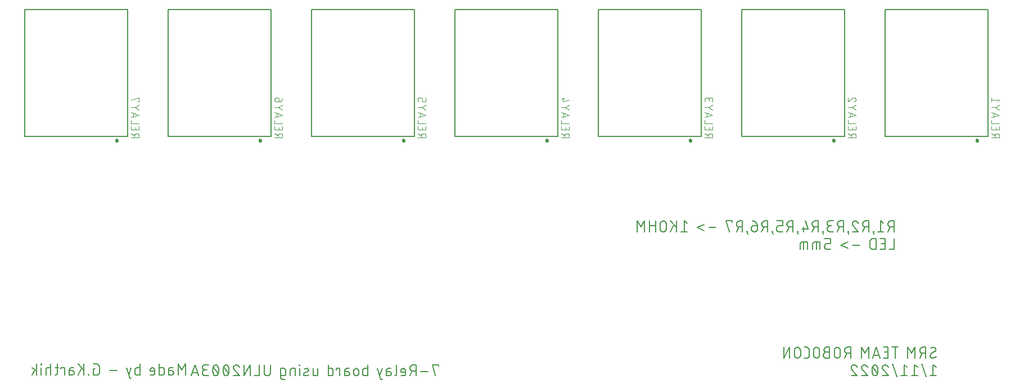
<source format=gbr>
G04 EAGLE Gerber RS-274X export*
G75*
%MOMM*%
%FSLAX34Y34*%
%LPD*%
%INSilkscreen Bottom*%
%IPPOS*%
%AMOC8*
5,1,8,0,0,1.08239X$1,22.5*%
G01*
%ADD10C,0.152400*%
%ADD11C,0.127000*%
%ADD12C,0.300000*%
%ADD13C,0.101600*%


D10*
X316738Y14732D02*
X316738Y30988D01*
X311319Y21957D01*
X305901Y30988D01*
X305901Y14732D01*
X295692Y21054D02*
X291628Y21054D01*
X295692Y21054D02*
X295804Y21052D01*
X295915Y21046D01*
X296026Y21036D01*
X296137Y21023D01*
X296247Y21005D01*
X296356Y20983D01*
X296465Y20958D01*
X296573Y20929D01*
X296679Y20896D01*
X296785Y20859D01*
X296889Y20819D01*
X296991Y20775D01*
X297092Y20727D01*
X297191Y20676D01*
X297289Y20621D01*
X297384Y20563D01*
X297477Y20502D01*
X297568Y20437D01*
X297657Y20369D01*
X297743Y20298D01*
X297826Y20225D01*
X297907Y20148D01*
X297986Y20068D01*
X298061Y19986D01*
X298133Y19901D01*
X298203Y19814D01*
X298269Y19724D01*
X298332Y19632D01*
X298392Y19537D01*
X298448Y19441D01*
X298501Y19343D01*
X298550Y19243D01*
X298596Y19141D01*
X298638Y19038D01*
X298677Y18933D01*
X298712Y18827D01*
X298743Y18720D01*
X298770Y18612D01*
X298794Y18503D01*
X298813Y18393D01*
X298829Y18283D01*
X298841Y18172D01*
X298849Y18060D01*
X298853Y17949D01*
X298853Y17837D01*
X298849Y17726D01*
X298841Y17614D01*
X298829Y17503D01*
X298813Y17393D01*
X298794Y17283D01*
X298770Y17174D01*
X298743Y17066D01*
X298712Y16959D01*
X298677Y16853D01*
X298638Y16748D01*
X298596Y16645D01*
X298550Y16543D01*
X298501Y16443D01*
X298448Y16345D01*
X298392Y16249D01*
X298332Y16154D01*
X298269Y16062D01*
X298203Y15972D01*
X298133Y15885D01*
X298061Y15800D01*
X297986Y15718D01*
X297907Y15638D01*
X297826Y15561D01*
X297743Y15488D01*
X297657Y15417D01*
X297568Y15349D01*
X297477Y15284D01*
X297384Y15223D01*
X297289Y15165D01*
X297191Y15110D01*
X297092Y15059D01*
X296991Y15011D01*
X296889Y14967D01*
X296785Y14927D01*
X296679Y14890D01*
X296573Y14857D01*
X296465Y14828D01*
X296356Y14803D01*
X296247Y14781D01*
X296137Y14763D01*
X296026Y14750D01*
X295915Y14740D01*
X295804Y14734D01*
X295692Y14732D01*
X291628Y14732D01*
X291628Y22860D01*
X291630Y22961D01*
X291636Y23062D01*
X291645Y23163D01*
X291658Y23264D01*
X291675Y23364D01*
X291696Y23463D01*
X291720Y23561D01*
X291748Y23658D01*
X291780Y23755D01*
X291815Y23850D01*
X291854Y23943D01*
X291896Y24035D01*
X291942Y24126D01*
X291991Y24215D01*
X292043Y24301D01*
X292099Y24386D01*
X292157Y24469D01*
X292219Y24549D01*
X292284Y24627D01*
X292351Y24703D01*
X292421Y24776D01*
X292494Y24846D01*
X292570Y24913D01*
X292648Y24978D01*
X292728Y25040D01*
X292811Y25098D01*
X292896Y25154D01*
X292983Y25206D01*
X293071Y25255D01*
X293162Y25301D01*
X293254Y25343D01*
X293347Y25382D01*
X293442Y25417D01*
X293539Y25449D01*
X293636Y25477D01*
X293734Y25501D01*
X293833Y25522D01*
X293933Y25539D01*
X294034Y25552D01*
X294135Y25561D01*
X294236Y25567D01*
X294337Y25569D01*
X297950Y25569D01*
X277560Y30988D02*
X277560Y14732D01*
X282075Y14732D01*
X282176Y14734D01*
X282277Y14740D01*
X282378Y14749D01*
X282479Y14762D01*
X282579Y14779D01*
X282678Y14800D01*
X282776Y14824D01*
X282873Y14852D01*
X282970Y14884D01*
X283065Y14919D01*
X283158Y14958D01*
X283250Y15000D01*
X283341Y15046D01*
X283430Y15095D01*
X283516Y15147D01*
X283601Y15203D01*
X283684Y15261D01*
X283764Y15323D01*
X283842Y15388D01*
X283918Y15455D01*
X283991Y15525D01*
X284061Y15598D01*
X284128Y15674D01*
X284193Y15752D01*
X284255Y15832D01*
X284313Y15915D01*
X284369Y16000D01*
X284421Y16086D01*
X284470Y16175D01*
X284516Y16266D01*
X284558Y16358D01*
X284597Y16451D01*
X284632Y16546D01*
X284664Y16643D01*
X284692Y16740D01*
X284716Y16838D01*
X284737Y16937D01*
X284754Y17037D01*
X284767Y17138D01*
X284776Y17239D01*
X284782Y17340D01*
X284784Y17441D01*
X284785Y17441D02*
X284785Y22860D01*
X284784Y22860D02*
X284782Y22961D01*
X284776Y23062D01*
X284767Y23163D01*
X284754Y23264D01*
X284737Y23364D01*
X284716Y23463D01*
X284692Y23561D01*
X284664Y23658D01*
X284632Y23755D01*
X284597Y23850D01*
X284558Y23943D01*
X284516Y24035D01*
X284470Y24126D01*
X284421Y24215D01*
X284369Y24301D01*
X284313Y24386D01*
X284255Y24469D01*
X284193Y24549D01*
X284128Y24627D01*
X284061Y24703D01*
X283991Y24776D01*
X283918Y24846D01*
X283842Y24913D01*
X283764Y24978D01*
X283684Y25040D01*
X283601Y25098D01*
X283516Y25154D01*
X283430Y25206D01*
X283341Y25255D01*
X283250Y25301D01*
X283158Y25343D01*
X283065Y25382D01*
X282970Y25417D01*
X282873Y25449D01*
X282776Y25477D01*
X282678Y25501D01*
X282579Y25522D01*
X282479Y25539D01*
X282378Y25552D01*
X282277Y25561D01*
X282176Y25567D01*
X282075Y25569D01*
X277560Y25569D01*
X267934Y14732D02*
X263418Y14732D01*
X267934Y14732D02*
X268035Y14734D01*
X268136Y14740D01*
X268237Y14749D01*
X268338Y14762D01*
X268438Y14779D01*
X268537Y14800D01*
X268635Y14824D01*
X268732Y14852D01*
X268829Y14884D01*
X268924Y14919D01*
X269017Y14958D01*
X269109Y15000D01*
X269200Y15046D01*
X269289Y15095D01*
X269375Y15147D01*
X269460Y15203D01*
X269543Y15261D01*
X269623Y15323D01*
X269701Y15388D01*
X269777Y15455D01*
X269850Y15525D01*
X269920Y15598D01*
X269987Y15674D01*
X270052Y15752D01*
X270114Y15832D01*
X270172Y15915D01*
X270228Y16000D01*
X270280Y16086D01*
X270329Y16175D01*
X270375Y16266D01*
X270417Y16358D01*
X270456Y16451D01*
X270491Y16546D01*
X270523Y16643D01*
X270551Y16740D01*
X270575Y16838D01*
X270596Y16937D01*
X270613Y17037D01*
X270626Y17138D01*
X270635Y17239D01*
X270641Y17340D01*
X270643Y17441D01*
X270643Y21957D01*
X270641Y22076D01*
X270635Y22196D01*
X270625Y22315D01*
X270611Y22433D01*
X270594Y22552D01*
X270572Y22669D01*
X270547Y22786D01*
X270517Y22901D01*
X270484Y23016D01*
X270447Y23130D01*
X270407Y23242D01*
X270362Y23353D01*
X270314Y23462D01*
X270263Y23570D01*
X270208Y23676D01*
X270149Y23780D01*
X270087Y23882D01*
X270022Y23982D01*
X269953Y24080D01*
X269881Y24176D01*
X269806Y24269D01*
X269729Y24359D01*
X269648Y24447D01*
X269564Y24532D01*
X269477Y24614D01*
X269388Y24694D01*
X269296Y24770D01*
X269202Y24844D01*
X269105Y24914D01*
X269007Y24981D01*
X268906Y25045D01*
X268802Y25105D01*
X268697Y25162D01*
X268590Y25215D01*
X268482Y25265D01*
X268372Y25311D01*
X268260Y25353D01*
X268147Y25392D01*
X268033Y25427D01*
X267918Y25458D01*
X267801Y25486D01*
X267684Y25509D01*
X267567Y25529D01*
X267448Y25545D01*
X267329Y25557D01*
X267210Y25565D01*
X267091Y25569D01*
X266971Y25569D01*
X266852Y25565D01*
X266733Y25557D01*
X266614Y25545D01*
X266495Y25529D01*
X266378Y25509D01*
X266261Y25486D01*
X266144Y25458D01*
X266029Y25427D01*
X265915Y25392D01*
X265802Y25353D01*
X265690Y25311D01*
X265580Y25265D01*
X265472Y25215D01*
X265365Y25162D01*
X265260Y25105D01*
X265156Y25045D01*
X265055Y24981D01*
X264957Y24914D01*
X264860Y24844D01*
X264766Y24770D01*
X264674Y24694D01*
X264585Y24614D01*
X264498Y24532D01*
X264414Y24447D01*
X264333Y24359D01*
X264256Y24269D01*
X264181Y24176D01*
X264109Y24080D01*
X264040Y23982D01*
X263975Y23882D01*
X263913Y23780D01*
X263854Y23676D01*
X263799Y23570D01*
X263748Y23462D01*
X263700Y23353D01*
X263655Y23242D01*
X263615Y23130D01*
X263578Y23016D01*
X263545Y22901D01*
X263515Y22786D01*
X263490Y22669D01*
X263468Y22552D01*
X263451Y22433D01*
X263437Y22315D01*
X263427Y22196D01*
X263421Y22076D01*
X263419Y21957D01*
X263418Y21957D02*
X263418Y20151D01*
X270643Y20151D01*
X248165Y14732D02*
X248165Y30988D01*
X248165Y14732D02*
X243650Y14732D01*
X243546Y14734D01*
X243443Y14740D01*
X243339Y14750D01*
X243236Y14764D01*
X243134Y14782D01*
X243033Y14803D01*
X242932Y14829D01*
X242833Y14858D01*
X242734Y14891D01*
X242637Y14928D01*
X242542Y14969D01*
X242448Y15013D01*
X242356Y15061D01*
X242266Y15112D01*
X242177Y15167D01*
X242091Y15225D01*
X242008Y15287D01*
X241926Y15351D01*
X241848Y15419D01*
X241772Y15489D01*
X241698Y15562D01*
X241628Y15639D01*
X241560Y15717D01*
X241496Y15799D01*
X241434Y15882D01*
X241376Y15968D01*
X241321Y16057D01*
X241270Y16147D01*
X241222Y16239D01*
X241178Y16333D01*
X241137Y16428D01*
X241100Y16525D01*
X241067Y16624D01*
X241038Y16723D01*
X241012Y16824D01*
X240991Y16925D01*
X240973Y17027D01*
X240959Y17130D01*
X240949Y17234D01*
X240943Y17337D01*
X240941Y17441D01*
X240940Y17441D02*
X240940Y22860D01*
X240941Y22860D02*
X240943Y22961D01*
X240949Y23062D01*
X240958Y23163D01*
X240971Y23264D01*
X240988Y23364D01*
X241009Y23463D01*
X241033Y23561D01*
X241061Y23658D01*
X241093Y23755D01*
X241128Y23850D01*
X241167Y23943D01*
X241209Y24035D01*
X241255Y24126D01*
X241304Y24215D01*
X241356Y24301D01*
X241412Y24386D01*
X241470Y24469D01*
X241532Y24549D01*
X241597Y24627D01*
X241664Y24703D01*
X241734Y24776D01*
X241807Y24846D01*
X241883Y24913D01*
X241961Y24978D01*
X242041Y25040D01*
X242124Y25098D01*
X242209Y25154D01*
X242296Y25206D01*
X242384Y25255D01*
X242475Y25301D01*
X242567Y25343D01*
X242660Y25382D01*
X242755Y25417D01*
X242852Y25449D01*
X242949Y25477D01*
X243047Y25501D01*
X243146Y25522D01*
X243246Y25539D01*
X243347Y25552D01*
X243448Y25561D01*
X243549Y25567D01*
X243650Y25569D01*
X248165Y25569D01*
X235213Y9313D02*
X233406Y9313D01*
X227988Y25569D01*
X235213Y25569D02*
X231600Y14732D01*
X213572Y21054D02*
X202735Y21054D01*
X180816Y23763D02*
X178107Y23763D01*
X178107Y14732D01*
X183526Y14732D01*
X183644Y14734D01*
X183762Y14740D01*
X183880Y14749D01*
X183997Y14763D01*
X184114Y14780D01*
X184231Y14801D01*
X184346Y14826D01*
X184461Y14855D01*
X184575Y14888D01*
X184687Y14924D01*
X184798Y14964D01*
X184908Y15007D01*
X185017Y15054D01*
X185124Y15104D01*
X185229Y15159D01*
X185332Y15216D01*
X185433Y15277D01*
X185533Y15341D01*
X185630Y15408D01*
X185725Y15478D01*
X185817Y15552D01*
X185908Y15628D01*
X185995Y15708D01*
X186080Y15790D01*
X186162Y15875D01*
X186242Y15962D01*
X186318Y16053D01*
X186392Y16145D01*
X186462Y16240D01*
X186529Y16337D01*
X186593Y16437D01*
X186654Y16538D01*
X186711Y16641D01*
X186766Y16746D01*
X186816Y16853D01*
X186863Y16962D01*
X186906Y17072D01*
X186946Y17183D01*
X186982Y17295D01*
X187015Y17409D01*
X187044Y17524D01*
X187069Y17639D01*
X187090Y17756D01*
X187107Y17873D01*
X187121Y17990D01*
X187130Y18108D01*
X187136Y18226D01*
X187138Y18344D01*
X187138Y27376D01*
X187136Y27494D01*
X187130Y27612D01*
X187121Y27730D01*
X187107Y27847D01*
X187090Y27964D01*
X187069Y28081D01*
X187044Y28196D01*
X187015Y28311D01*
X186982Y28425D01*
X186946Y28537D01*
X186906Y28648D01*
X186863Y28758D01*
X186816Y28867D01*
X186766Y28974D01*
X186711Y29079D01*
X186654Y29182D01*
X186593Y29283D01*
X186529Y29383D01*
X186462Y29480D01*
X186392Y29575D01*
X186318Y29667D01*
X186242Y29758D01*
X186162Y29845D01*
X186080Y29930D01*
X185995Y30012D01*
X185908Y30092D01*
X185817Y30168D01*
X185725Y30242D01*
X185630Y30312D01*
X185533Y30379D01*
X185433Y30443D01*
X185332Y30504D01*
X185229Y30561D01*
X185124Y30616D01*
X185017Y30666D01*
X184908Y30713D01*
X184798Y30756D01*
X184687Y30796D01*
X184575Y30832D01*
X184461Y30865D01*
X184346Y30894D01*
X184231Y30919D01*
X184114Y30940D01*
X183997Y30957D01*
X183880Y30971D01*
X183762Y30980D01*
X183644Y30986D01*
X183526Y30988D01*
X178107Y30988D01*
X171611Y15635D02*
X171611Y14732D01*
X171611Y15635D02*
X170708Y15635D01*
X170708Y14732D01*
X171611Y14732D01*
X164001Y14732D02*
X164001Y30988D01*
X154970Y30988D02*
X164001Y21054D01*
X160389Y24666D02*
X154970Y14732D01*
X146153Y21054D02*
X142089Y21054D01*
X146153Y21054D02*
X146265Y21052D01*
X146376Y21046D01*
X146487Y21036D01*
X146598Y21023D01*
X146708Y21005D01*
X146817Y20983D01*
X146926Y20958D01*
X147034Y20929D01*
X147140Y20896D01*
X147246Y20859D01*
X147350Y20819D01*
X147452Y20775D01*
X147553Y20727D01*
X147652Y20676D01*
X147750Y20621D01*
X147845Y20563D01*
X147938Y20502D01*
X148029Y20437D01*
X148118Y20369D01*
X148204Y20298D01*
X148287Y20225D01*
X148368Y20148D01*
X148447Y20068D01*
X148522Y19986D01*
X148594Y19901D01*
X148664Y19814D01*
X148730Y19724D01*
X148793Y19632D01*
X148853Y19537D01*
X148909Y19441D01*
X148962Y19343D01*
X149011Y19243D01*
X149057Y19141D01*
X149099Y19038D01*
X149138Y18933D01*
X149173Y18827D01*
X149204Y18720D01*
X149231Y18612D01*
X149255Y18503D01*
X149274Y18393D01*
X149290Y18283D01*
X149302Y18172D01*
X149310Y18060D01*
X149314Y17949D01*
X149314Y17837D01*
X149310Y17726D01*
X149302Y17614D01*
X149290Y17503D01*
X149274Y17393D01*
X149255Y17283D01*
X149231Y17174D01*
X149204Y17066D01*
X149173Y16959D01*
X149138Y16853D01*
X149099Y16748D01*
X149057Y16645D01*
X149011Y16543D01*
X148962Y16443D01*
X148909Y16345D01*
X148853Y16249D01*
X148793Y16154D01*
X148730Y16062D01*
X148664Y15972D01*
X148594Y15885D01*
X148522Y15800D01*
X148447Y15718D01*
X148368Y15638D01*
X148287Y15561D01*
X148204Y15488D01*
X148118Y15417D01*
X148029Y15349D01*
X147938Y15284D01*
X147845Y15223D01*
X147750Y15165D01*
X147652Y15110D01*
X147553Y15059D01*
X147452Y15011D01*
X147350Y14967D01*
X147246Y14927D01*
X147140Y14890D01*
X147034Y14857D01*
X146926Y14828D01*
X146817Y14803D01*
X146708Y14781D01*
X146598Y14763D01*
X146487Y14750D01*
X146376Y14740D01*
X146265Y14734D01*
X146153Y14732D01*
X142089Y14732D01*
X142089Y22860D01*
X142090Y22860D02*
X142092Y22961D01*
X142098Y23062D01*
X142107Y23163D01*
X142120Y23264D01*
X142137Y23364D01*
X142158Y23463D01*
X142182Y23561D01*
X142210Y23658D01*
X142242Y23755D01*
X142277Y23850D01*
X142316Y23943D01*
X142358Y24035D01*
X142404Y24126D01*
X142453Y24215D01*
X142505Y24301D01*
X142561Y24386D01*
X142619Y24469D01*
X142681Y24549D01*
X142746Y24627D01*
X142813Y24703D01*
X142883Y24776D01*
X142956Y24846D01*
X143032Y24913D01*
X143110Y24978D01*
X143190Y25040D01*
X143273Y25098D01*
X143358Y25154D01*
X143445Y25206D01*
X143533Y25255D01*
X143624Y25301D01*
X143716Y25343D01*
X143809Y25382D01*
X143904Y25417D01*
X144001Y25449D01*
X144098Y25477D01*
X144196Y25501D01*
X144295Y25522D01*
X144395Y25539D01*
X144496Y25552D01*
X144597Y25561D01*
X144698Y25567D01*
X144799Y25569D01*
X148411Y25569D01*
X134567Y25569D02*
X134567Y14732D01*
X134567Y25569D02*
X129148Y25569D01*
X129148Y23763D01*
X125528Y25569D02*
X120110Y25569D01*
X123722Y30988D02*
X123722Y17441D01*
X123720Y17340D01*
X123714Y17239D01*
X123705Y17138D01*
X123692Y17037D01*
X123675Y16937D01*
X123654Y16838D01*
X123630Y16740D01*
X123602Y16643D01*
X123570Y16546D01*
X123535Y16451D01*
X123496Y16358D01*
X123454Y16266D01*
X123408Y16175D01*
X123359Y16086D01*
X123307Y16000D01*
X123251Y15915D01*
X123193Y15832D01*
X123131Y15752D01*
X123066Y15674D01*
X122999Y15598D01*
X122929Y15525D01*
X122856Y15455D01*
X122780Y15388D01*
X122702Y15323D01*
X122622Y15261D01*
X122539Y15203D01*
X122454Y15147D01*
X122367Y15095D01*
X122279Y15046D01*
X122188Y15000D01*
X122096Y14958D01*
X122003Y14919D01*
X121908Y14884D01*
X121811Y14852D01*
X121714Y14824D01*
X121616Y14800D01*
X121517Y14779D01*
X121417Y14762D01*
X121316Y14749D01*
X121215Y14740D01*
X121114Y14734D01*
X121013Y14732D01*
X120110Y14732D01*
X113810Y14732D02*
X113810Y30988D01*
X113810Y25569D02*
X109295Y25569D01*
X109191Y25567D01*
X109088Y25561D01*
X108984Y25551D01*
X108881Y25537D01*
X108779Y25519D01*
X108678Y25498D01*
X108577Y25472D01*
X108478Y25443D01*
X108379Y25410D01*
X108282Y25373D01*
X108187Y25332D01*
X108093Y25288D01*
X108001Y25240D01*
X107911Y25189D01*
X107822Y25134D01*
X107736Y25076D01*
X107653Y25014D01*
X107571Y24950D01*
X107493Y24882D01*
X107417Y24812D01*
X107343Y24739D01*
X107273Y24662D01*
X107205Y24584D01*
X107141Y24502D01*
X107079Y24419D01*
X107021Y24333D01*
X106966Y24244D01*
X106915Y24154D01*
X106867Y24062D01*
X106823Y23968D01*
X106782Y23873D01*
X106745Y23776D01*
X106712Y23677D01*
X106683Y23578D01*
X106657Y23477D01*
X106636Y23376D01*
X106618Y23274D01*
X106604Y23171D01*
X106594Y23067D01*
X106588Y22964D01*
X106586Y22860D01*
X106585Y22860D02*
X106585Y14732D01*
X99777Y14732D02*
X99777Y25569D01*
X100229Y30085D02*
X100229Y30988D01*
X99325Y30988D01*
X99325Y30085D01*
X100229Y30085D01*
X92800Y30988D02*
X92800Y14732D01*
X92800Y20151D02*
X85575Y25569D01*
X89639Y22408D02*
X85575Y14732D01*
X1438007Y43744D02*
X1438009Y43626D01*
X1438015Y43508D01*
X1438024Y43390D01*
X1438038Y43273D01*
X1438055Y43156D01*
X1438076Y43039D01*
X1438101Y42924D01*
X1438130Y42809D01*
X1438163Y42695D01*
X1438199Y42583D01*
X1438239Y42472D01*
X1438282Y42362D01*
X1438329Y42253D01*
X1438379Y42146D01*
X1438434Y42041D01*
X1438491Y41938D01*
X1438552Y41837D01*
X1438616Y41737D01*
X1438683Y41640D01*
X1438753Y41545D01*
X1438827Y41453D01*
X1438903Y41362D01*
X1438983Y41275D01*
X1439065Y41190D01*
X1439150Y41108D01*
X1439237Y41028D01*
X1439328Y40952D01*
X1439420Y40878D01*
X1439515Y40808D01*
X1439612Y40741D01*
X1439712Y40677D01*
X1439813Y40616D01*
X1439916Y40559D01*
X1440021Y40504D01*
X1440128Y40454D01*
X1440237Y40407D01*
X1440347Y40364D01*
X1440458Y40324D01*
X1440570Y40288D01*
X1440684Y40255D01*
X1440799Y40226D01*
X1440914Y40201D01*
X1441031Y40180D01*
X1441148Y40163D01*
X1441265Y40149D01*
X1441383Y40140D01*
X1441501Y40134D01*
X1441619Y40132D01*
X1441802Y40134D01*
X1441984Y40141D01*
X1442166Y40152D01*
X1442348Y40167D01*
X1442530Y40187D01*
X1442711Y40211D01*
X1442891Y40239D01*
X1443071Y40271D01*
X1443250Y40308D01*
X1443427Y40349D01*
X1443604Y40395D01*
X1443780Y40444D01*
X1443955Y40498D01*
X1444128Y40556D01*
X1444299Y40618D01*
X1444470Y40684D01*
X1444638Y40755D01*
X1444805Y40829D01*
X1444970Y40907D01*
X1445133Y40989D01*
X1445294Y41075D01*
X1445453Y41165D01*
X1445610Y41259D01*
X1445764Y41356D01*
X1445916Y41457D01*
X1446066Y41562D01*
X1446213Y41670D01*
X1446357Y41781D01*
X1446499Y41896D01*
X1446638Y42015D01*
X1446774Y42137D01*
X1446907Y42262D01*
X1447037Y42390D01*
X1446586Y52776D02*
X1446584Y52894D01*
X1446578Y53012D01*
X1446569Y53130D01*
X1446555Y53247D01*
X1446538Y53364D01*
X1446517Y53481D01*
X1446492Y53596D01*
X1446463Y53711D01*
X1446430Y53825D01*
X1446394Y53937D01*
X1446354Y54048D01*
X1446311Y54158D01*
X1446264Y54267D01*
X1446214Y54374D01*
X1446159Y54479D01*
X1446102Y54582D01*
X1446041Y54683D01*
X1445977Y54783D01*
X1445910Y54880D01*
X1445840Y54975D01*
X1445766Y55067D01*
X1445690Y55158D01*
X1445610Y55245D01*
X1445528Y55330D01*
X1445443Y55412D01*
X1445356Y55492D01*
X1445265Y55568D01*
X1445173Y55642D01*
X1445078Y55712D01*
X1444981Y55779D01*
X1444881Y55843D01*
X1444780Y55904D01*
X1444677Y55961D01*
X1444572Y56016D01*
X1444465Y56066D01*
X1444356Y56113D01*
X1444246Y56156D01*
X1444135Y56196D01*
X1444023Y56232D01*
X1443909Y56265D01*
X1443794Y56294D01*
X1443679Y56319D01*
X1443562Y56340D01*
X1443445Y56357D01*
X1443328Y56371D01*
X1443210Y56380D01*
X1443092Y56386D01*
X1442974Y56388D01*
X1442813Y56386D01*
X1442651Y56380D01*
X1442490Y56371D01*
X1442329Y56357D01*
X1442169Y56340D01*
X1442009Y56319D01*
X1441849Y56294D01*
X1441690Y56265D01*
X1441532Y56233D01*
X1441375Y56197D01*
X1441219Y56157D01*
X1441063Y56113D01*
X1440909Y56065D01*
X1440756Y56014D01*
X1440604Y55960D01*
X1440453Y55901D01*
X1440304Y55840D01*
X1440157Y55774D01*
X1440011Y55705D01*
X1439866Y55633D01*
X1439724Y55557D01*
X1439583Y55478D01*
X1439444Y55396D01*
X1439308Y55310D01*
X1439173Y55221D01*
X1439040Y55129D01*
X1438910Y55033D01*
X1444781Y49615D02*
X1444882Y49677D01*
X1444982Y49742D01*
X1445079Y49811D01*
X1445174Y49883D01*
X1445267Y49957D01*
X1445357Y50035D01*
X1445445Y50116D01*
X1445530Y50199D01*
X1445612Y50285D01*
X1445691Y50374D01*
X1445768Y50465D01*
X1445841Y50559D01*
X1445912Y50655D01*
X1445979Y50753D01*
X1446043Y50853D01*
X1446104Y50956D01*
X1446161Y51060D01*
X1446215Y51166D01*
X1446265Y51274D01*
X1446312Y51383D01*
X1446356Y51494D01*
X1446396Y51606D01*
X1446432Y51720D01*
X1446464Y51834D01*
X1446493Y51950D01*
X1446518Y52066D01*
X1446539Y52183D01*
X1446556Y52301D01*
X1446570Y52419D01*
X1446579Y52538D01*
X1446585Y52657D01*
X1446587Y52776D01*
X1439813Y46905D02*
X1439712Y46843D01*
X1439612Y46778D01*
X1439515Y46709D01*
X1439420Y46637D01*
X1439327Y46563D01*
X1439237Y46485D01*
X1439149Y46404D01*
X1439064Y46321D01*
X1438982Y46235D01*
X1438903Y46146D01*
X1438826Y46055D01*
X1438753Y45961D01*
X1438682Y45865D01*
X1438615Y45767D01*
X1438551Y45667D01*
X1438490Y45564D01*
X1438433Y45460D01*
X1438379Y45354D01*
X1438329Y45246D01*
X1438282Y45137D01*
X1438238Y45026D01*
X1438198Y44914D01*
X1438162Y44800D01*
X1438130Y44686D01*
X1438101Y44570D01*
X1438076Y44454D01*
X1438055Y44337D01*
X1438038Y44219D01*
X1438024Y44101D01*
X1438015Y43982D01*
X1438009Y43863D01*
X1438007Y43744D01*
X1439813Y46905D02*
X1444780Y49615D01*
X1431315Y56388D02*
X1431315Y40132D01*
X1431315Y56388D02*
X1426800Y56388D01*
X1426667Y56386D01*
X1426535Y56380D01*
X1426403Y56370D01*
X1426271Y56357D01*
X1426139Y56339D01*
X1426009Y56318D01*
X1425878Y56293D01*
X1425749Y56264D01*
X1425621Y56231D01*
X1425493Y56195D01*
X1425367Y56155D01*
X1425242Y56111D01*
X1425118Y56063D01*
X1424996Y56012D01*
X1424875Y55957D01*
X1424756Y55899D01*
X1424638Y55837D01*
X1424523Y55772D01*
X1424409Y55703D01*
X1424298Y55632D01*
X1424189Y55556D01*
X1424082Y55478D01*
X1423977Y55397D01*
X1423875Y55312D01*
X1423775Y55225D01*
X1423678Y55135D01*
X1423583Y55042D01*
X1423492Y54946D01*
X1423403Y54848D01*
X1423317Y54747D01*
X1423234Y54643D01*
X1423154Y54537D01*
X1423078Y54429D01*
X1423004Y54319D01*
X1422934Y54206D01*
X1422867Y54092D01*
X1422804Y53975D01*
X1422744Y53857D01*
X1422687Y53737D01*
X1422634Y53615D01*
X1422585Y53492D01*
X1422539Y53368D01*
X1422497Y53242D01*
X1422459Y53115D01*
X1422424Y52987D01*
X1422393Y52858D01*
X1422366Y52729D01*
X1422343Y52598D01*
X1422323Y52467D01*
X1422308Y52335D01*
X1422296Y52203D01*
X1422288Y52071D01*
X1422284Y51938D01*
X1422284Y51806D01*
X1422288Y51673D01*
X1422296Y51541D01*
X1422308Y51409D01*
X1422323Y51277D01*
X1422343Y51146D01*
X1422366Y51015D01*
X1422393Y50886D01*
X1422424Y50757D01*
X1422459Y50629D01*
X1422497Y50502D01*
X1422539Y50376D01*
X1422585Y50252D01*
X1422634Y50129D01*
X1422687Y50007D01*
X1422744Y49887D01*
X1422804Y49769D01*
X1422867Y49652D01*
X1422934Y49538D01*
X1423004Y49425D01*
X1423078Y49315D01*
X1423154Y49207D01*
X1423234Y49101D01*
X1423317Y48997D01*
X1423403Y48896D01*
X1423492Y48798D01*
X1423583Y48702D01*
X1423678Y48609D01*
X1423775Y48519D01*
X1423875Y48432D01*
X1423977Y48347D01*
X1424082Y48266D01*
X1424189Y48188D01*
X1424298Y48112D01*
X1424409Y48041D01*
X1424523Y47972D01*
X1424638Y47907D01*
X1424756Y47845D01*
X1424875Y47787D01*
X1424996Y47732D01*
X1425118Y47681D01*
X1425242Y47633D01*
X1425367Y47589D01*
X1425493Y47549D01*
X1425621Y47513D01*
X1425749Y47480D01*
X1425878Y47451D01*
X1426009Y47426D01*
X1426139Y47405D01*
X1426271Y47387D01*
X1426403Y47374D01*
X1426535Y47364D01*
X1426667Y47358D01*
X1426800Y47356D01*
X1426800Y47357D02*
X1431315Y47357D01*
X1425897Y47357D02*
X1422284Y40132D01*
X1415116Y40132D02*
X1415116Y56388D01*
X1409697Y47357D01*
X1404278Y56388D01*
X1404278Y40132D01*
X1385208Y40132D02*
X1385208Y56388D01*
X1389723Y56388D02*
X1380692Y56388D01*
X1374583Y40132D02*
X1367359Y40132D01*
X1374583Y40132D02*
X1374583Y56388D01*
X1367359Y56388D01*
X1369165Y49163D02*
X1374583Y49163D01*
X1362490Y40132D02*
X1357072Y56388D01*
X1351653Y40132D01*
X1353008Y44196D02*
X1361136Y44196D01*
X1345296Y40132D02*
X1345296Y56388D01*
X1339877Y47357D01*
X1334459Y56388D01*
X1334459Y40132D01*
X1318249Y40132D02*
X1318249Y56388D01*
X1313734Y56388D01*
X1313601Y56386D01*
X1313469Y56380D01*
X1313337Y56370D01*
X1313205Y56357D01*
X1313073Y56339D01*
X1312943Y56318D01*
X1312812Y56293D01*
X1312683Y56264D01*
X1312555Y56231D01*
X1312427Y56195D01*
X1312301Y56155D01*
X1312176Y56111D01*
X1312052Y56063D01*
X1311930Y56012D01*
X1311809Y55957D01*
X1311690Y55899D01*
X1311572Y55837D01*
X1311457Y55772D01*
X1311343Y55703D01*
X1311232Y55632D01*
X1311123Y55556D01*
X1311016Y55478D01*
X1310911Y55397D01*
X1310809Y55312D01*
X1310709Y55225D01*
X1310612Y55135D01*
X1310517Y55042D01*
X1310426Y54946D01*
X1310337Y54848D01*
X1310251Y54747D01*
X1310168Y54643D01*
X1310088Y54537D01*
X1310012Y54429D01*
X1309938Y54319D01*
X1309868Y54206D01*
X1309801Y54092D01*
X1309738Y53975D01*
X1309678Y53857D01*
X1309621Y53737D01*
X1309568Y53615D01*
X1309519Y53492D01*
X1309473Y53368D01*
X1309431Y53242D01*
X1309393Y53115D01*
X1309358Y52987D01*
X1309327Y52858D01*
X1309300Y52729D01*
X1309277Y52598D01*
X1309257Y52467D01*
X1309242Y52335D01*
X1309230Y52203D01*
X1309222Y52071D01*
X1309218Y51938D01*
X1309218Y51806D01*
X1309222Y51673D01*
X1309230Y51541D01*
X1309242Y51409D01*
X1309257Y51277D01*
X1309277Y51146D01*
X1309300Y51015D01*
X1309327Y50886D01*
X1309358Y50757D01*
X1309393Y50629D01*
X1309431Y50502D01*
X1309473Y50376D01*
X1309519Y50252D01*
X1309568Y50129D01*
X1309621Y50007D01*
X1309678Y49887D01*
X1309738Y49769D01*
X1309801Y49652D01*
X1309868Y49538D01*
X1309938Y49425D01*
X1310012Y49315D01*
X1310088Y49207D01*
X1310168Y49101D01*
X1310251Y48997D01*
X1310337Y48896D01*
X1310426Y48798D01*
X1310517Y48702D01*
X1310612Y48609D01*
X1310709Y48519D01*
X1310809Y48432D01*
X1310911Y48347D01*
X1311016Y48266D01*
X1311123Y48188D01*
X1311232Y48112D01*
X1311343Y48041D01*
X1311457Y47972D01*
X1311572Y47907D01*
X1311690Y47845D01*
X1311809Y47787D01*
X1311930Y47732D01*
X1312052Y47681D01*
X1312176Y47633D01*
X1312301Y47589D01*
X1312427Y47549D01*
X1312555Y47513D01*
X1312683Y47480D01*
X1312812Y47451D01*
X1312943Y47426D01*
X1313073Y47405D01*
X1313205Y47387D01*
X1313337Y47374D01*
X1313469Y47364D01*
X1313601Y47358D01*
X1313734Y47356D01*
X1313734Y47357D02*
X1318249Y47357D01*
X1312831Y47357D02*
X1309218Y40132D01*
X1302710Y44648D02*
X1302710Y51872D01*
X1302708Y52005D01*
X1302702Y52137D01*
X1302692Y52269D01*
X1302679Y52401D01*
X1302661Y52533D01*
X1302640Y52663D01*
X1302615Y52794D01*
X1302586Y52923D01*
X1302553Y53051D01*
X1302517Y53179D01*
X1302477Y53305D01*
X1302433Y53430D01*
X1302385Y53554D01*
X1302334Y53676D01*
X1302279Y53797D01*
X1302221Y53916D01*
X1302159Y54034D01*
X1302094Y54149D01*
X1302025Y54263D01*
X1301954Y54374D01*
X1301878Y54483D01*
X1301800Y54590D01*
X1301719Y54695D01*
X1301634Y54797D01*
X1301547Y54897D01*
X1301457Y54994D01*
X1301364Y55089D01*
X1301268Y55180D01*
X1301170Y55269D01*
X1301069Y55355D01*
X1300965Y55438D01*
X1300859Y55518D01*
X1300751Y55594D01*
X1300641Y55668D01*
X1300528Y55738D01*
X1300414Y55805D01*
X1300297Y55868D01*
X1300179Y55928D01*
X1300059Y55985D01*
X1299937Y56038D01*
X1299814Y56087D01*
X1299690Y56133D01*
X1299564Y56175D01*
X1299437Y56213D01*
X1299309Y56248D01*
X1299180Y56279D01*
X1299051Y56306D01*
X1298920Y56329D01*
X1298789Y56349D01*
X1298657Y56364D01*
X1298525Y56376D01*
X1298393Y56384D01*
X1298260Y56388D01*
X1298128Y56388D01*
X1297995Y56384D01*
X1297863Y56376D01*
X1297731Y56364D01*
X1297599Y56349D01*
X1297468Y56329D01*
X1297337Y56306D01*
X1297208Y56279D01*
X1297079Y56248D01*
X1296951Y56213D01*
X1296824Y56175D01*
X1296698Y56133D01*
X1296574Y56087D01*
X1296451Y56038D01*
X1296329Y55985D01*
X1296209Y55928D01*
X1296091Y55868D01*
X1295974Y55805D01*
X1295860Y55738D01*
X1295747Y55668D01*
X1295637Y55594D01*
X1295529Y55518D01*
X1295423Y55438D01*
X1295319Y55355D01*
X1295218Y55269D01*
X1295120Y55180D01*
X1295024Y55089D01*
X1294931Y54994D01*
X1294841Y54897D01*
X1294754Y54797D01*
X1294669Y54695D01*
X1294588Y54590D01*
X1294510Y54483D01*
X1294434Y54374D01*
X1294363Y54263D01*
X1294294Y54149D01*
X1294229Y54034D01*
X1294167Y53916D01*
X1294109Y53797D01*
X1294054Y53676D01*
X1294003Y53554D01*
X1293955Y53430D01*
X1293911Y53305D01*
X1293871Y53179D01*
X1293835Y53051D01*
X1293802Y52923D01*
X1293773Y52794D01*
X1293748Y52663D01*
X1293727Y52533D01*
X1293709Y52401D01*
X1293696Y52269D01*
X1293686Y52137D01*
X1293680Y52005D01*
X1293678Y51872D01*
X1293679Y51872D02*
X1293679Y44648D01*
X1293678Y44648D02*
X1293680Y44515D01*
X1293686Y44383D01*
X1293696Y44251D01*
X1293709Y44119D01*
X1293727Y43987D01*
X1293748Y43857D01*
X1293773Y43726D01*
X1293802Y43597D01*
X1293835Y43469D01*
X1293871Y43341D01*
X1293911Y43215D01*
X1293955Y43090D01*
X1294003Y42966D01*
X1294054Y42844D01*
X1294109Y42723D01*
X1294167Y42604D01*
X1294229Y42486D01*
X1294294Y42371D01*
X1294363Y42257D01*
X1294434Y42146D01*
X1294510Y42037D01*
X1294588Y41930D01*
X1294669Y41825D01*
X1294754Y41723D01*
X1294841Y41623D01*
X1294931Y41526D01*
X1295024Y41431D01*
X1295120Y41340D01*
X1295218Y41251D01*
X1295319Y41165D01*
X1295423Y41082D01*
X1295529Y41002D01*
X1295637Y40926D01*
X1295747Y40852D01*
X1295860Y40782D01*
X1295974Y40715D01*
X1296091Y40652D01*
X1296209Y40592D01*
X1296329Y40535D01*
X1296451Y40482D01*
X1296574Y40433D01*
X1296698Y40387D01*
X1296824Y40345D01*
X1296951Y40307D01*
X1297079Y40272D01*
X1297208Y40241D01*
X1297337Y40214D01*
X1297468Y40191D01*
X1297599Y40171D01*
X1297731Y40156D01*
X1297863Y40144D01*
X1297995Y40136D01*
X1298128Y40132D01*
X1298260Y40132D01*
X1298393Y40136D01*
X1298525Y40144D01*
X1298657Y40156D01*
X1298789Y40171D01*
X1298920Y40191D01*
X1299051Y40214D01*
X1299180Y40241D01*
X1299309Y40272D01*
X1299437Y40307D01*
X1299564Y40345D01*
X1299690Y40387D01*
X1299814Y40433D01*
X1299937Y40482D01*
X1300059Y40535D01*
X1300179Y40592D01*
X1300297Y40652D01*
X1300414Y40715D01*
X1300528Y40782D01*
X1300641Y40852D01*
X1300751Y40926D01*
X1300859Y41002D01*
X1300965Y41082D01*
X1301069Y41165D01*
X1301170Y41251D01*
X1301268Y41340D01*
X1301364Y41431D01*
X1301457Y41526D01*
X1301547Y41623D01*
X1301634Y41723D01*
X1301719Y41825D01*
X1301800Y41930D01*
X1301878Y42037D01*
X1301954Y42146D01*
X1302025Y42257D01*
X1302094Y42371D01*
X1302159Y42486D01*
X1302221Y42604D01*
X1302279Y42723D01*
X1302334Y42844D01*
X1302385Y42966D01*
X1302433Y43090D01*
X1302477Y43215D01*
X1302517Y43341D01*
X1302553Y43469D01*
X1302586Y43597D01*
X1302615Y43726D01*
X1302640Y43857D01*
X1302661Y43987D01*
X1302679Y44119D01*
X1302692Y44251D01*
X1302702Y44383D01*
X1302708Y44515D01*
X1302710Y44648D01*
X1286346Y49163D02*
X1281831Y49163D01*
X1281831Y49164D02*
X1281698Y49162D01*
X1281566Y49156D01*
X1281434Y49146D01*
X1281302Y49133D01*
X1281170Y49115D01*
X1281040Y49094D01*
X1280909Y49069D01*
X1280780Y49040D01*
X1280652Y49007D01*
X1280524Y48971D01*
X1280398Y48931D01*
X1280273Y48887D01*
X1280149Y48839D01*
X1280027Y48788D01*
X1279906Y48733D01*
X1279787Y48675D01*
X1279669Y48613D01*
X1279554Y48548D01*
X1279440Y48479D01*
X1279329Y48408D01*
X1279220Y48332D01*
X1279113Y48254D01*
X1279008Y48173D01*
X1278906Y48088D01*
X1278806Y48001D01*
X1278709Y47911D01*
X1278614Y47818D01*
X1278523Y47722D01*
X1278434Y47624D01*
X1278348Y47523D01*
X1278265Y47419D01*
X1278185Y47313D01*
X1278109Y47205D01*
X1278035Y47095D01*
X1277965Y46982D01*
X1277898Y46868D01*
X1277835Y46751D01*
X1277775Y46633D01*
X1277718Y46513D01*
X1277665Y46391D01*
X1277616Y46268D01*
X1277570Y46144D01*
X1277528Y46018D01*
X1277490Y45891D01*
X1277455Y45763D01*
X1277424Y45634D01*
X1277397Y45505D01*
X1277374Y45374D01*
X1277354Y45243D01*
X1277339Y45111D01*
X1277327Y44979D01*
X1277319Y44847D01*
X1277315Y44714D01*
X1277315Y44582D01*
X1277319Y44449D01*
X1277327Y44317D01*
X1277339Y44185D01*
X1277354Y44053D01*
X1277374Y43922D01*
X1277397Y43791D01*
X1277424Y43662D01*
X1277455Y43533D01*
X1277490Y43405D01*
X1277528Y43278D01*
X1277570Y43152D01*
X1277616Y43028D01*
X1277665Y42905D01*
X1277718Y42783D01*
X1277775Y42663D01*
X1277835Y42545D01*
X1277898Y42428D01*
X1277965Y42314D01*
X1278035Y42201D01*
X1278109Y42091D01*
X1278185Y41983D01*
X1278265Y41877D01*
X1278348Y41773D01*
X1278434Y41672D01*
X1278523Y41574D01*
X1278614Y41478D01*
X1278709Y41385D01*
X1278806Y41295D01*
X1278906Y41208D01*
X1279008Y41123D01*
X1279113Y41042D01*
X1279220Y40964D01*
X1279329Y40888D01*
X1279440Y40817D01*
X1279554Y40748D01*
X1279669Y40683D01*
X1279787Y40621D01*
X1279906Y40563D01*
X1280027Y40508D01*
X1280149Y40457D01*
X1280273Y40409D01*
X1280398Y40365D01*
X1280524Y40325D01*
X1280652Y40289D01*
X1280780Y40256D01*
X1280909Y40227D01*
X1281040Y40202D01*
X1281170Y40181D01*
X1281302Y40163D01*
X1281434Y40150D01*
X1281566Y40140D01*
X1281698Y40134D01*
X1281831Y40132D01*
X1286346Y40132D01*
X1286346Y56388D01*
X1281831Y56388D01*
X1281712Y56386D01*
X1281592Y56380D01*
X1281473Y56370D01*
X1281355Y56356D01*
X1281236Y56339D01*
X1281119Y56317D01*
X1281002Y56292D01*
X1280887Y56262D01*
X1280772Y56229D01*
X1280658Y56192D01*
X1280546Y56152D01*
X1280435Y56107D01*
X1280326Y56059D01*
X1280218Y56008D01*
X1280112Y55953D01*
X1280008Y55894D01*
X1279906Y55832D01*
X1279806Y55767D01*
X1279708Y55698D01*
X1279612Y55626D01*
X1279519Y55551D01*
X1279429Y55474D01*
X1279341Y55393D01*
X1279256Y55309D01*
X1279174Y55222D01*
X1279094Y55133D01*
X1279018Y55041D01*
X1278944Y54947D01*
X1278874Y54850D01*
X1278807Y54752D01*
X1278743Y54651D01*
X1278683Y54547D01*
X1278626Y54442D01*
X1278573Y54335D01*
X1278523Y54227D01*
X1278477Y54117D01*
X1278435Y54005D01*
X1278396Y53892D01*
X1278361Y53778D01*
X1278330Y53663D01*
X1278302Y53546D01*
X1278279Y53429D01*
X1278259Y53312D01*
X1278243Y53193D01*
X1278231Y53074D01*
X1278223Y52955D01*
X1278219Y52836D01*
X1278219Y52716D01*
X1278223Y52597D01*
X1278231Y52478D01*
X1278243Y52359D01*
X1278259Y52240D01*
X1278279Y52123D01*
X1278302Y52006D01*
X1278330Y51889D01*
X1278361Y51774D01*
X1278396Y51660D01*
X1278435Y51547D01*
X1278477Y51435D01*
X1278523Y51325D01*
X1278573Y51217D01*
X1278626Y51110D01*
X1278683Y51005D01*
X1278743Y50901D01*
X1278807Y50800D01*
X1278874Y50702D01*
X1278944Y50605D01*
X1279018Y50511D01*
X1279094Y50419D01*
X1279174Y50330D01*
X1279256Y50243D01*
X1279341Y50159D01*
X1279429Y50078D01*
X1279519Y50001D01*
X1279612Y49926D01*
X1279708Y49854D01*
X1279806Y49785D01*
X1279906Y49720D01*
X1280008Y49658D01*
X1280112Y49599D01*
X1280218Y49544D01*
X1280326Y49493D01*
X1280435Y49445D01*
X1280546Y49400D01*
X1280658Y49360D01*
X1280772Y49323D01*
X1280887Y49290D01*
X1281002Y49260D01*
X1281119Y49235D01*
X1281236Y49213D01*
X1281355Y49196D01*
X1281473Y49182D01*
X1281592Y49172D01*
X1281712Y49166D01*
X1281831Y49164D01*
X1271447Y51872D02*
X1271447Y44648D01*
X1271448Y51872D02*
X1271446Y52005D01*
X1271440Y52137D01*
X1271430Y52269D01*
X1271417Y52401D01*
X1271399Y52533D01*
X1271378Y52663D01*
X1271353Y52794D01*
X1271324Y52923D01*
X1271291Y53051D01*
X1271255Y53179D01*
X1271215Y53305D01*
X1271171Y53430D01*
X1271123Y53554D01*
X1271072Y53676D01*
X1271017Y53797D01*
X1270959Y53916D01*
X1270897Y54034D01*
X1270832Y54149D01*
X1270763Y54263D01*
X1270692Y54374D01*
X1270616Y54483D01*
X1270538Y54590D01*
X1270457Y54695D01*
X1270372Y54797D01*
X1270285Y54897D01*
X1270195Y54994D01*
X1270102Y55089D01*
X1270006Y55180D01*
X1269908Y55269D01*
X1269807Y55355D01*
X1269703Y55438D01*
X1269597Y55518D01*
X1269489Y55594D01*
X1269379Y55668D01*
X1269266Y55738D01*
X1269152Y55805D01*
X1269035Y55868D01*
X1268917Y55928D01*
X1268797Y55985D01*
X1268675Y56038D01*
X1268552Y56087D01*
X1268428Y56133D01*
X1268302Y56175D01*
X1268175Y56213D01*
X1268047Y56248D01*
X1267918Y56279D01*
X1267789Y56306D01*
X1267658Y56329D01*
X1267527Y56349D01*
X1267395Y56364D01*
X1267263Y56376D01*
X1267131Y56384D01*
X1266998Y56388D01*
X1266866Y56388D01*
X1266733Y56384D01*
X1266601Y56376D01*
X1266469Y56364D01*
X1266337Y56349D01*
X1266206Y56329D01*
X1266075Y56306D01*
X1265946Y56279D01*
X1265817Y56248D01*
X1265689Y56213D01*
X1265562Y56175D01*
X1265436Y56133D01*
X1265312Y56087D01*
X1265189Y56038D01*
X1265067Y55985D01*
X1264947Y55928D01*
X1264829Y55868D01*
X1264712Y55805D01*
X1264598Y55738D01*
X1264485Y55668D01*
X1264375Y55594D01*
X1264267Y55518D01*
X1264161Y55438D01*
X1264057Y55355D01*
X1263956Y55269D01*
X1263858Y55180D01*
X1263762Y55089D01*
X1263669Y54994D01*
X1263579Y54897D01*
X1263492Y54797D01*
X1263407Y54695D01*
X1263326Y54590D01*
X1263248Y54483D01*
X1263172Y54374D01*
X1263101Y54263D01*
X1263032Y54149D01*
X1262967Y54034D01*
X1262905Y53916D01*
X1262847Y53797D01*
X1262792Y53676D01*
X1262741Y53554D01*
X1262693Y53430D01*
X1262649Y53305D01*
X1262609Y53179D01*
X1262573Y53051D01*
X1262540Y52923D01*
X1262511Y52794D01*
X1262486Y52663D01*
X1262465Y52533D01*
X1262447Y52401D01*
X1262434Y52269D01*
X1262424Y52137D01*
X1262418Y52005D01*
X1262416Y51872D01*
X1262416Y44648D01*
X1262418Y44515D01*
X1262424Y44383D01*
X1262434Y44251D01*
X1262447Y44119D01*
X1262465Y43987D01*
X1262486Y43857D01*
X1262511Y43726D01*
X1262540Y43597D01*
X1262573Y43469D01*
X1262609Y43341D01*
X1262649Y43215D01*
X1262693Y43090D01*
X1262741Y42966D01*
X1262792Y42844D01*
X1262847Y42723D01*
X1262905Y42604D01*
X1262967Y42486D01*
X1263032Y42371D01*
X1263101Y42257D01*
X1263172Y42146D01*
X1263248Y42037D01*
X1263326Y41930D01*
X1263407Y41825D01*
X1263492Y41723D01*
X1263579Y41623D01*
X1263669Y41526D01*
X1263762Y41431D01*
X1263858Y41340D01*
X1263956Y41251D01*
X1264057Y41165D01*
X1264161Y41082D01*
X1264267Y41002D01*
X1264375Y40926D01*
X1264485Y40852D01*
X1264598Y40782D01*
X1264712Y40715D01*
X1264829Y40652D01*
X1264947Y40592D01*
X1265067Y40535D01*
X1265189Y40482D01*
X1265312Y40433D01*
X1265436Y40387D01*
X1265562Y40345D01*
X1265689Y40307D01*
X1265817Y40272D01*
X1265946Y40241D01*
X1266075Y40214D01*
X1266206Y40191D01*
X1266337Y40171D01*
X1266469Y40156D01*
X1266601Y40144D01*
X1266733Y40136D01*
X1266866Y40132D01*
X1266998Y40132D01*
X1267131Y40136D01*
X1267263Y40144D01*
X1267395Y40156D01*
X1267527Y40171D01*
X1267658Y40191D01*
X1267789Y40214D01*
X1267918Y40241D01*
X1268047Y40272D01*
X1268175Y40307D01*
X1268302Y40345D01*
X1268428Y40387D01*
X1268552Y40433D01*
X1268675Y40482D01*
X1268797Y40535D01*
X1268917Y40592D01*
X1269035Y40652D01*
X1269152Y40715D01*
X1269266Y40782D01*
X1269379Y40852D01*
X1269489Y40926D01*
X1269597Y41002D01*
X1269703Y41082D01*
X1269807Y41165D01*
X1269908Y41251D01*
X1270006Y41340D01*
X1270102Y41431D01*
X1270195Y41526D01*
X1270285Y41623D01*
X1270372Y41723D01*
X1270457Y41825D01*
X1270538Y41930D01*
X1270616Y42037D01*
X1270692Y42146D01*
X1270763Y42257D01*
X1270832Y42371D01*
X1270897Y42486D01*
X1270959Y42604D01*
X1271017Y42723D01*
X1271072Y42844D01*
X1271123Y42966D01*
X1271171Y43090D01*
X1271215Y43215D01*
X1271255Y43341D01*
X1271291Y43469D01*
X1271324Y43597D01*
X1271353Y43726D01*
X1271378Y43857D01*
X1271399Y43987D01*
X1271417Y44119D01*
X1271430Y44251D01*
X1271440Y44383D01*
X1271446Y44515D01*
X1271448Y44648D01*
X1252243Y40132D02*
X1248631Y40132D01*
X1252243Y40132D02*
X1252361Y40134D01*
X1252479Y40140D01*
X1252597Y40149D01*
X1252714Y40163D01*
X1252831Y40180D01*
X1252948Y40201D01*
X1253063Y40226D01*
X1253178Y40255D01*
X1253292Y40288D01*
X1253404Y40324D01*
X1253515Y40364D01*
X1253625Y40407D01*
X1253734Y40454D01*
X1253841Y40504D01*
X1253946Y40559D01*
X1254049Y40616D01*
X1254150Y40677D01*
X1254250Y40741D01*
X1254347Y40808D01*
X1254442Y40878D01*
X1254534Y40952D01*
X1254625Y41028D01*
X1254712Y41108D01*
X1254797Y41190D01*
X1254879Y41275D01*
X1254959Y41362D01*
X1255035Y41453D01*
X1255109Y41545D01*
X1255179Y41640D01*
X1255246Y41737D01*
X1255310Y41837D01*
X1255371Y41938D01*
X1255428Y42041D01*
X1255483Y42146D01*
X1255533Y42253D01*
X1255580Y42362D01*
X1255623Y42472D01*
X1255663Y42583D01*
X1255699Y42695D01*
X1255732Y42809D01*
X1255761Y42924D01*
X1255786Y43039D01*
X1255807Y43156D01*
X1255824Y43273D01*
X1255838Y43390D01*
X1255847Y43508D01*
X1255853Y43626D01*
X1255855Y43744D01*
X1255855Y52776D01*
X1255853Y52894D01*
X1255847Y53012D01*
X1255838Y53130D01*
X1255824Y53247D01*
X1255807Y53364D01*
X1255786Y53481D01*
X1255761Y53596D01*
X1255732Y53711D01*
X1255699Y53825D01*
X1255663Y53937D01*
X1255623Y54048D01*
X1255580Y54158D01*
X1255533Y54267D01*
X1255483Y54374D01*
X1255428Y54479D01*
X1255371Y54582D01*
X1255310Y54683D01*
X1255246Y54783D01*
X1255179Y54880D01*
X1255109Y54975D01*
X1255035Y55067D01*
X1254959Y55158D01*
X1254879Y55245D01*
X1254797Y55330D01*
X1254712Y55412D01*
X1254625Y55492D01*
X1254534Y55568D01*
X1254442Y55642D01*
X1254347Y55712D01*
X1254250Y55779D01*
X1254150Y55843D01*
X1254049Y55904D01*
X1253946Y55961D01*
X1253841Y56016D01*
X1253734Y56066D01*
X1253625Y56113D01*
X1253515Y56156D01*
X1253404Y56196D01*
X1253292Y56232D01*
X1253178Y56265D01*
X1253063Y56294D01*
X1252948Y56319D01*
X1252831Y56340D01*
X1252714Y56357D01*
X1252597Y56371D01*
X1252479Y56380D01*
X1252361Y56386D01*
X1252243Y56388D01*
X1248631Y56388D01*
X1242790Y51872D02*
X1242790Y44648D01*
X1242790Y51872D02*
X1242788Y52005D01*
X1242782Y52137D01*
X1242772Y52269D01*
X1242759Y52401D01*
X1242741Y52533D01*
X1242720Y52663D01*
X1242695Y52794D01*
X1242666Y52923D01*
X1242633Y53051D01*
X1242597Y53179D01*
X1242557Y53305D01*
X1242513Y53430D01*
X1242465Y53554D01*
X1242414Y53676D01*
X1242359Y53797D01*
X1242301Y53916D01*
X1242239Y54034D01*
X1242174Y54149D01*
X1242105Y54263D01*
X1242034Y54374D01*
X1241958Y54483D01*
X1241880Y54590D01*
X1241799Y54695D01*
X1241714Y54797D01*
X1241627Y54897D01*
X1241537Y54994D01*
X1241444Y55089D01*
X1241348Y55180D01*
X1241250Y55269D01*
X1241149Y55355D01*
X1241045Y55438D01*
X1240939Y55518D01*
X1240831Y55594D01*
X1240721Y55668D01*
X1240608Y55738D01*
X1240494Y55805D01*
X1240377Y55868D01*
X1240259Y55928D01*
X1240139Y55985D01*
X1240017Y56038D01*
X1239894Y56087D01*
X1239770Y56133D01*
X1239644Y56175D01*
X1239517Y56213D01*
X1239389Y56248D01*
X1239260Y56279D01*
X1239131Y56306D01*
X1239000Y56329D01*
X1238869Y56349D01*
X1238737Y56364D01*
X1238605Y56376D01*
X1238473Y56384D01*
X1238340Y56388D01*
X1238208Y56388D01*
X1238075Y56384D01*
X1237943Y56376D01*
X1237811Y56364D01*
X1237679Y56349D01*
X1237548Y56329D01*
X1237417Y56306D01*
X1237288Y56279D01*
X1237159Y56248D01*
X1237031Y56213D01*
X1236904Y56175D01*
X1236778Y56133D01*
X1236654Y56087D01*
X1236531Y56038D01*
X1236409Y55985D01*
X1236289Y55928D01*
X1236171Y55868D01*
X1236054Y55805D01*
X1235940Y55738D01*
X1235827Y55668D01*
X1235717Y55594D01*
X1235609Y55518D01*
X1235503Y55438D01*
X1235399Y55355D01*
X1235298Y55269D01*
X1235200Y55180D01*
X1235104Y55089D01*
X1235011Y54994D01*
X1234921Y54897D01*
X1234834Y54797D01*
X1234749Y54695D01*
X1234668Y54590D01*
X1234590Y54483D01*
X1234514Y54374D01*
X1234443Y54263D01*
X1234374Y54149D01*
X1234309Y54034D01*
X1234247Y53916D01*
X1234189Y53797D01*
X1234134Y53676D01*
X1234083Y53554D01*
X1234035Y53430D01*
X1233991Y53305D01*
X1233951Y53179D01*
X1233915Y53051D01*
X1233882Y52923D01*
X1233853Y52794D01*
X1233828Y52663D01*
X1233807Y52533D01*
X1233789Y52401D01*
X1233776Y52269D01*
X1233766Y52137D01*
X1233760Y52005D01*
X1233758Y51872D01*
X1233759Y51872D02*
X1233759Y44648D01*
X1233758Y44648D02*
X1233760Y44515D01*
X1233766Y44383D01*
X1233776Y44251D01*
X1233789Y44119D01*
X1233807Y43987D01*
X1233828Y43857D01*
X1233853Y43726D01*
X1233882Y43597D01*
X1233915Y43469D01*
X1233951Y43341D01*
X1233991Y43215D01*
X1234035Y43090D01*
X1234083Y42966D01*
X1234134Y42844D01*
X1234189Y42723D01*
X1234247Y42604D01*
X1234309Y42486D01*
X1234374Y42371D01*
X1234443Y42257D01*
X1234514Y42146D01*
X1234590Y42037D01*
X1234668Y41930D01*
X1234749Y41825D01*
X1234834Y41723D01*
X1234921Y41623D01*
X1235011Y41526D01*
X1235104Y41431D01*
X1235200Y41340D01*
X1235298Y41251D01*
X1235399Y41165D01*
X1235503Y41082D01*
X1235609Y41002D01*
X1235717Y40926D01*
X1235827Y40852D01*
X1235940Y40782D01*
X1236054Y40715D01*
X1236171Y40652D01*
X1236289Y40592D01*
X1236409Y40535D01*
X1236531Y40482D01*
X1236654Y40433D01*
X1236778Y40387D01*
X1236904Y40345D01*
X1237031Y40307D01*
X1237159Y40272D01*
X1237288Y40241D01*
X1237417Y40214D01*
X1237548Y40191D01*
X1237679Y40171D01*
X1237811Y40156D01*
X1237943Y40144D01*
X1238075Y40136D01*
X1238208Y40132D01*
X1238340Y40132D01*
X1238473Y40136D01*
X1238605Y40144D01*
X1238737Y40156D01*
X1238869Y40171D01*
X1239000Y40191D01*
X1239131Y40214D01*
X1239260Y40241D01*
X1239389Y40272D01*
X1239517Y40307D01*
X1239644Y40345D01*
X1239770Y40387D01*
X1239894Y40433D01*
X1240017Y40482D01*
X1240139Y40535D01*
X1240259Y40592D01*
X1240377Y40652D01*
X1240494Y40715D01*
X1240608Y40782D01*
X1240721Y40852D01*
X1240831Y40926D01*
X1240939Y41002D01*
X1241045Y41082D01*
X1241149Y41165D01*
X1241250Y41251D01*
X1241348Y41340D01*
X1241444Y41431D01*
X1241537Y41526D01*
X1241627Y41623D01*
X1241714Y41723D01*
X1241799Y41825D01*
X1241880Y41930D01*
X1241958Y42037D01*
X1242034Y42146D01*
X1242105Y42257D01*
X1242174Y42371D01*
X1242239Y42486D01*
X1242301Y42604D01*
X1242359Y42723D01*
X1242414Y42844D01*
X1242465Y42966D01*
X1242513Y43090D01*
X1242557Y43215D01*
X1242597Y43341D01*
X1242633Y43469D01*
X1242666Y43597D01*
X1242695Y43726D01*
X1242720Y43857D01*
X1242741Y43987D01*
X1242759Y44119D01*
X1242772Y44251D01*
X1242782Y44383D01*
X1242788Y44515D01*
X1242790Y44648D01*
X1226638Y40132D02*
X1226638Y56388D01*
X1217607Y40132D01*
X1217607Y56388D01*
X1442522Y29718D02*
X1447038Y26106D01*
X1442522Y29718D02*
X1442522Y13462D01*
X1438007Y13462D02*
X1447038Y13462D01*
X1432067Y11656D02*
X1424842Y31524D01*
X1418902Y26106D02*
X1414386Y29718D01*
X1414386Y13462D01*
X1409871Y13462D02*
X1418902Y13462D01*
X1403271Y26106D02*
X1398755Y29718D01*
X1398755Y13462D01*
X1394240Y13462D02*
X1403271Y13462D01*
X1388299Y11656D02*
X1381075Y31524D01*
X1370167Y29718D02*
X1370042Y29716D01*
X1369917Y29710D01*
X1369792Y29701D01*
X1369668Y29687D01*
X1369544Y29670D01*
X1369420Y29649D01*
X1369298Y29624D01*
X1369176Y29595D01*
X1369055Y29563D01*
X1368935Y29527D01*
X1368816Y29487D01*
X1368699Y29444D01*
X1368583Y29397D01*
X1368468Y29346D01*
X1368356Y29292D01*
X1368244Y29234D01*
X1368135Y29174D01*
X1368028Y29109D01*
X1367922Y29042D01*
X1367819Y28971D01*
X1367718Y28897D01*
X1367619Y28820D01*
X1367523Y28740D01*
X1367429Y28657D01*
X1367338Y28572D01*
X1367249Y28483D01*
X1367164Y28392D01*
X1367081Y28298D01*
X1367001Y28202D01*
X1366924Y28103D01*
X1366850Y28002D01*
X1366779Y27899D01*
X1366712Y27793D01*
X1366647Y27686D01*
X1366587Y27577D01*
X1366529Y27465D01*
X1366475Y27353D01*
X1366424Y27238D01*
X1366377Y27122D01*
X1366334Y27005D01*
X1366294Y26886D01*
X1366258Y26766D01*
X1366226Y26645D01*
X1366197Y26523D01*
X1366172Y26401D01*
X1366151Y26277D01*
X1366134Y26153D01*
X1366120Y26029D01*
X1366111Y25904D01*
X1366105Y25779D01*
X1366103Y25654D01*
X1370167Y29718D02*
X1370310Y29716D01*
X1370452Y29710D01*
X1370595Y29700D01*
X1370737Y29687D01*
X1370878Y29669D01*
X1371020Y29648D01*
X1371160Y29623D01*
X1371300Y29594D01*
X1371439Y29561D01*
X1371577Y29524D01*
X1371714Y29484D01*
X1371849Y29440D01*
X1371984Y29392D01*
X1372117Y29340D01*
X1372249Y29285D01*
X1372379Y29226D01*
X1372507Y29164D01*
X1372634Y29098D01*
X1372759Y29029D01*
X1372882Y28957D01*
X1373003Y28881D01*
X1373121Y28802D01*
X1373238Y28719D01*
X1373352Y28634D01*
X1373464Y28545D01*
X1373573Y28454D01*
X1373680Y28359D01*
X1373785Y28262D01*
X1373886Y28161D01*
X1373985Y28058D01*
X1374081Y27953D01*
X1374174Y27844D01*
X1374264Y27733D01*
X1374351Y27620D01*
X1374435Y27505D01*
X1374515Y27387D01*
X1374593Y27267D01*
X1374667Y27145D01*
X1374737Y27021D01*
X1374805Y26895D01*
X1374868Y26767D01*
X1374929Y26638D01*
X1374986Y26507D01*
X1375039Y26375D01*
X1375088Y26241D01*
X1375134Y26106D01*
X1367459Y22493D02*
X1367365Y22585D01*
X1367275Y22679D01*
X1367187Y22776D01*
X1367102Y22876D01*
X1367020Y22978D01*
X1366941Y23083D01*
X1366866Y23190D01*
X1366794Y23299D01*
X1366725Y23410D01*
X1366659Y23524D01*
X1366597Y23639D01*
X1366538Y23756D01*
X1366483Y23875D01*
X1366432Y23995D01*
X1366384Y24117D01*
X1366339Y24240D01*
X1366299Y24364D01*
X1366262Y24490D01*
X1366229Y24617D01*
X1366200Y24744D01*
X1366174Y24873D01*
X1366153Y25002D01*
X1366135Y25132D01*
X1366122Y25262D01*
X1366112Y25392D01*
X1366106Y25523D01*
X1366104Y25654D01*
X1367458Y22493D02*
X1375134Y13462D01*
X1366103Y13462D01*
X1359503Y21590D02*
X1359499Y21910D01*
X1359488Y22229D01*
X1359469Y22549D01*
X1359442Y22867D01*
X1359408Y23185D01*
X1359366Y23502D01*
X1359316Y23818D01*
X1359259Y24133D01*
X1359195Y24446D01*
X1359123Y24758D01*
X1359044Y25068D01*
X1358957Y25375D01*
X1358863Y25681D01*
X1358762Y25984D01*
X1358653Y26285D01*
X1358538Y26583D01*
X1358415Y26879D01*
X1358285Y27171D01*
X1358148Y27460D01*
X1358149Y27461D02*
X1358110Y27569D01*
X1358067Y27676D01*
X1358021Y27781D01*
X1357970Y27885D01*
X1357917Y27987D01*
X1357860Y28087D01*
X1357799Y28185D01*
X1357735Y28280D01*
X1357668Y28374D01*
X1357597Y28465D01*
X1357524Y28554D01*
X1357447Y28640D01*
X1357368Y28723D01*
X1357286Y28804D01*
X1357201Y28882D01*
X1357113Y28956D01*
X1357023Y29028D01*
X1356931Y29096D01*
X1356836Y29162D01*
X1356739Y29224D01*
X1356640Y29282D01*
X1356538Y29338D01*
X1356436Y29389D01*
X1356331Y29437D01*
X1356225Y29482D01*
X1356117Y29523D01*
X1356008Y29560D01*
X1355898Y29593D01*
X1355786Y29622D01*
X1355674Y29648D01*
X1355561Y29670D01*
X1355447Y29687D01*
X1355333Y29701D01*
X1355218Y29711D01*
X1355103Y29717D01*
X1354988Y29719D01*
X1354988Y29718D02*
X1354873Y29716D01*
X1354758Y29710D01*
X1354643Y29700D01*
X1354529Y29686D01*
X1354415Y29669D01*
X1354302Y29647D01*
X1354190Y29621D01*
X1354078Y29592D01*
X1353968Y29559D01*
X1353859Y29522D01*
X1353751Y29481D01*
X1353645Y29436D01*
X1353541Y29388D01*
X1353438Y29337D01*
X1353337Y29281D01*
X1353237Y29223D01*
X1353140Y29161D01*
X1353046Y29096D01*
X1352953Y29027D01*
X1352863Y28955D01*
X1352775Y28881D01*
X1352690Y28803D01*
X1352608Y28722D01*
X1352529Y28639D01*
X1352452Y28553D01*
X1352379Y28464D01*
X1352308Y28373D01*
X1352241Y28279D01*
X1352177Y28184D01*
X1352116Y28086D01*
X1352059Y27986D01*
X1352006Y27884D01*
X1351955Y27780D01*
X1351909Y27675D01*
X1351866Y27568D01*
X1351827Y27460D01*
X1351690Y27171D01*
X1351560Y26879D01*
X1351437Y26583D01*
X1351322Y26285D01*
X1351213Y25984D01*
X1351112Y25681D01*
X1351018Y25375D01*
X1350931Y25068D01*
X1350852Y24758D01*
X1350780Y24446D01*
X1350716Y24133D01*
X1350659Y23818D01*
X1350609Y23502D01*
X1350567Y23185D01*
X1350533Y22867D01*
X1350506Y22549D01*
X1350487Y22229D01*
X1350476Y21910D01*
X1350472Y21590D01*
X1359503Y21590D02*
X1359499Y21270D01*
X1359488Y20951D01*
X1359469Y20631D01*
X1359442Y20313D01*
X1359408Y19995D01*
X1359366Y19678D01*
X1359316Y19362D01*
X1359259Y19047D01*
X1359195Y18734D01*
X1359123Y18422D01*
X1359044Y18112D01*
X1358957Y17805D01*
X1358863Y17499D01*
X1358762Y17196D01*
X1358653Y16895D01*
X1358538Y16597D01*
X1358415Y16301D01*
X1358285Y16009D01*
X1358148Y15720D01*
X1358149Y15720D02*
X1358110Y15612D01*
X1358067Y15505D01*
X1358021Y15400D01*
X1357970Y15296D01*
X1357917Y15194D01*
X1357860Y15094D01*
X1357799Y14996D01*
X1357735Y14901D01*
X1357668Y14807D01*
X1357597Y14716D01*
X1357524Y14627D01*
X1357447Y14541D01*
X1357368Y14458D01*
X1357286Y14377D01*
X1357201Y14299D01*
X1357113Y14225D01*
X1357023Y14153D01*
X1356930Y14084D01*
X1356836Y14019D01*
X1356739Y13957D01*
X1356639Y13899D01*
X1356538Y13843D01*
X1356436Y13792D01*
X1356331Y13744D01*
X1356225Y13699D01*
X1356117Y13658D01*
X1356008Y13621D01*
X1355898Y13588D01*
X1355786Y13559D01*
X1355674Y13533D01*
X1355561Y13511D01*
X1355447Y13494D01*
X1355333Y13480D01*
X1355218Y13470D01*
X1355103Y13464D01*
X1354988Y13462D01*
X1351828Y15720D02*
X1351691Y16009D01*
X1351561Y16301D01*
X1351438Y16597D01*
X1351323Y16895D01*
X1351214Y17196D01*
X1351113Y17499D01*
X1351019Y17805D01*
X1350932Y18112D01*
X1350853Y18422D01*
X1350781Y18734D01*
X1350717Y19047D01*
X1350660Y19362D01*
X1350610Y19678D01*
X1350568Y19995D01*
X1350534Y20313D01*
X1350507Y20631D01*
X1350488Y20951D01*
X1350477Y21270D01*
X1350473Y21590D01*
X1351827Y15720D02*
X1351866Y15612D01*
X1351909Y15505D01*
X1351955Y15400D01*
X1352006Y15296D01*
X1352059Y15194D01*
X1352117Y15094D01*
X1352177Y14996D01*
X1352241Y14901D01*
X1352308Y14807D01*
X1352379Y14716D01*
X1352452Y14627D01*
X1352529Y14541D01*
X1352608Y14458D01*
X1352690Y14377D01*
X1352775Y14299D01*
X1352863Y14225D01*
X1352953Y14153D01*
X1353046Y14084D01*
X1353140Y14019D01*
X1353237Y13957D01*
X1353337Y13899D01*
X1353438Y13843D01*
X1353541Y13792D01*
X1353645Y13744D01*
X1353751Y13699D01*
X1353859Y13658D01*
X1353968Y13621D01*
X1354078Y13588D01*
X1354190Y13559D01*
X1354302Y13533D01*
X1354415Y13511D01*
X1354529Y13494D01*
X1354643Y13480D01*
X1354758Y13470D01*
X1354873Y13464D01*
X1354988Y13462D01*
X1358600Y17074D02*
X1351375Y26106D01*
X1338905Y29718D02*
X1338780Y29716D01*
X1338655Y29710D01*
X1338530Y29701D01*
X1338406Y29687D01*
X1338282Y29670D01*
X1338158Y29649D01*
X1338036Y29624D01*
X1337914Y29595D01*
X1337793Y29563D01*
X1337673Y29527D01*
X1337554Y29487D01*
X1337437Y29444D01*
X1337321Y29397D01*
X1337206Y29346D01*
X1337094Y29292D01*
X1336982Y29234D01*
X1336873Y29174D01*
X1336766Y29109D01*
X1336660Y29042D01*
X1336557Y28971D01*
X1336456Y28897D01*
X1336357Y28820D01*
X1336261Y28740D01*
X1336167Y28657D01*
X1336076Y28572D01*
X1335987Y28483D01*
X1335902Y28392D01*
X1335819Y28298D01*
X1335739Y28202D01*
X1335662Y28103D01*
X1335588Y28002D01*
X1335517Y27899D01*
X1335450Y27793D01*
X1335385Y27686D01*
X1335325Y27577D01*
X1335267Y27465D01*
X1335213Y27353D01*
X1335162Y27238D01*
X1335115Y27122D01*
X1335072Y27005D01*
X1335032Y26886D01*
X1334996Y26766D01*
X1334964Y26645D01*
X1334935Y26523D01*
X1334910Y26401D01*
X1334889Y26277D01*
X1334872Y26153D01*
X1334858Y26029D01*
X1334849Y25904D01*
X1334843Y25779D01*
X1334841Y25654D01*
X1338905Y29718D02*
X1339048Y29716D01*
X1339190Y29710D01*
X1339333Y29700D01*
X1339475Y29687D01*
X1339616Y29669D01*
X1339758Y29648D01*
X1339898Y29623D01*
X1340038Y29594D01*
X1340177Y29561D01*
X1340315Y29524D01*
X1340452Y29484D01*
X1340587Y29440D01*
X1340722Y29392D01*
X1340855Y29340D01*
X1340987Y29285D01*
X1341117Y29226D01*
X1341245Y29164D01*
X1341372Y29098D01*
X1341497Y29029D01*
X1341620Y28957D01*
X1341741Y28881D01*
X1341859Y28802D01*
X1341976Y28719D01*
X1342090Y28634D01*
X1342202Y28545D01*
X1342311Y28454D01*
X1342418Y28359D01*
X1342523Y28262D01*
X1342624Y28161D01*
X1342723Y28058D01*
X1342819Y27953D01*
X1342912Y27844D01*
X1343002Y27733D01*
X1343089Y27620D01*
X1343173Y27505D01*
X1343253Y27387D01*
X1343331Y27267D01*
X1343405Y27145D01*
X1343475Y27021D01*
X1343543Y26895D01*
X1343606Y26767D01*
X1343667Y26638D01*
X1343724Y26507D01*
X1343777Y26375D01*
X1343826Y26241D01*
X1343872Y26106D01*
X1336196Y22493D02*
X1336102Y22585D01*
X1336012Y22679D01*
X1335924Y22776D01*
X1335839Y22876D01*
X1335757Y22978D01*
X1335678Y23083D01*
X1335603Y23190D01*
X1335531Y23299D01*
X1335462Y23410D01*
X1335396Y23524D01*
X1335334Y23639D01*
X1335275Y23756D01*
X1335220Y23875D01*
X1335169Y23995D01*
X1335121Y24117D01*
X1335076Y24240D01*
X1335036Y24364D01*
X1334999Y24490D01*
X1334966Y24617D01*
X1334937Y24744D01*
X1334911Y24873D01*
X1334890Y25002D01*
X1334872Y25132D01*
X1334859Y25262D01*
X1334849Y25392D01*
X1334843Y25523D01*
X1334841Y25654D01*
X1336196Y22493D02*
X1343872Y13462D01*
X1334841Y13462D01*
X1319210Y25654D02*
X1319212Y25779D01*
X1319218Y25904D01*
X1319227Y26029D01*
X1319241Y26153D01*
X1319258Y26277D01*
X1319279Y26401D01*
X1319304Y26523D01*
X1319333Y26645D01*
X1319365Y26766D01*
X1319401Y26886D01*
X1319441Y27005D01*
X1319484Y27122D01*
X1319531Y27238D01*
X1319582Y27353D01*
X1319636Y27465D01*
X1319694Y27577D01*
X1319754Y27686D01*
X1319819Y27793D01*
X1319886Y27899D01*
X1319957Y28002D01*
X1320031Y28103D01*
X1320108Y28202D01*
X1320188Y28298D01*
X1320271Y28392D01*
X1320356Y28483D01*
X1320445Y28572D01*
X1320536Y28657D01*
X1320630Y28740D01*
X1320726Y28820D01*
X1320825Y28897D01*
X1320926Y28971D01*
X1321029Y29042D01*
X1321135Y29109D01*
X1321242Y29174D01*
X1321351Y29234D01*
X1321463Y29292D01*
X1321575Y29346D01*
X1321690Y29397D01*
X1321806Y29444D01*
X1321923Y29487D01*
X1322042Y29527D01*
X1322162Y29563D01*
X1322283Y29595D01*
X1322405Y29624D01*
X1322527Y29649D01*
X1322651Y29670D01*
X1322775Y29687D01*
X1322899Y29701D01*
X1323024Y29710D01*
X1323149Y29716D01*
X1323274Y29718D01*
X1323417Y29716D01*
X1323559Y29710D01*
X1323702Y29700D01*
X1323844Y29687D01*
X1323985Y29669D01*
X1324127Y29648D01*
X1324267Y29623D01*
X1324407Y29594D01*
X1324546Y29561D01*
X1324684Y29524D01*
X1324821Y29484D01*
X1324956Y29440D01*
X1325091Y29392D01*
X1325224Y29340D01*
X1325356Y29285D01*
X1325486Y29226D01*
X1325614Y29164D01*
X1325741Y29098D01*
X1325866Y29029D01*
X1325989Y28957D01*
X1326110Y28881D01*
X1326228Y28802D01*
X1326345Y28719D01*
X1326459Y28634D01*
X1326571Y28545D01*
X1326680Y28454D01*
X1326787Y28359D01*
X1326892Y28262D01*
X1326993Y28161D01*
X1327092Y28058D01*
X1327188Y27953D01*
X1327281Y27844D01*
X1327371Y27733D01*
X1327458Y27620D01*
X1327542Y27505D01*
X1327622Y27387D01*
X1327700Y27267D01*
X1327774Y27145D01*
X1327844Y27021D01*
X1327912Y26895D01*
X1327975Y26767D01*
X1328036Y26638D01*
X1328093Y26507D01*
X1328146Y26375D01*
X1328195Y26241D01*
X1328241Y26106D01*
X1320565Y22493D02*
X1320471Y22585D01*
X1320381Y22679D01*
X1320293Y22776D01*
X1320208Y22876D01*
X1320126Y22978D01*
X1320047Y23083D01*
X1319972Y23190D01*
X1319900Y23299D01*
X1319831Y23410D01*
X1319765Y23524D01*
X1319703Y23639D01*
X1319644Y23756D01*
X1319589Y23875D01*
X1319538Y23995D01*
X1319490Y24117D01*
X1319445Y24240D01*
X1319405Y24364D01*
X1319368Y24490D01*
X1319335Y24617D01*
X1319306Y24744D01*
X1319280Y24873D01*
X1319259Y25002D01*
X1319241Y25132D01*
X1319228Y25262D01*
X1319218Y25392D01*
X1319212Y25523D01*
X1319210Y25654D01*
X1320564Y22493D02*
X1328241Y13462D01*
X1319210Y13462D01*
X697738Y27912D02*
X697738Y29718D01*
X688707Y29718D01*
X693222Y13462D01*
X681968Y19784D02*
X671131Y19784D01*
X663779Y13462D02*
X663779Y29718D01*
X659263Y29718D01*
X659130Y29716D01*
X658998Y29710D01*
X658866Y29700D01*
X658734Y29687D01*
X658602Y29669D01*
X658472Y29648D01*
X658341Y29623D01*
X658212Y29594D01*
X658084Y29561D01*
X657956Y29525D01*
X657830Y29485D01*
X657705Y29441D01*
X657581Y29393D01*
X657459Y29342D01*
X657338Y29287D01*
X657219Y29229D01*
X657101Y29167D01*
X656986Y29102D01*
X656872Y29033D01*
X656761Y28962D01*
X656652Y28886D01*
X656545Y28808D01*
X656440Y28727D01*
X656338Y28642D01*
X656238Y28555D01*
X656141Y28465D01*
X656046Y28372D01*
X655955Y28276D01*
X655866Y28178D01*
X655780Y28077D01*
X655697Y27973D01*
X655617Y27867D01*
X655541Y27759D01*
X655467Y27649D01*
X655397Y27536D01*
X655330Y27422D01*
X655267Y27305D01*
X655207Y27187D01*
X655150Y27067D01*
X655097Y26945D01*
X655048Y26822D01*
X655002Y26698D01*
X654960Y26572D01*
X654922Y26445D01*
X654887Y26317D01*
X654856Y26188D01*
X654829Y26059D01*
X654806Y25928D01*
X654786Y25797D01*
X654771Y25665D01*
X654759Y25533D01*
X654751Y25401D01*
X654747Y25268D01*
X654747Y25136D01*
X654751Y25003D01*
X654759Y24871D01*
X654771Y24739D01*
X654786Y24607D01*
X654806Y24476D01*
X654829Y24345D01*
X654856Y24216D01*
X654887Y24087D01*
X654922Y23959D01*
X654960Y23832D01*
X655002Y23706D01*
X655048Y23582D01*
X655097Y23459D01*
X655150Y23337D01*
X655207Y23217D01*
X655267Y23099D01*
X655330Y22982D01*
X655397Y22868D01*
X655467Y22755D01*
X655541Y22645D01*
X655617Y22537D01*
X655697Y22431D01*
X655780Y22327D01*
X655866Y22226D01*
X655955Y22128D01*
X656046Y22032D01*
X656141Y21939D01*
X656238Y21849D01*
X656338Y21762D01*
X656440Y21677D01*
X656545Y21596D01*
X656652Y21518D01*
X656761Y21442D01*
X656872Y21371D01*
X656986Y21302D01*
X657101Y21237D01*
X657219Y21175D01*
X657338Y21117D01*
X657459Y21062D01*
X657581Y21011D01*
X657705Y20963D01*
X657830Y20919D01*
X657956Y20879D01*
X658084Y20843D01*
X658212Y20810D01*
X658341Y20781D01*
X658472Y20756D01*
X658602Y20735D01*
X658734Y20717D01*
X658866Y20704D01*
X658998Y20694D01*
X659130Y20688D01*
X659263Y20686D01*
X659263Y20687D02*
X663779Y20687D01*
X658360Y20687D02*
X654748Y13462D01*
X645669Y13462D02*
X641153Y13462D01*
X645669Y13462D02*
X645770Y13464D01*
X645871Y13470D01*
X645972Y13479D01*
X646073Y13492D01*
X646173Y13509D01*
X646272Y13530D01*
X646370Y13554D01*
X646467Y13582D01*
X646564Y13614D01*
X646659Y13649D01*
X646752Y13688D01*
X646844Y13730D01*
X646935Y13776D01*
X647024Y13825D01*
X647110Y13877D01*
X647195Y13933D01*
X647278Y13991D01*
X647358Y14053D01*
X647436Y14118D01*
X647512Y14185D01*
X647585Y14255D01*
X647655Y14328D01*
X647722Y14404D01*
X647787Y14482D01*
X647849Y14562D01*
X647907Y14645D01*
X647963Y14730D01*
X648015Y14816D01*
X648064Y14905D01*
X648110Y14996D01*
X648152Y15088D01*
X648191Y15181D01*
X648226Y15276D01*
X648258Y15373D01*
X648286Y15470D01*
X648310Y15568D01*
X648331Y15667D01*
X648348Y15767D01*
X648361Y15868D01*
X648370Y15969D01*
X648376Y16070D01*
X648378Y16171D01*
X648378Y20687D01*
X648376Y20806D01*
X648370Y20926D01*
X648360Y21045D01*
X648346Y21163D01*
X648329Y21282D01*
X648307Y21399D01*
X648282Y21516D01*
X648252Y21631D01*
X648219Y21746D01*
X648182Y21860D01*
X648142Y21972D01*
X648097Y22083D01*
X648049Y22192D01*
X647998Y22300D01*
X647943Y22406D01*
X647884Y22510D01*
X647822Y22612D01*
X647757Y22712D01*
X647688Y22810D01*
X647616Y22906D01*
X647541Y22999D01*
X647464Y23089D01*
X647383Y23177D01*
X647299Y23262D01*
X647212Y23344D01*
X647123Y23424D01*
X647031Y23500D01*
X646937Y23574D01*
X646840Y23644D01*
X646742Y23711D01*
X646641Y23775D01*
X646537Y23835D01*
X646432Y23892D01*
X646325Y23945D01*
X646217Y23995D01*
X646107Y24041D01*
X645995Y24083D01*
X645882Y24122D01*
X645768Y24157D01*
X645653Y24188D01*
X645536Y24216D01*
X645419Y24239D01*
X645302Y24259D01*
X645183Y24275D01*
X645064Y24287D01*
X644945Y24295D01*
X644826Y24299D01*
X644706Y24299D01*
X644587Y24295D01*
X644468Y24287D01*
X644349Y24275D01*
X644230Y24259D01*
X644113Y24239D01*
X643996Y24216D01*
X643879Y24188D01*
X643764Y24157D01*
X643650Y24122D01*
X643537Y24083D01*
X643425Y24041D01*
X643315Y23995D01*
X643207Y23945D01*
X643100Y23892D01*
X642995Y23835D01*
X642891Y23775D01*
X642790Y23711D01*
X642692Y23644D01*
X642595Y23574D01*
X642501Y23500D01*
X642409Y23424D01*
X642320Y23344D01*
X642233Y23262D01*
X642149Y23177D01*
X642068Y23089D01*
X641991Y22999D01*
X641916Y22906D01*
X641844Y22810D01*
X641775Y22712D01*
X641710Y22612D01*
X641648Y22510D01*
X641589Y22406D01*
X641534Y22300D01*
X641483Y22192D01*
X641435Y22083D01*
X641390Y21972D01*
X641350Y21860D01*
X641313Y21746D01*
X641280Y21631D01*
X641250Y21516D01*
X641225Y21399D01*
X641203Y21282D01*
X641186Y21163D01*
X641172Y21045D01*
X641162Y20926D01*
X641156Y20806D01*
X641154Y20687D01*
X641153Y20687D02*
X641153Y18881D01*
X648378Y18881D01*
X634594Y16171D02*
X634594Y29718D01*
X634594Y16171D02*
X634592Y16070D01*
X634586Y15969D01*
X634577Y15868D01*
X634564Y15767D01*
X634547Y15667D01*
X634526Y15568D01*
X634502Y15470D01*
X634474Y15373D01*
X634442Y15276D01*
X634407Y15181D01*
X634368Y15088D01*
X634326Y14996D01*
X634280Y14905D01*
X634231Y14816D01*
X634179Y14730D01*
X634123Y14645D01*
X634065Y14562D01*
X634003Y14482D01*
X633938Y14404D01*
X633871Y14328D01*
X633801Y14255D01*
X633728Y14185D01*
X633652Y14118D01*
X633574Y14053D01*
X633494Y13991D01*
X633411Y13933D01*
X633326Y13877D01*
X633240Y13825D01*
X633151Y13776D01*
X633060Y13730D01*
X632968Y13688D01*
X632875Y13649D01*
X632780Y13614D01*
X632683Y13582D01*
X632586Y13554D01*
X632488Y13530D01*
X632389Y13509D01*
X632289Y13492D01*
X632188Y13479D01*
X632087Y13470D01*
X631986Y13464D01*
X631885Y13462D01*
X623407Y19784D02*
X619343Y19784D01*
X623407Y19784D02*
X623519Y19782D01*
X623630Y19776D01*
X623741Y19766D01*
X623852Y19753D01*
X623962Y19735D01*
X624071Y19713D01*
X624180Y19688D01*
X624288Y19659D01*
X624394Y19626D01*
X624500Y19589D01*
X624604Y19549D01*
X624706Y19505D01*
X624807Y19457D01*
X624906Y19406D01*
X625004Y19351D01*
X625099Y19293D01*
X625192Y19232D01*
X625283Y19167D01*
X625372Y19099D01*
X625458Y19028D01*
X625541Y18955D01*
X625622Y18878D01*
X625701Y18798D01*
X625776Y18716D01*
X625848Y18631D01*
X625918Y18544D01*
X625984Y18454D01*
X626047Y18362D01*
X626107Y18267D01*
X626163Y18171D01*
X626216Y18073D01*
X626265Y17973D01*
X626311Y17871D01*
X626353Y17768D01*
X626392Y17663D01*
X626427Y17557D01*
X626458Y17450D01*
X626485Y17342D01*
X626509Y17233D01*
X626528Y17123D01*
X626544Y17013D01*
X626556Y16902D01*
X626564Y16790D01*
X626568Y16679D01*
X626568Y16567D01*
X626564Y16456D01*
X626556Y16344D01*
X626544Y16233D01*
X626528Y16123D01*
X626509Y16013D01*
X626485Y15904D01*
X626458Y15796D01*
X626427Y15689D01*
X626392Y15583D01*
X626353Y15478D01*
X626311Y15375D01*
X626265Y15273D01*
X626216Y15173D01*
X626163Y15075D01*
X626107Y14979D01*
X626047Y14884D01*
X625984Y14792D01*
X625918Y14702D01*
X625848Y14615D01*
X625776Y14530D01*
X625701Y14448D01*
X625622Y14368D01*
X625541Y14291D01*
X625458Y14218D01*
X625372Y14147D01*
X625283Y14079D01*
X625192Y14014D01*
X625099Y13953D01*
X625004Y13895D01*
X624906Y13840D01*
X624807Y13789D01*
X624706Y13741D01*
X624604Y13697D01*
X624500Y13657D01*
X624394Y13620D01*
X624288Y13587D01*
X624180Y13558D01*
X624071Y13533D01*
X623962Y13511D01*
X623852Y13493D01*
X623741Y13480D01*
X623630Y13470D01*
X623519Y13464D01*
X623407Y13462D01*
X619343Y13462D01*
X619343Y21590D01*
X619345Y21691D01*
X619351Y21792D01*
X619360Y21893D01*
X619373Y21994D01*
X619390Y22094D01*
X619411Y22193D01*
X619435Y22291D01*
X619463Y22388D01*
X619495Y22485D01*
X619530Y22580D01*
X619569Y22673D01*
X619611Y22765D01*
X619657Y22856D01*
X619706Y22945D01*
X619758Y23031D01*
X619814Y23116D01*
X619872Y23199D01*
X619934Y23279D01*
X619999Y23357D01*
X620066Y23433D01*
X620136Y23506D01*
X620209Y23576D01*
X620285Y23643D01*
X620363Y23708D01*
X620443Y23770D01*
X620526Y23828D01*
X620611Y23884D01*
X620698Y23936D01*
X620786Y23985D01*
X620877Y24031D01*
X620969Y24073D01*
X621062Y24112D01*
X621157Y24147D01*
X621254Y24179D01*
X621351Y24207D01*
X621449Y24231D01*
X621548Y24252D01*
X621648Y24269D01*
X621749Y24282D01*
X621850Y24291D01*
X621951Y24297D01*
X622052Y24299D01*
X625665Y24299D01*
X612947Y8043D02*
X611141Y8043D01*
X605722Y24299D01*
X612947Y24299D02*
X609335Y13462D01*
X590990Y13462D02*
X590990Y29718D01*
X590990Y13462D02*
X586475Y13462D01*
X586371Y13464D01*
X586268Y13470D01*
X586164Y13480D01*
X586061Y13494D01*
X585959Y13512D01*
X585858Y13533D01*
X585757Y13559D01*
X585658Y13588D01*
X585559Y13621D01*
X585462Y13658D01*
X585367Y13699D01*
X585273Y13743D01*
X585181Y13791D01*
X585091Y13842D01*
X585002Y13897D01*
X584916Y13955D01*
X584833Y14017D01*
X584751Y14081D01*
X584673Y14149D01*
X584597Y14219D01*
X584523Y14292D01*
X584453Y14369D01*
X584385Y14447D01*
X584321Y14529D01*
X584259Y14612D01*
X584201Y14698D01*
X584146Y14787D01*
X584095Y14877D01*
X584047Y14969D01*
X584003Y15063D01*
X583962Y15158D01*
X583925Y15255D01*
X583892Y15354D01*
X583863Y15453D01*
X583837Y15554D01*
X583816Y15655D01*
X583798Y15757D01*
X583784Y15860D01*
X583774Y15964D01*
X583768Y16067D01*
X583766Y16171D01*
X583766Y21590D01*
X583768Y21691D01*
X583774Y21792D01*
X583783Y21893D01*
X583796Y21994D01*
X583813Y22094D01*
X583834Y22193D01*
X583858Y22291D01*
X583886Y22388D01*
X583918Y22485D01*
X583953Y22580D01*
X583992Y22673D01*
X584034Y22765D01*
X584080Y22856D01*
X584129Y22945D01*
X584181Y23031D01*
X584237Y23116D01*
X584295Y23199D01*
X584357Y23279D01*
X584422Y23357D01*
X584489Y23433D01*
X584559Y23506D01*
X584632Y23576D01*
X584708Y23643D01*
X584786Y23708D01*
X584866Y23770D01*
X584949Y23828D01*
X585034Y23884D01*
X585121Y23936D01*
X585209Y23985D01*
X585300Y24031D01*
X585392Y24073D01*
X585485Y24112D01*
X585580Y24147D01*
X585677Y24179D01*
X585774Y24207D01*
X585872Y24231D01*
X585971Y24252D01*
X586071Y24269D01*
X586172Y24282D01*
X586273Y24291D01*
X586374Y24297D01*
X586475Y24299D01*
X590990Y24299D01*
X577517Y20687D02*
X577517Y17074D01*
X577516Y20687D02*
X577514Y20806D01*
X577508Y20926D01*
X577498Y21045D01*
X577484Y21163D01*
X577467Y21282D01*
X577445Y21399D01*
X577420Y21516D01*
X577390Y21631D01*
X577357Y21746D01*
X577320Y21860D01*
X577280Y21972D01*
X577235Y22083D01*
X577187Y22192D01*
X577136Y22300D01*
X577081Y22406D01*
X577022Y22510D01*
X576960Y22612D01*
X576895Y22712D01*
X576826Y22810D01*
X576754Y22906D01*
X576679Y22999D01*
X576602Y23089D01*
X576521Y23177D01*
X576437Y23262D01*
X576350Y23344D01*
X576261Y23424D01*
X576169Y23500D01*
X576075Y23574D01*
X575978Y23644D01*
X575880Y23711D01*
X575779Y23775D01*
X575675Y23835D01*
X575570Y23892D01*
X575463Y23945D01*
X575355Y23995D01*
X575245Y24041D01*
X575133Y24083D01*
X575020Y24122D01*
X574906Y24157D01*
X574791Y24188D01*
X574674Y24216D01*
X574557Y24239D01*
X574440Y24259D01*
X574321Y24275D01*
X574202Y24287D01*
X574083Y24295D01*
X573964Y24299D01*
X573844Y24299D01*
X573725Y24295D01*
X573606Y24287D01*
X573487Y24275D01*
X573368Y24259D01*
X573251Y24239D01*
X573134Y24216D01*
X573017Y24188D01*
X572902Y24157D01*
X572788Y24122D01*
X572675Y24083D01*
X572563Y24041D01*
X572453Y23995D01*
X572345Y23945D01*
X572238Y23892D01*
X572133Y23835D01*
X572029Y23775D01*
X571928Y23711D01*
X571830Y23644D01*
X571733Y23574D01*
X571639Y23500D01*
X571547Y23424D01*
X571458Y23344D01*
X571371Y23262D01*
X571287Y23177D01*
X571206Y23089D01*
X571129Y22999D01*
X571054Y22906D01*
X570982Y22810D01*
X570913Y22712D01*
X570848Y22612D01*
X570786Y22510D01*
X570727Y22406D01*
X570672Y22300D01*
X570621Y22192D01*
X570573Y22083D01*
X570528Y21972D01*
X570488Y21860D01*
X570451Y21746D01*
X570418Y21631D01*
X570388Y21516D01*
X570363Y21399D01*
X570341Y21282D01*
X570324Y21163D01*
X570310Y21045D01*
X570300Y20926D01*
X570294Y20806D01*
X570292Y20687D01*
X570292Y17074D01*
X570294Y16955D01*
X570300Y16835D01*
X570310Y16716D01*
X570324Y16598D01*
X570341Y16479D01*
X570363Y16362D01*
X570388Y16245D01*
X570418Y16130D01*
X570451Y16015D01*
X570488Y15901D01*
X570528Y15789D01*
X570573Y15678D01*
X570621Y15569D01*
X570672Y15461D01*
X570727Y15355D01*
X570786Y15251D01*
X570848Y15149D01*
X570913Y15049D01*
X570982Y14951D01*
X571054Y14855D01*
X571129Y14762D01*
X571206Y14672D01*
X571287Y14584D01*
X571371Y14499D01*
X571458Y14417D01*
X571547Y14337D01*
X571639Y14261D01*
X571733Y14187D01*
X571830Y14117D01*
X571928Y14050D01*
X572029Y13986D01*
X572133Y13926D01*
X572238Y13869D01*
X572345Y13816D01*
X572453Y13766D01*
X572563Y13720D01*
X572675Y13678D01*
X572788Y13639D01*
X572902Y13604D01*
X573017Y13573D01*
X573134Y13545D01*
X573251Y13522D01*
X573368Y13502D01*
X573487Y13486D01*
X573606Y13474D01*
X573725Y13466D01*
X573844Y13462D01*
X573964Y13462D01*
X574083Y13466D01*
X574202Y13474D01*
X574321Y13486D01*
X574440Y13502D01*
X574557Y13522D01*
X574674Y13545D01*
X574791Y13573D01*
X574906Y13604D01*
X575020Y13639D01*
X575133Y13678D01*
X575245Y13720D01*
X575355Y13766D01*
X575463Y13816D01*
X575570Y13869D01*
X575675Y13926D01*
X575779Y13986D01*
X575880Y14050D01*
X575978Y14117D01*
X576075Y14187D01*
X576169Y14261D01*
X576261Y14337D01*
X576350Y14417D01*
X576437Y14499D01*
X576521Y14584D01*
X576602Y14672D01*
X576679Y14762D01*
X576754Y14855D01*
X576826Y14951D01*
X576895Y15049D01*
X576960Y15149D01*
X577022Y15251D01*
X577081Y15355D01*
X577136Y15461D01*
X577187Y15569D01*
X577235Y15678D01*
X577280Y15789D01*
X577320Y15901D01*
X577357Y16015D01*
X577390Y16130D01*
X577420Y16245D01*
X577445Y16362D01*
X577467Y16479D01*
X577484Y16598D01*
X577498Y16716D01*
X577508Y16835D01*
X577514Y16955D01*
X577516Y17074D01*
X560882Y19784D02*
X556818Y19784D01*
X560882Y19784D02*
X560994Y19782D01*
X561105Y19776D01*
X561216Y19766D01*
X561327Y19753D01*
X561437Y19735D01*
X561546Y19713D01*
X561655Y19688D01*
X561763Y19659D01*
X561869Y19626D01*
X561975Y19589D01*
X562079Y19549D01*
X562181Y19505D01*
X562282Y19457D01*
X562381Y19406D01*
X562479Y19351D01*
X562574Y19293D01*
X562667Y19232D01*
X562758Y19167D01*
X562847Y19099D01*
X562933Y19028D01*
X563016Y18955D01*
X563097Y18878D01*
X563176Y18798D01*
X563251Y18716D01*
X563323Y18631D01*
X563393Y18544D01*
X563459Y18454D01*
X563522Y18362D01*
X563582Y18267D01*
X563638Y18171D01*
X563691Y18073D01*
X563740Y17973D01*
X563786Y17871D01*
X563828Y17768D01*
X563867Y17663D01*
X563902Y17557D01*
X563933Y17450D01*
X563960Y17342D01*
X563984Y17233D01*
X564003Y17123D01*
X564019Y17013D01*
X564031Y16902D01*
X564039Y16790D01*
X564043Y16679D01*
X564043Y16567D01*
X564039Y16456D01*
X564031Y16344D01*
X564019Y16233D01*
X564003Y16123D01*
X563984Y16013D01*
X563960Y15904D01*
X563933Y15796D01*
X563902Y15689D01*
X563867Y15583D01*
X563828Y15478D01*
X563786Y15375D01*
X563740Y15273D01*
X563691Y15173D01*
X563638Y15075D01*
X563582Y14979D01*
X563522Y14884D01*
X563459Y14792D01*
X563393Y14702D01*
X563323Y14615D01*
X563251Y14530D01*
X563176Y14448D01*
X563097Y14368D01*
X563016Y14291D01*
X562933Y14218D01*
X562847Y14147D01*
X562758Y14079D01*
X562667Y14014D01*
X562574Y13953D01*
X562479Y13895D01*
X562381Y13840D01*
X562282Y13789D01*
X562181Y13741D01*
X562079Y13697D01*
X561975Y13657D01*
X561869Y13620D01*
X561763Y13587D01*
X561655Y13558D01*
X561546Y13533D01*
X561437Y13511D01*
X561327Y13493D01*
X561216Y13480D01*
X561105Y13470D01*
X560994Y13464D01*
X560882Y13462D01*
X556818Y13462D01*
X556818Y21590D01*
X556820Y21691D01*
X556826Y21792D01*
X556835Y21893D01*
X556848Y21994D01*
X556865Y22094D01*
X556886Y22193D01*
X556910Y22291D01*
X556938Y22388D01*
X556970Y22485D01*
X557005Y22580D01*
X557044Y22673D01*
X557086Y22765D01*
X557132Y22856D01*
X557181Y22945D01*
X557233Y23031D01*
X557289Y23116D01*
X557347Y23199D01*
X557409Y23279D01*
X557474Y23357D01*
X557541Y23433D01*
X557611Y23506D01*
X557684Y23576D01*
X557760Y23643D01*
X557838Y23708D01*
X557918Y23770D01*
X558001Y23828D01*
X558086Y23884D01*
X558173Y23936D01*
X558261Y23985D01*
X558352Y24031D01*
X558444Y24073D01*
X558537Y24112D01*
X558632Y24147D01*
X558729Y24179D01*
X558826Y24207D01*
X558924Y24231D01*
X559023Y24252D01*
X559123Y24269D01*
X559224Y24282D01*
X559325Y24291D01*
X559426Y24297D01*
X559527Y24299D01*
X563140Y24299D01*
X549296Y24299D02*
X549296Y13462D01*
X549296Y24299D02*
X543877Y24299D01*
X543877Y22493D01*
X531808Y29718D02*
X531808Y13462D01*
X536324Y13462D01*
X536425Y13464D01*
X536526Y13470D01*
X536627Y13479D01*
X536728Y13492D01*
X536828Y13509D01*
X536927Y13530D01*
X537025Y13554D01*
X537122Y13582D01*
X537219Y13614D01*
X537314Y13649D01*
X537407Y13688D01*
X537499Y13730D01*
X537590Y13776D01*
X537679Y13825D01*
X537765Y13877D01*
X537850Y13933D01*
X537933Y13991D01*
X538013Y14053D01*
X538091Y14118D01*
X538167Y14185D01*
X538240Y14255D01*
X538310Y14328D01*
X538377Y14404D01*
X538442Y14482D01*
X538504Y14562D01*
X538562Y14645D01*
X538618Y14730D01*
X538670Y14816D01*
X538719Y14905D01*
X538765Y14996D01*
X538807Y15088D01*
X538846Y15181D01*
X538881Y15276D01*
X538913Y15373D01*
X538941Y15470D01*
X538965Y15568D01*
X538986Y15667D01*
X539003Y15767D01*
X539016Y15868D01*
X539025Y15969D01*
X539031Y16070D01*
X539033Y16171D01*
X539033Y21590D01*
X539031Y21691D01*
X539025Y21792D01*
X539016Y21893D01*
X539003Y21994D01*
X538986Y22094D01*
X538965Y22193D01*
X538941Y22291D01*
X538913Y22388D01*
X538881Y22485D01*
X538846Y22580D01*
X538807Y22673D01*
X538765Y22765D01*
X538719Y22856D01*
X538670Y22945D01*
X538618Y23031D01*
X538562Y23116D01*
X538504Y23199D01*
X538442Y23279D01*
X538377Y23357D01*
X538310Y23433D01*
X538240Y23506D01*
X538167Y23576D01*
X538091Y23643D01*
X538013Y23708D01*
X537933Y23770D01*
X537850Y23828D01*
X537765Y23884D01*
X537679Y23936D01*
X537590Y23985D01*
X537499Y24031D01*
X537407Y24073D01*
X537314Y24112D01*
X537219Y24147D01*
X537122Y24179D01*
X537025Y24207D01*
X536927Y24231D01*
X536828Y24252D01*
X536728Y24269D01*
X536627Y24282D01*
X536526Y24291D01*
X536425Y24297D01*
X536324Y24299D01*
X531808Y24299D01*
X516034Y24299D02*
X516034Y16171D01*
X516032Y16070D01*
X516026Y15969D01*
X516017Y15868D01*
X516004Y15767D01*
X515987Y15667D01*
X515966Y15568D01*
X515942Y15470D01*
X515914Y15373D01*
X515882Y15276D01*
X515847Y15181D01*
X515808Y15088D01*
X515766Y14996D01*
X515720Y14905D01*
X515671Y14816D01*
X515619Y14730D01*
X515563Y14645D01*
X515505Y14562D01*
X515443Y14482D01*
X515378Y14404D01*
X515311Y14328D01*
X515241Y14255D01*
X515168Y14185D01*
X515092Y14118D01*
X515014Y14053D01*
X514934Y13991D01*
X514851Y13933D01*
X514766Y13877D01*
X514680Y13825D01*
X514591Y13776D01*
X514500Y13730D01*
X514408Y13688D01*
X514315Y13649D01*
X514220Y13614D01*
X514123Y13582D01*
X514026Y13554D01*
X513928Y13530D01*
X513829Y13509D01*
X513729Y13492D01*
X513628Y13479D01*
X513527Y13470D01*
X513426Y13464D01*
X513325Y13462D01*
X508809Y13462D01*
X508809Y24299D01*
X500611Y19784D02*
X496096Y17978D01*
X500611Y19784D02*
X500699Y19821D01*
X500785Y19862D01*
X500870Y19906D01*
X500953Y19954D01*
X501033Y20005D01*
X501112Y20059D01*
X501188Y20117D01*
X501262Y20177D01*
X501334Y20241D01*
X501402Y20307D01*
X501468Y20377D01*
X501531Y20448D01*
X501592Y20523D01*
X501649Y20599D01*
X501702Y20678D01*
X501753Y20759D01*
X501800Y20842D01*
X501844Y20927D01*
X501884Y21014D01*
X501921Y21102D01*
X501954Y21192D01*
X501984Y21283D01*
X502009Y21375D01*
X502031Y21468D01*
X502049Y21562D01*
X502064Y21656D01*
X502074Y21751D01*
X502080Y21847D01*
X502083Y21942D01*
X502082Y22038D01*
X502076Y22133D01*
X502067Y22229D01*
X502054Y22323D01*
X502038Y22417D01*
X502017Y22511D01*
X501992Y22603D01*
X501964Y22694D01*
X501932Y22784D01*
X501897Y22873D01*
X501858Y22960D01*
X501815Y23046D01*
X501769Y23130D01*
X501719Y23211D01*
X501667Y23291D01*
X501611Y23369D01*
X501551Y23444D01*
X501489Y23516D01*
X501424Y23586D01*
X501356Y23654D01*
X501286Y23718D01*
X501213Y23780D01*
X501137Y23838D01*
X501059Y23894D01*
X500979Y23946D01*
X500897Y23995D01*
X500813Y24040D01*
X500727Y24082D01*
X500640Y24121D01*
X500551Y24156D01*
X500460Y24187D01*
X500369Y24214D01*
X500276Y24238D01*
X500183Y24258D01*
X500089Y24274D01*
X499994Y24286D01*
X499899Y24295D01*
X499803Y24299D01*
X499708Y24300D01*
X499461Y24293D01*
X499215Y24281D01*
X498969Y24263D01*
X498723Y24238D01*
X498479Y24208D01*
X498235Y24172D01*
X497992Y24131D01*
X497750Y24083D01*
X497509Y24029D01*
X497270Y23970D01*
X497032Y23905D01*
X496796Y23834D01*
X496561Y23758D01*
X496328Y23676D01*
X496098Y23588D01*
X495870Y23495D01*
X495643Y23397D01*
X496095Y17977D02*
X496007Y17940D01*
X495921Y17899D01*
X495836Y17855D01*
X495753Y17807D01*
X495673Y17756D01*
X495594Y17702D01*
X495518Y17644D01*
X495444Y17584D01*
X495372Y17520D01*
X495304Y17454D01*
X495238Y17384D01*
X495175Y17313D01*
X495114Y17238D01*
X495057Y17162D01*
X495004Y17083D01*
X494953Y17002D01*
X494906Y16919D01*
X494862Y16834D01*
X494822Y16747D01*
X494785Y16659D01*
X494752Y16569D01*
X494722Y16478D01*
X494697Y16386D01*
X494675Y16293D01*
X494657Y16199D01*
X494642Y16105D01*
X494632Y16010D01*
X494626Y15914D01*
X494623Y15819D01*
X494624Y15723D01*
X494630Y15628D01*
X494639Y15532D01*
X494652Y15438D01*
X494668Y15344D01*
X494689Y15250D01*
X494714Y15158D01*
X494742Y15067D01*
X494774Y14977D01*
X494809Y14888D01*
X494848Y14801D01*
X494891Y14715D01*
X494937Y14631D01*
X494987Y14550D01*
X495039Y14470D01*
X495095Y14392D01*
X495155Y14317D01*
X495217Y14245D01*
X495282Y14175D01*
X495350Y14107D01*
X495420Y14043D01*
X495493Y13981D01*
X495569Y13923D01*
X495647Y13867D01*
X495727Y13815D01*
X495809Y13766D01*
X495893Y13721D01*
X495979Y13679D01*
X496066Y13640D01*
X496155Y13605D01*
X496246Y13574D01*
X496337Y13547D01*
X496430Y13523D01*
X496523Y13503D01*
X496617Y13487D01*
X496712Y13475D01*
X496807Y13466D01*
X496903Y13462D01*
X496998Y13461D01*
X496999Y13462D02*
X497361Y13471D01*
X497723Y13489D01*
X498084Y13516D01*
X498444Y13551D01*
X498804Y13594D01*
X499163Y13646D01*
X499520Y13707D01*
X499875Y13776D01*
X500229Y13853D01*
X500581Y13939D01*
X500931Y14033D01*
X501279Y14136D01*
X501624Y14246D01*
X501966Y14365D01*
X488454Y13462D02*
X488454Y24299D01*
X488905Y28815D02*
X488905Y29718D01*
X488002Y29718D01*
X488002Y28815D01*
X488905Y28815D01*
X481645Y24299D02*
X481645Y13462D01*
X481645Y24299D02*
X477130Y24299D01*
X477026Y24297D01*
X476923Y24291D01*
X476819Y24281D01*
X476716Y24267D01*
X476614Y24249D01*
X476513Y24228D01*
X476412Y24202D01*
X476313Y24173D01*
X476214Y24140D01*
X476117Y24103D01*
X476022Y24062D01*
X475928Y24018D01*
X475836Y23970D01*
X475746Y23919D01*
X475657Y23864D01*
X475571Y23806D01*
X475488Y23744D01*
X475406Y23680D01*
X475328Y23612D01*
X475252Y23542D01*
X475178Y23469D01*
X475108Y23392D01*
X475040Y23314D01*
X474976Y23232D01*
X474914Y23149D01*
X474856Y23063D01*
X474801Y22974D01*
X474750Y22884D01*
X474702Y22792D01*
X474658Y22698D01*
X474617Y22603D01*
X474580Y22506D01*
X474547Y22407D01*
X474518Y22308D01*
X474492Y22207D01*
X474471Y22106D01*
X474453Y22004D01*
X474439Y21901D01*
X474429Y21797D01*
X474423Y21694D01*
X474421Y21590D01*
X474420Y21590D02*
X474420Y13462D01*
X464941Y13462D02*
X460426Y13462D01*
X464941Y13462D02*
X465042Y13464D01*
X465143Y13470D01*
X465244Y13479D01*
X465345Y13492D01*
X465445Y13509D01*
X465544Y13530D01*
X465642Y13554D01*
X465739Y13582D01*
X465836Y13614D01*
X465931Y13649D01*
X466024Y13688D01*
X466116Y13730D01*
X466207Y13776D01*
X466296Y13825D01*
X466382Y13877D01*
X466467Y13933D01*
X466550Y13991D01*
X466630Y14053D01*
X466708Y14118D01*
X466784Y14185D01*
X466857Y14255D01*
X466927Y14328D01*
X466994Y14404D01*
X467059Y14482D01*
X467121Y14562D01*
X467179Y14645D01*
X467235Y14730D01*
X467287Y14816D01*
X467336Y14905D01*
X467382Y14996D01*
X467424Y15088D01*
X467463Y15181D01*
X467498Y15276D01*
X467530Y15373D01*
X467558Y15470D01*
X467582Y15568D01*
X467603Y15667D01*
X467620Y15767D01*
X467633Y15868D01*
X467642Y15969D01*
X467648Y16070D01*
X467650Y16171D01*
X467650Y21590D01*
X467648Y21691D01*
X467642Y21792D01*
X467633Y21893D01*
X467620Y21994D01*
X467603Y22094D01*
X467582Y22193D01*
X467558Y22291D01*
X467530Y22388D01*
X467498Y22485D01*
X467463Y22580D01*
X467424Y22673D01*
X467382Y22765D01*
X467336Y22856D01*
X467287Y22945D01*
X467235Y23031D01*
X467179Y23116D01*
X467121Y23199D01*
X467059Y23279D01*
X466994Y23357D01*
X466927Y23433D01*
X466857Y23506D01*
X466784Y23576D01*
X466708Y23643D01*
X466630Y23708D01*
X466550Y23770D01*
X466467Y23828D01*
X466382Y23884D01*
X466296Y23936D01*
X466207Y23985D01*
X466116Y24031D01*
X466024Y24073D01*
X465931Y24112D01*
X465836Y24147D01*
X465739Y24179D01*
X465642Y24207D01*
X465544Y24231D01*
X465445Y24252D01*
X465345Y24269D01*
X465244Y24282D01*
X465143Y24291D01*
X465042Y24297D01*
X464941Y24299D01*
X460426Y24299D01*
X460426Y10753D01*
X460428Y10652D01*
X460434Y10551D01*
X460443Y10450D01*
X460456Y10349D01*
X460473Y10249D01*
X460494Y10150D01*
X460518Y10052D01*
X460546Y9955D01*
X460578Y9858D01*
X460613Y9763D01*
X460652Y9670D01*
X460694Y9578D01*
X460740Y9487D01*
X460789Y9398D01*
X460841Y9312D01*
X460897Y9227D01*
X460955Y9144D01*
X461017Y9064D01*
X461082Y8986D01*
X461149Y8910D01*
X461219Y8837D01*
X461292Y8767D01*
X461368Y8700D01*
X461446Y8635D01*
X461526Y8573D01*
X461609Y8515D01*
X461694Y8459D01*
X461781Y8407D01*
X461869Y8358D01*
X461960Y8312D01*
X462052Y8270D01*
X462145Y8231D01*
X462240Y8196D01*
X462337Y8164D01*
X462434Y8136D01*
X462532Y8112D01*
X462631Y8091D01*
X462731Y8074D01*
X462832Y8061D01*
X462933Y8052D01*
X463034Y8046D01*
X463135Y8044D01*
X463135Y8043D02*
X466747Y8043D01*
X444512Y17978D02*
X444512Y29718D01*
X444513Y17978D02*
X444511Y17845D01*
X444505Y17713D01*
X444495Y17581D01*
X444482Y17449D01*
X444464Y17317D01*
X444443Y17187D01*
X444418Y17056D01*
X444389Y16927D01*
X444356Y16799D01*
X444320Y16671D01*
X444280Y16545D01*
X444236Y16420D01*
X444188Y16296D01*
X444137Y16174D01*
X444082Y16053D01*
X444024Y15934D01*
X443962Y15816D01*
X443897Y15701D01*
X443828Y15587D01*
X443757Y15476D01*
X443681Y15367D01*
X443603Y15260D01*
X443522Y15155D01*
X443437Y15053D01*
X443350Y14953D01*
X443260Y14856D01*
X443167Y14761D01*
X443071Y14670D01*
X442973Y14581D01*
X442872Y14495D01*
X442768Y14412D01*
X442662Y14332D01*
X442554Y14256D01*
X442444Y14182D01*
X442331Y14112D01*
X442217Y14045D01*
X442100Y13982D01*
X441982Y13922D01*
X441862Y13865D01*
X441740Y13812D01*
X441617Y13763D01*
X441493Y13717D01*
X441367Y13675D01*
X441240Y13637D01*
X441112Y13602D01*
X440983Y13571D01*
X440854Y13544D01*
X440723Y13521D01*
X440592Y13501D01*
X440460Y13486D01*
X440328Y13474D01*
X440196Y13466D01*
X440063Y13462D01*
X439931Y13462D01*
X439798Y13466D01*
X439666Y13474D01*
X439534Y13486D01*
X439402Y13501D01*
X439271Y13521D01*
X439140Y13544D01*
X439011Y13571D01*
X438882Y13602D01*
X438754Y13637D01*
X438627Y13675D01*
X438501Y13717D01*
X438377Y13763D01*
X438254Y13812D01*
X438132Y13865D01*
X438012Y13922D01*
X437894Y13982D01*
X437777Y14045D01*
X437663Y14112D01*
X437550Y14182D01*
X437440Y14256D01*
X437332Y14332D01*
X437226Y14412D01*
X437122Y14495D01*
X437021Y14581D01*
X436923Y14670D01*
X436827Y14761D01*
X436734Y14856D01*
X436644Y14953D01*
X436557Y15053D01*
X436472Y15155D01*
X436391Y15260D01*
X436313Y15367D01*
X436237Y15476D01*
X436166Y15587D01*
X436097Y15701D01*
X436032Y15816D01*
X435970Y15934D01*
X435912Y16053D01*
X435857Y16174D01*
X435806Y16296D01*
X435758Y16420D01*
X435714Y16545D01*
X435674Y16671D01*
X435638Y16799D01*
X435605Y16927D01*
X435576Y17056D01*
X435551Y17187D01*
X435530Y17317D01*
X435512Y17449D01*
X435499Y17581D01*
X435489Y17713D01*
X435483Y17845D01*
X435481Y17978D01*
X435481Y29718D01*
X427809Y29718D02*
X427809Y13462D01*
X420584Y13462D01*
X414292Y13462D02*
X414292Y29718D01*
X405261Y13462D01*
X405261Y29718D01*
X393173Y29718D02*
X393048Y29716D01*
X392923Y29710D01*
X392798Y29701D01*
X392674Y29687D01*
X392550Y29670D01*
X392426Y29649D01*
X392304Y29624D01*
X392182Y29595D01*
X392061Y29563D01*
X391941Y29527D01*
X391822Y29487D01*
X391705Y29444D01*
X391589Y29397D01*
X391474Y29346D01*
X391362Y29292D01*
X391250Y29234D01*
X391141Y29174D01*
X391034Y29109D01*
X390928Y29042D01*
X390825Y28971D01*
X390724Y28897D01*
X390625Y28820D01*
X390529Y28740D01*
X390435Y28657D01*
X390344Y28572D01*
X390255Y28483D01*
X390170Y28392D01*
X390087Y28298D01*
X390007Y28202D01*
X389930Y28103D01*
X389856Y28002D01*
X389785Y27899D01*
X389718Y27793D01*
X389653Y27686D01*
X389593Y27577D01*
X389535Y27465D01*
X389481Y27353D01*
X389430Y27238D01*
X389383Y27122D01*
X389340Y27005D01*
X389300Y26886D01*
X389264Y26766D01*
X389232Y26645D01*
X389203Y26523D01*
X389178Y26401D01*
X389157Y26277D01*
X389140Y26153D01*
X389126Y26029D01*
X389117Y25904D01*
X389111Y25779D01*
X389109Y25654D01*
X393173Y29718D02*
X393316Y29716D01*
X393458Y29710D01*
X393601Y29700D01*
X393743Y29687D01*
X393884Y29669D01*
X394026Y29648D01*
X394166Y29623D01*
X394306Y29594D01*
X394445Y29561D01*
X394583Y29524D01*
X394720Y29484D01*
X394855Y29440D01*
X394990Y29392D01*
X395123Y29340D01*
X395255Y29285D01*
X395385Y29226D01*
X395513Y29164D01*
X395640Y29098D01*
X395765Y29029D01*
X395888Y28957D01*
X396009Y28881D01*
X396127Y28802D01*
X396244Y28719D01*
X396358Y28634D01*
X396470Y28545D01*
X396579Y28454D01*
X396686Y28359D01*
X396791Y28262D01*
X396892Y28161D01*
X396991Y28058D01*
X397087Y27953D01*
X397180Y27844D01*
X397270Y27733D01*
X397357Y27620D01*
X397441Y27505D01*
X397521Y27387D01*
X397599Y27267D01*
X397673Y27145D01*
X397743Y27021D01*
X397811Y26895D01*
X397874Y26767D01*
X397935Y26638D01*
X397992Y26507D01*
X398045Y26375D01*
X398094Y26241D01*
X398140Y26106D01*
X390464Y22493D02*
X390370Y22585D01*
X390280Y22679D01*
X390192Y22776D01*
X390107Y22876D01*
X390025Y22978D01*
X389946Y23083D01*
X389871Y23190D01*
X389799Y23299D01*
X389730Y23410D01*
X389664Y23524D01*
X389602Y23639D01*
X389543Y23756D01*
X389488Y23875D01*
X389437Y23995D01*
X389389Y24117D01*
X389344Y24240D01*
X389304Y24364D01*
X389267Y24490D01*
X389234Y24617D01*
X389205Y24744D01*
X389179Y24873D01*
X389158Y25002D01*
X389140Y25132D01*
X389127Y25262D01*
X389117Y25392D01*
X389111Y25523D01*
X389109Y25654D01*
X390463Y22493D02*
X398140Y13462D01*
X389109Y13462D01*
X382508Y21590D02*
X382504Y21910D01*
X382493Y22229D01*
X382474Y22549D01*
X382447Y22867D01*
X382413Y23185D01*
X382371Y23502D01*
X382321Y23818D01*
X382264Y24133D01*
X382200Y24446D01*
X382128Y24758D01*
X382049Y25068D01*
X381962Y25375D01*
X381868Y25681D01*
X381767Y25984D01*
X381658Y26285D01*
X381543Y26583D01*
X381420Y26879D01*
X381290Y27171D01*
X381153Y27460D01*
X381154Y27461D02*
X381115Y27569D01*
X381072Y27676D01*
X381026Y27781D01*
X380975Y27885D01*
X380922Y27987D01*
X380865Y28087D01*
X380804Y28185D01*
X380740Y28280D01*
X380673Y28374D01*
X380602Y28465D01*
X380529Y28554D01*
X380452Y28640D01*
X380373Y28723D01*
X380291Y28804D01*
X380206Y28882D01*
X380118Y28956D01*
X380028Y29028D01*
X379936Y29096D01*
X379841Y29162D01*
X379744Y29224D01*
X379645Y29282D01*
X379543Y29338D01*
X379441Y29389D01*
X379336Y29437D01*
X379230Y29482D01*
X379122Y29523D01*
X379013Y29560D01*
X378903Y29593D01*
X378791Y29622D01*
X378679Y29648D01*
X378566Y29670D01*
X378452Y29687D01*
X378338Y29701D01*
X378223Y29711D01*
X378108Y29717D01*
X377993Y29719D01*
X377993Y29718D02*
X377878Y29716D01*
X377763Y29710D01*
X377648Y29700D01*
X377534Y29686D01*
X377420Y29669D01*
X377307Y29647D01*
X377195Y29621D01*
X377083Y29592D01*
X376973Y29559D01*
X376864Y29522D01*
X376756Y29481D01*
X376650Y29436D01*
X376546Y29388D01*
X376443Y29337D01*
X376342Y29281D01*
X376242Y29223D01*
X376145Y29161D01*
X376051Y29096D01*
X375958Y29027D01*
X375868Y28955D01*
X375780Y28881D01*
X375695Y28803D01*
X375613Y28722D01*
X375534Y28639D01*
X375457Y28553D01*
X375384Y28464D01*
X375313Y28373D01*
X375246Y28279D01*
X375182Y28184D01*
X375121Y28086D01*
X375064Y27986D01*
X375011Y27884D01*
X374960Y27780D01*
X374914Y27675D01*
X374871Y27568D01*
X374832Y27460D01*
X374833Y27460D02*
X374696Y27171D01*
X374566Y26879D01*
X374443Y26583D01*
X374328Y26285D01*
X374219Y25984D01*
X374118Y25681D01*
X374024Y25375D01*
X373937Y25068D01*
X373858Y24758D01*
X373786Y24446D01*
X373722Y24133D01*
X373665Y23818D01*
X373615Y23502D01*
X373573Y23185D01*
X373539Y22867D01*
X373512Y22549D01*
X373493Y22229D01*
X373482Y21910D01*
X373478Y21590D01*
X382508Y21590D02*
X382504Y21270D01*
X382493Y20951D01*
X382474Y20631D01*
X382447Y20313D01*
X382413Y19995D01*
X382371Y19678D01*
X382321Y19362D01*
X382264Y19047D01*
X382200Y18734D01*
X382128Y18422D01*
X382049Y18112D01*
X381962Y17805D01*
X381868Y17499D01*
X381767Y17196D01*
X381658Y16895D01*
X381543Y16597D01*
X381420Y16301D01*
X381290Y16009D01*
X381153Y15720D01*
X381154Y15720D02*
X381115Y15612D01*
X381072Y15505D01*
X381026Y15400D01*
X380975Y15296D01*
X380922Y15194D01*
X380865Y15094D01*
X380804Y14996D01*
X380740Y14901D01*
X380673Y14807D01*
X380602Y14716D01*
X380529Y14627D01*
X380452Y14541D01*
X380373Y14458D01*
X380291Y14377D01*
X380206Y14299D01*
X380118Y14225D01*
X380028Y14153D01*
X379935Y14084D01*
X379841Y14019D01*
X379744Y13957D01*
X379644Y13899D01*
X379543Y13843D01*
X379441Y13792D01*
X379336Y13744D01*
X379230Y13699D01*
X379122Y13658D01*
X379013Y13621D01*
X378903Y13588D01*
X378791Y13559D01*
X378679Y13533D01*
X378566Y13511D01*
X378452Y13494D01*
X378338Y13480D01*
X378223Y13470D01*
X378108Y13464D01*
X377993Y13462D01*
X374833Y15720D02*
X374696Y16009D01*
X374566Y16301D01*
X374443Y16597D01*
X374328Y16895D01*
X374219Y17196D01*
X374118Y17499D01*
X374024Y17805D01*
X373937Y18112D01*
X373858Y18422D01*
X373786Y18734D01*
X373722Y19047D01*
X373665Y19362D01*
X373615Y19678D01*
X373573Y19995D01*
X373539Y20313D01*
X373512Y20631D01*
X373493Y20951D01*
X373482Y21270D01*
X373478Y21590D01*
X374832Y15720D02*
X374871Y15612D01*
X374914Y15505D01*
X374960Y15400D01*
X375011Y15296D01*
X375064Y15194D01*
X375122Y15094D01*
X375182Y14996D01*
X375246Y14901D01*
X375313Y14807D01*
X375384Y14716D01*
X375457Y14627D01*
X375534Y14541D01*
X375613Y14458D01*
X375695Y14377D01*
X375780Y14299D01*
X375868Y14225D01*
X375958Y14153D01*
X376051Y14084D01*
X376145Y14019D01*
X376242Y13957D01*
X376342Y13899D01*
X376443Y13843D01*
X376546Y13792D01*
X376650Y13744D01*
X376756Y13699D01*
X376864Y13658D01*
X376973Y13621D01*
X377083Y13588D01*
X377195Y13559D01*
X377307Y13533D01*
X377420Y13511D01*
X377534Y13494D01*
X377648Y13480D01*
X377763Y13470D01*
X377878Y13464D01*
X377993Y13462D01*
X381605Y17074D02*
X374380Y26106D01*
X366877Y21590D02*
X366873Y21910D01*
X366862Y22229D01*
X366843Y22549D01*
X366816Y22867D01*
X366782Y23185D01*
X366740Y23502D01*
X366690Y23818D01*
X366633Y24133D01*
X366569Y24446D01*
X366497Y24758D01*
X366418Y25068D01*
X366331Y25375D01*
X366237Y25681D01*
X366136Y25984D01*
X366027Y26285D01*
X365912Y26583D01*
X365789Y26879D01*
X365659Y27171D01*
X365522Y27460D01*
X365523Y27461D02*
X365484Y27569D01*
X365441Y27676D01*
X365395Y27781D01*
X365344Y27885D01*
X365291Y27987D01*
X365234Y28087D01*
X365173Y28185D01*
X365109Y28280D01*
X365042Y28374D01*
X364971Y28465D01*
X364898Y28554D01*
X364821Y28640D01*
X364742Y28723D01*
X364660Y28804D01*
X364575Y28882D01*
X364487Y28956D01*
X364397Y29028D01*
X364305Y29096D01*
X364210Y29162D01*
X364113Y29224D01*
X364014Y29282D01*
X363912Y29338D01*
X363810Y29389D01*
X363705Y29437D01*
X363599Y29482D01*
X363491Y29523D01*
X363382Y29560D01*
X363272Y29593D01*
X363160Y29622D01*
X363048Y29648D01*
X362935Y29670D01*
X362821Y29687D01*
X362707Y29701D01*
X362592Y29711D01*
X362477Y29717D01*
X362362Y29719D01*
X362362Y29718D02*
X362247Y29716D01*
X362132Y29710D01*
X362017Y29700D01*
X361903Y29686D01*
X361789Y29669D01*
X361676Y29647D01*
X361564Y29621D01*
X361452Y29592D01*
X361342Y29559D01*
X361233Y29522D01*
X361125Y29481D01*
X361019Y29436D01*
X360915Y29388D01*
X360812Y29337D01*
X360711Y29281D01*
X360611Y29223D01*
X360514Y29161D01*
X360420Y29096D01*
X360327Y29027D01*
X360237Y28955D01*
X360149Y28881D01*
X360064Y28803D01*
X359982Y28722D01*
X359903Y28639D01*
X359826Y28553D01*
X359753Y28464D01*
X359682Y28373D01*
X359615Y28279D01*
X359551Y28184D01*
X359490Y28086D01*
X359433Y27986D01*
X359380Y27884D01*
X359329Y27780D01*
X359283Y27675D01*
X359240Y27568D01*
X359201Y27460D01*
X359064Y27171D01*
X358934Y26879D01*
X358811Y26583D01*
X358696Y26285D01*
X358587Y25984D01*
X358486Y25681D01*
X358392Y25375D01*
X358305Y25068D01*
X358226Y24758D01*
X358154Y24446D01*
X358090Y24133D01*
X358033Y23818D01*
X357983Y23502D01*
X357941Y23185D01*
X357907Y22867D01*
X357880Y22549D01*
X357861Y22229D01*
X357850Y21910D01*
X357846Y21590D01*
X366877Y21590D02*
X366873Y21270D01*
X366862Y20951D01*
X366843Y20631D01*
X366816Y20313D01*
X366782Y19995D01*
X366740Y19678D01*
X366690Y19362D01*
X366633Y19047D01*
X366569Y18734D01*
X366497Y18422D01*
X366418Y18112D01*
X366331Y17805D01*
X366237Y17499D01*
X366136Y17196D01*
X366027Y16895D01*
X365912Y16597D01*
X365789Y16301D01*
X365659Y16009D01*
X365522Y15720D01*
X365523Y15720D02*
X365484Y15612D01*
X365441Y15505D01*
X365395Y15400D01*
X365344Y15296D01*
X365291Y15194D01*
X365234Y15094D01*
X365173Y14996D01*
X365109Y14901D01*
X365042Y14807D01*
X364971Y14716D01*
X364898Y14627D01*
X364821Y14541D01*
X364742Y14458D01*
X364660Y14377D01*
X364575Y14299D01*
X364487Y14225D01*
X364397Y14153D01*
X364304Y14084D01*
X364210Y14019D01*
X364113Y13957D01*
X364013Y13899D01*
X363912Y13843D01*
X363810Y13792D01*
X363705Y13744D01*
X363599Y13699D01*
X363491Y13658D01*
X363382Y13621D01*
X363272Y13588D01*
X363160Y13559D01*
X363048Y13533D01*
X362935Y13511D01*
X362821Y13494D01*
X362707Y13480D01*
X362592Y13470D01*
X362477Y13464D01*
X362362Y13462D01*
X359202Y15720D02*
X359065Y16009D01*
X358935Y16301D01*
X358812Y16597D01*
X358697Y16895D01*
X358588Y17196D01*
X358487Y17499D01*
X358393Y17805D01*
X358306Y18112D01*
X358227Y18422D01*
X358155Y18734D01*
X358091Y19047D01*
X358034Y19362D01*
X357984Y19678D01*
X357942Y19995D01*
X357908Y20313D01*
X357881Y20631D01*
X357862Y20951D01*
X357851Y21270D01*
X357847Y21590D01*
X359201Y15720D02*
X359240Y15612D01*
X359283Y15505D01*
X359329Y15400D01*
X359380Y15296D01*
X359433Y15194D01*
X359491Y15094D01*
X359551Y14996D01*
X359615Y14901D01*
X359682Y14807D01*
X359753Y14716D01*
X359826Y14627D01*
X359903Y14541D01*
X359982Y14458D01*
X360064Y14377D01*
X360149Y14299D01*
X360237Y14225D01*
X360327Y14153D01*
X360420Y14084D01*
X360514Y14019D01*
X360611Y13957D01*
X360711Y13899D01*
X360812Y13843D01*
X360915Y13792D01*
X361019Y13744D01*
X361125Y13699D01*
X361233Y13658D01*
X361342Y13621D01*
X361452Y13588D01*
X361564Y13559D01*
X361676Y13533D01*
X361789Y13511D01*
X361903Y13494D01*
X362017Y13480D01*
X362132Y13470D01*
X362247Y13464D01*
X362362Y13462D01*
X365974Y17074D02*
X358749Y26106D01*
X351246Y13462D02*
X346731Y13462D01*
X346598Y13464D01*
X346466Y13470D01*
X346334Y13480D01*
X346202Y13493D01*
X346070Y13511D01*
X345940Y13532D01*
X345809Y13557D01*
X345680Y13586D01*
X345552Y13619D01*
X345424Y13655D01*
X345298Y13695D01*
X345173Y13739D01*
X345049Y13787D01*
X344927Y13838D01*
X344806Y13893D01*
X344687Y13951D01*
X344569Y14013D01*
X344454Y14078D01*
X344340Y14147D01*
X344229Y14218D01*
X344120Y14294D01*
X344013Y14372D01*
X343908Y14453D01*
X343806Y14538D01*
X343706Y14625D01*
X343609Y14715D01*
X343514Y14808D01*
X343423Y14904D01*
X343334Y15002D01*
X343248Y15103D01*
X343165Y15207D01*
X343085Y15313D01*
X343009Y15421D01*
X342935Y15531D01*
X342865Y15644D01*
X342798Y15758D01*
X342735Y15875D01*
X342675Y15993D01*
X342618Y16113D01*
X342565Y16235D01*
X342516Y16358D01*
X342470Y16482D01*
X342428Y16608D01*
X342390Y16735D01*
X342355Y16863D01*
X342324Y16992D01*
X342297Y17121D01*
X342274Y17252D01*
X342254Y17383D01*
X342239Y17515D01*
X342227Y17647D01*
X342219Y17779D01*
X342215Y17912D01*
X342215Y18044D01*
X342219Y18177D01*
X342227Y18309D01*
X342239Y18441D01*
X342254Y18573D01*
X342274Y18704D01*
X342297Y18835D01*
X342324Y18964D01*
X342355Y19093D01*
X342390Y19221D01*
X342428Y19348D01*
X342470Y19474D01*
X342516Y19598D01*
X342565Y19721D01*
X342618Y19843D01*
X342675Y19963D01*
X342735Y20081D01*
X342798Y20198D01*
X342865Y20312D01*
X342935Y20425D01*
X343009Y20535D01*
X343085Y20643D01*
X343165Y20749D01*
X343248Y20853D01*
X343334Y20954D01*
X343423Y21052D01*
X343514Y21148D01*
X343609Y21241D01*
X343706Y21331D01*
X343806Y21418D01*
X343908Y21503D01*
X344013Y21584D01*
X344120Y21662D01*
X344229Y21738D01*
X344340Y21809D01*
X344454Y21878D01*
X344569Y21943D01*
X344687Y22005D01*
X344806Y22063D01*
X344927Y22118D01*
X345049Y22169D01*
X345173Y22217D01*
X345298Y22261D01*
X345424Y22301D01*
X345552Y22337D01*
X345680Y22370D01*
X345809Y22399D01*
X345940Y22424D01*
X346070Y22445D01*
X346202Y22463D01*
X346334Y22476D01*
X346466Y22486D01*
X346598Y22492D01*
X346731Y22494D01*
X345827Y29718D02*
X351246Y29718D01*
X345827Y29718D02*
X345708Y29716D01*
X345588Y29710D01*
X345469Y29700D01*
X345351Y29686D01*
X345232Y29669D01*
X345115Y29647D01*
X344998Y29622D01*
X344883Y29592D01*
X344768Y29559D01*
X344654Y29522D01*
X344542Y29482D01*
X344431Y29437D01*
X344322Y29389D01*
X344214Y29338D01*
X344108Y29283D01*
X344004Y29224D01*
X343902Y29162D01*
X343802Y29097D01*
X343704Y29028D01*
X343608Y28956D01*
X343515Y28881D01*
X343425Y28804D01*
X343337Y28723D01*
X343252Y28639D01*
X343170Y28552D01*
X343090Y28463D01*
X343014Y28371D01*
X342940Y28277D01*
X342870Y28180D01*
X342803Y28082D01*
X342739Y27981D01*
X342679Y27877D01*
X342622Y27772D01*
X342569Y27665D01*
X342519Y27557D01*
X342473Y27447D01*
X342431Y27335D01*
X342392Y27222D01*
X342357Y27108D01*
X342326Y26993D01*
X342298Y26876D01*
X342275Y26759D01*
X342255Y26642D01*
X342239Y26523D01*
X342227Y26404D01*
X342219Y26285D01*
X342215Y26166D01*
X342215Y26046D01*
X342219Y25927D01*
X342227Y25808D01*
X342239Y25689D01*
X342255Y25570D01*
X342275Y25453D01*
X342298Y25336D01*
X342326Y25219D01*
X342357Y25104D01*
X342392Y24990D01*
X342431Y24877D01*
X342473Y24765D01*
X342519Y24655D01*
X342569Y24547D01*
X342622Y24440D01*
X342679Y24335D01*
X342739Y24231D01*
X342803Y24130D01*
X342870Y24032D01*
X342940Y23935D01*
X343014Y23841D01*
X343090Y23749D01*
X343170Y23660D01*
X343252Y23573D01*
X343337Y23489D01*
X343425Y23408D01*
X343515Y23331D01*
X343608Y23256D01*
X343704Y23184D01*
X343802Y23115D01*
X343902Y23050D01*
X344004Y22988D01*
X344108Y22929D01*
X344214Y22874D01*
X344322Y22823D01*
X344431Y22775D01*
X344542Y22730D01*
X344654Y22690D01*
X344768Y22653D01*
X344883Y22620D01*
X344998Y22590D01*
X345115Y22565D01*
X345232Y22543D01*
X345351Y22526D01*
X345469Y22512D01*
X345588Y22502D01*
X345708Y22496D01*
X345827Y22494D01*
X345827Y22493D02*
X349440Y22493D01*
X336518Y13462D02*
X331099Y29718D01*
X325681Y13462D01*
X327035Y17526D02*
X335163Y17526D01*
X1383538Y230632D02*
X1383538Y246888D01*
X1379022Y246888D01*
X1378889Y246886D01*
X1378757Y246880D01*
X1378625Y246870D01*
X1378493Y246857D01*
X1378361Y246839D01*
X1378231Y246818D01*
X1378100Y246793D01*
X1377971Y246764D01*
X1377843Y246731D01*
X1377715Y246695D01*
X1377589Y246655D01*
X1377464Y246611D01*
X1377340Y246563D01*
X1377218Y246512D01*
X1377097Y246457D01*
X1376978Y246399D01*
X1376860Y246337D01*
X1376745Y246272D01*
X1376631Y246203D01*
X1376520Y246132D01*
X1376411Y246056D01*
X1376304Y245978D01*
X1376199Y245897D01*
X1376097Y245812D01*
X1375997Y245725D01*
X1375900Y245635D01*
X1375805Y245542D01*
X1375714Y245446D01*
X1375625Y245348D01*
X1375539Y245247D01*
X1375456Y245143D01*
X1375376Y245037D01*
X1375300Y244929D01*
X1375226Y244819D01*
X1375156Y244706D01*
X1375089Y244592D01*
X1375026Y244475D01*
X1374966Y244357D01*
X1374909Y244237D01*
X1374856Y244115D01*
X1374807Y243992D01*
X1374761Y243868D01*
X1374719Y243742D01*
X1374681Y243615D01*
X1374646Y243487D01*
X1374615Y243358D01*
X1374588Y243229D01*
X1374565Y243098D01*
X1374545Y242967D01*
X1374530Y242835D01*
X1374518Y242703D01*
X1374510Y242571D01*
X1374506Y242438D01*
X1374506Y242306D01*
X1374510Y242173D01*
X1374518Y242041D01*
X1374530Y241909D01*
X1374545Y241777D01*
X1374565Y241646D01*
X1374588Y241515D01*
X1374615Y241386D01*
X1374646Y241257D01*
X1374681Y241129D01*
X1374719Y241002D01*
X1374761Y240876D01*
X1374807Y240752D01*
X1374856Y240629D01*
X1374909Y240507D01*
X1374966Y240387D01*
X1375026Y240269D01*
X1375089Y240152D01*
X1375156Y240038D01*
X1375226Y239925D01*
X1375300Y239815D01*
X1375376Y239707D01*
X1375456Y239601D01*
X1375539Y239497D01*
X1375625Y239396D01*
X1375714Y239298D01*
X1375805Y239202D01*
X1375900Y239109D01*
X1375997Y239019D01*
X1376097Y238932D01*
X1376199Y238847D01*
X1376304Y238766D01*
X1376411Y238688D01*
X1376520Y238612D01*
X1376631Y238541D01*
X1376745Y238472D01*
X1376860Y238407D01*
X1376978Y238345D01*
X1377097Y238287D01*
X1377218Y238232D01*
X1377340Y238181D01*
X1377464Y238133D01*
X1377589Y238089D01*
X1377715Y238049D01*
X1377843Y238013D01*
X1377971Y237980D01*
X1378100Y237951D01*
X1378231Y237926D01*
X1378361Y237905D01*
X1378493Y237887D01*
X1378625Y237874D01*
X1378757Y237864D01*
X1378889Y237858D01*
X1379022Y237856D01*
X1379022Y237857D02*
X1383538Y237857D01*
X1378119Y237857D02*
X1374507Y230632D01*
X1367998Y243276D02*
X1363483Y246888D01*
X1363483Y230632D01*
X1367998Y230632D02*
X1358967Y230632D01*
X1353046Y230632D02*
X1352143Y230632D01*
X1353046Y230632D02*
X1353046Y231535D01*
X1352143Y231535D01*
X1352143Y230632D01*
X1353497Y227020D01*
X1345502Y230632D02*
X1345502Y246888D01*
X1340986Y246888D01*
X1340853Y246886D01*
X1340721Y246880D01*
X1340589Y246870D01*
X1340457Y246857D01*
X1340325Y246839D01*
X1340195Y246818D01*
X1340064Y246793D01*
X1339935Y246764D01*
X1339807Y246731D01*
X1339679Y246695D01*
X1339553Y246655D01*
X1339428Y246611D01*
X1339304Y246563D01*
X1339182Y246512D01*
X1339061Y246457D01*
X1338942Y246399D01*
X1338824Y246337D01*
X1338709Y246272D01*
X1338595Y246203D01*
X1338484Y246132D01*
X1338375Y246056D01*
X1338268Y245978D01*
X1338163Y245897D01*
X1338061Y245812D01*
X1337961Y245725D01*
X1337864Y245635D01*
X1337769Y245542D01*
X1337678Y245446D01*
X1337589Y245348D01*
X1337503Y245247D01*
X1337420Y245143D01*
X1337340Y245037D01*
X1337264Y244929D01*
X1337190Y244819D01*
X1337120Y244706D01*
X1337053Y244592D01*
X1336990Y244475D01*
X1336930Y244357D01*
X1336873Y244237D01*
X1336820Y244115D01*
X1336771Y243992D01*
X1336725Y243868D01*
X1336683Y243742D01*
X1336645Y243615D01*
X1336610Y243487D01*
X1336579Y243358D01*
X1336552Y243229D01*
X1336529Y243098D01*
X1336509Y242967D01*
X1336494Y242835D01*
X1336482Y242703D01*
X1336474Y242571D01*
X1336470Y242438D01*
X1336470Y242306D01*
X1336474Y242173D01*
X1336482Y242041D01*
X1336494Y241909D01*
X1336509Y241777D01*
X1336529Y241646D01*
X1336552Y241515D01*
X1336579Y241386D01*
X1336610Y241257D01*
X1336645Y241129D01*
X1336683Y241002D01*
X1336725Y240876D01*
X1336771Y240752D01*
X1336820Y240629D01*
X1336873Y240507D01*
X1336930Y240387D01*
X1336990Y240269D01*
X1337053Y240152D01*
X1337120Y240038D01*
X1337190Y239925D01*
X1337264Y239815D01*
X1337340Y239707D01*
X1337420Y239601D01*
X1337503Y239497D01*
X1337589Y239396D01*
X1337678Y239298D01*
X1337769Y239202D01*
X1337864Y239109D01*
X1337961Y239019D01*
X1338061Y238932D01*
X1338163Y238847D01*
X1338268Y238766D01*
X1338375Y238688D01*
X1338484Y238612D01*
X1338595Y238541D01*
X1338709Y238472D01*
X1338824Y238407D01*
X1338942Y238345D01*
X1339061Y238287D01*
X1339182Y238232D01*
X1339304Y238181D01*
X1339428Y238133D01*
X1339553Y238089D01*
X1339679Y238049D01*
X1339807Y238013D01*
X1339935Y237980D01*
X1340064Y237951D01*
X1340195Y237926D01*
X1340325Y237905D01*
X1340457Y237887D01*
X1340589Y237874D01*
X1340721Y237864D01*
X1340853Y237858D01*
X1340986Y237856D01*
X1340986Y237857D02*
X1345502Y237857D01*
X1340083Y237857D02*
X1336471Y230632D01*
X1320931Y242824D02*
X1320933Y242949D01*
X1320939Y243074D01*
X1320948Y243199D01*
X1320962Y243323D01*
X1320979Y243447D01*
X1321000Y243571D01*
X1321025Y243693D01*
X1321054Y243815D01*
X1321086Y243936D01*
X1321122Y244056D01*
X1321162Y244175D01*
X1321205Y244292D01*
X1321252Y244408D01*
X1321303Y244523D01*
X1321357Y244635D01*
X1321415Y244747D01*
X1321475Y244856D01*
X1321540Y244963D01*
X1321607Y245069D01*
X1321678Y245172D01*
X1321752Y245273D01*
X1321829Y245372D01*
X1321909Y245468D01*
X1321992Y245562D01*
X1322077Y245653D01*
X1322166Y245742D01*
X1322257Y245827D01*
X1322351Y245910D01*
X1322447Y245990D01*
X1322546Y246067D01*
X1322647Y246141D01*
X1322750Y246212D01*
X1322856Y246279D01*
X1322963Y246344D01*
X1323072Y246404D01*
X1323184Y246462D01*
X1323296Y246516D01*
X1323411Y246567D01*
X1323527Y246614D01*
X1323644Y246657D01*
X1323763Y246697D01*
X1323883Y246733D01*
X1324004Y246765D01*
X1324126Y246794D01*
X1324248Y246819D01*
X1324372Y246840D01*
X1324496Y246857D01*
X1324620Y246871D01*
X1324745Y246880D01*
X1324870Y246886D01*
X1324995Y246888D01*
X1325138Y246886D01*
X1325280Y246880D01*
X1325423Y246870D01*
X1325565Y246857D01*
X1325706Y246839D01*
X1325848Y246818D01*
X1325988Y246793D01*
X1326128Y246764D01*
X1326267Y246731D01*
X1326405Y246694D01*
X1326542Y246654D01*
X1326677Y246610D01*
X1326812Y246562D01*
X1326945Y246510D01*
X1327077Y246455D01*
X1327207Y246396D01*
X1327335Y246334D01*
X1327462Y246268D01*
X1327587Y246199D01*
X1327710Y246127D01*
X1327831Y246051D01*
X1327949Y245972D01*
X1328066Y245889D01*
X1328180Y245804D01*
X1328292Y245715D01*
X1328401Y245624D01*
X1328508Y245529D01*
X1328613Y245432D01*
X1328714Y245331D01*
X1328813Y245228D01*
X1328909Y245123D01*
X1329002Y245014D01*
X1329092Y244903D01*
X1329179Y244790D01*
X1329263Y244675D01*
X1329343Y244557D01*
X1329421Y244437D01*
X1329495Y244315D01*
X1329565Y244191D01*
X1329633Y244065D01*
X1329696Y243937D01*
X1329757Y243808D01*
X1329814Y243677D01*
X1329867Y243545D01*
X1329916Y243411D01*
X1329962Y243276D01*
X1322286Y239663D02*
X1322192Y239755D01*
X1322102Y239849D01*
X1322014Y239946D01*
X1321929Y240046D01*
X1321847Y240148D01*
X1321768Y240253D01*
X1321693Y240360D01*
X1321621Y240469D01*
X1321552Y240580D01*
X1321486Y240694D01*
X1321424Y240809D01*
X1321365Y240926D01*
X1321310Y241045D01*
X1321259Y241165D01*
X1321211Y241287D01*
X1321166Y241410D01*
X1321126Y241534D01*
X1321089Y241660D01*
X1321056Y241787D01*
X1321027Y241914D01*
X1321001Y242043D01*
X1320980Y242172D01*
X1320962Y242302D01*
X1320949Y242432D01*
X1320939Y242562D01*
X1320933Y242693D01*
X1320931Y242824D01*
X1322286Y239663D02*
X1329962Y230632D01*
X1320931Y230632D01*
X1315010Y230632D02*
X1314107Y230632D01*
X1315010Y230632D02*
X1315010Y231535D01*
X1314107Y231535D01*
X1314107Y230632D01*
X1315461Y227020D01*
X1307466Y230632D02*
X1307466Y246888D01*
X1302950Y246888D01*
X1302817Y246886D01*
X1302685Y246880D01*
X1302553Y246870D01*
X1302421Y246857D01*
X1302289Y246839D01*
X1302159Y246818D01*
X1302028Y246793D01*
X1301899Y246764D01*
X1301771Y246731D01*
X1301643Y246695D01*
X1301517Y246655D01*
X1301392Y246611D01*
X1301268Y246563D01*
X1301146Y246512D01*
X1301025Y246457D01*
X1300906Y246399D01*
X1300788Y246337D01*
X1300673Y246272D01*
X1300559Y246203D01*
X1300448Y246132D01*
X1300339Y246056D01*
X1300232Y245978D01*
X1300127Y245897D01*
X1300025Y245812D01*
X1299925Y245725D01*
X1299828Y245635D01*
X1299733Y245542D01*
X1299642Y245446D01*
X1299553Y245348D01*
X1299467Y245247D01*
X1299384Y245143D01*
X1299304Y245037D01*
X1299228Y244929D01*
X1299154Y244819D01*
X1299084Y244706D01*
X1299017Y244592D01*
X1298954Y244475D01*
X1298894Y244357D01*
X1298837Y244237D01*
X1298784Y244115D01*
X1298735Y243992D01*
X1298689Y243868D01*
X1298647Y243742D01*
X1298609Y243615D01*
X1298574Y243487D01*
X1298543Y243358D01*
X1298516Y243229D01*
X1298493Y243098D01*
X1298473Y242967D01*
X1298458Y242835D01*
X1298446Y242703D01*
X1298438Y242571D01*
X1298434Y242438D01*
X1298434Y242306D01*
X1298438Y242173D01*
X1298446Y242041D01*
X1298458Y241909D01*
X1298473Y241777D01*
X1298493Y241646D01*
X1298516Y241515D01*
X1298543Y241386D01*
X1298574Y241257D01*
X1298609Y241129D01*
X1298647Y241002D01*
X1298689Y240876D01*
X1298735Y240752D01*
X1298784Y240629D01*
X1298837Y240507D01*
X1298894Y240387D01*
X1298954Y240269D01*
X1299017Y240152D01*
X1299084Y240038D01*
X1299154Y239925D01*
X1299228Y239815D01*
X1299304Y239707D01*
X1299384Y239601D01*
X1299467Y239497D01*
X1299553Y239396D01*
X1299642Y239298D01*
X1299733Y239202D01*
X1299828Y239109D01*
X1299925Y239019D01*
X1300025Y238932D01*
X1300127Y238847D01*
X1300232Y238766D01*
X1300339Y238688D01*
X1300448Y238612D01*
X1300559Y238541D01*
X1300673Y238472D01*
X1300788Y238407D01*
X1300906Y238345D01*
X1301025Y238287D01*
X1301146Y238232D01*
X1301268Y238181D01*
X1301392Y238133D01*
X1301517Y238089D01*
X1301643Y238049D01*
X1301771Y238013D01*
X1301899Y237980D01*
X1302028Y237951D01*
X1302159Y237926D01*
X1302289Y237905D01*
X1302421Y237887D01*
X1302553Y237874D01*
X1302685Y237864D01*
X1302817Y237858D01*
X1302950Y237856D01*
X1302950Y237857D02*
X1307466Y237857D01*
X1302047Y237857D02*
X1298435Y230632D01*
X1291926Y230632D02*
X1287411Y230632D01*
X1287278Y230634D01*
X1287146Y230640D01*
X1287014Y230650D01*
X1286882Y230663D01*
X1286750Y230681D01*
X1286620Y230702D01*
X1286489Y230727D01*
X1286360Y230756D01*
X1286232Y230789D01*
X1286104Y230825D01*
X1285978Y230865D01*
X1285853Y230909D01*
X1285729Y230957D01*
X1285607Y231008D01*
X1285486Y231063D01*
X1285367Y231121D01*
X1285249Y231183D01*
X1285134Y231248D01*
X1285020Y231317D01*
X1284909Y231388D01*
X1284800Y231464D01*
X1284693Y231542D01*
X1284588Y231623D01*
X1284486Y231708D01*
X1284386Y231795D01*
X1284289Y231885D01*
X1284194Y231978D01*
X1284103Y232074D01*
X1284014Y232172D01*
X1283928Y232273D01*
X1283845Y232377D01*
X1283765Y232483D01*
X1283689Y232591D01*
X1283615Y232701D01*
X1283545Y232814D01*
X1283478Y232928D01*
X1283415Y233045D01*
X1283355Y233163D01*
X1283298Y233283D01*
X1283245Y233405D01*
X1283196Y233528D01*
X1283150Y233652D01*
X1283108Y233778D01*
X1283070Y233905D01*
X1283035Y234033D01*
X1283004Y234162D01*
X1282977Y234291D01*
X1282954Y234422D01*
X1282934Y234553D01*
X1282919Y234685D01*
X1282907Y234817D01*
X1282899Y234949D01*
X1282895Y235082D01*
X1282895Y235214D01*
X1282899Y235347D01*
X1282907Y235479D01*
X1282919Y235611D01*
X1282934Y235743D01*
X1282954Y235874D01*
X1282977Y236005D01*
X1283004Y236134D01*
X1283035Y236263D01*
X1283070Y236391D01*
X1283108Y236518D01*
X1283150Y236644D01*
X1283196Y236768D01*
X1283245Y236891D01*
X1283298Y237013D01*
X1283355Y237133D01*
X1283415Y237251D01*
X1283478Y237368D01*
X1283545Y237482D01*
X1283615Y237595D01*
X1283689Y237705D01*
X1283765Y237813D01*
X1283845Y237919D01*
X1283928Y238023D01*
X1284014Y238124D01*
X1284103Y238222D01*
X1284194Y238318D01*
X1284289Y238411D01*
X1284386Y238501D01*
X1284486Y238588D01*
X1284588Y238673D01*
X1284693Y238754D01*
X1284800Y238832D01*
X1284909Y238908D01*
X1285020Y238979D01*
X1285134Y239048D01*
X1285249Y239113D01*
X1285367Y239175D01*
X1285486Y239233D01*
X1285607Y239288D01*
X1285729Y239339D01*
X1285853Y239387D01*
X1285978Y239431D01*
X1286104Y239471D01*
X1286232Y239507D01*
X1286360Y239540D01*
X1286489Y239569D01*
X1286620Y239594D01*
X1286750Y239615D01*
X1286882Y239633D01*
X1287014Y239646D01*
X1287146Y239656D01*
X1287278Y239662D01*
X1287411Y239664D01*
X1286508Y246888D02*
X1291926Y246888D01*
X1286508Y246888D02*
X1286389Y246886D01*
X1286269Y246880D01*
X1286150Y246870D01*
X1286032Y246856D01*
X1285913Y246839D01*
X1285796Y246817D01*
X1285679Y246792D01*
X1285564Y246762D01*
X1285449Y246729D01*
X1285335Y246692D01*
X1285223Y246652D01*
X1285112Y246607D01*
X1285003Y246559D01*
X1284895Y246508D01*
X1284789Y246453D01*
X1284685Y246394D01*
X1284583Y246332D01*
X1284483Y246267D01*
X1284385Y246198D01*
X1284289Y246126D01*
X1284196Y246051D01*
X1284106Y245974D01*
X1284018Y245893D01*
X1283933Y245809D01*
X1283851Y245722D01*
X1283771Y245633D01*
X1283695Y245541D01*
X1283621Y245447D01*
X1283551Y245350D01*
X1283484Y245252D01*
X1283420Y245151D01*
X1283360Y245047D01*
X1283303Y244942D01*
X1283250Y244835D01*
X1283200Y244727D01*
X1283154Y244617D01*
X1283112Y244505D01*
X1283073Y244392D01*
X1283038Y244278D01*
X1283007Y244163D01*
X1282979Y244046D01*
X1282956Y243929D01*
X1282936Y243812D01*
X1282920Y243693D01*
X1282908Y243574D01*
X1282900Y243455D01*
X1282896Y243336D01*
X1282896Y243216D01*
X1282900Y243097D01*
X1282908Y242978D01*
X1282920Y242859D01*
X1282936Y242740D01*
X1282956Y242623D01*
X1282979Y242506D01*
X1283007Y242389D01*
X1283038Y242274D01*
X1283073Y242160D01*
X1283112Y242047D01*
X1283154Y241935D01*
X1283200Y241825D01*
X1283250Y241717D01*
X1283303Y241610D01*
X1283360Y241505D01*
X1283420Y241401D01*
X1283484Y241300D01*
X1283551Y241202D01*
X1283621Y241105D01*
X1283695Y241011D01*
X1283771Y240919D01*
X1283851Y240830D01*
X1283933Y240743D01*
X1284018Y240659D01*
X1284106Y240578D01*
X1284196Y240501D01*
X1284289Y240426D01*
X1284385Y240354D01*
X1284483Y240285D01*
X1284583Y240220D01*
X1284685Y240158D01*
X1284789Y240099D01*
X1284895Y240044D01*
X1285003Y239993D01*
X1285112Y239945D01*
X1285223Y239900D01*
X1285335Y239860D01*
X1285449Y239823D01*
X1285564Y239790D01*
X1285679Y239760D01*
X1285796Y239735D01*
X1285913Y239713D01*
X1286032Y239696D01*
X1286150Y239682D01*
X1286269Y239672D01*
X1286389Y239666D01*
X1286508Y239664D01*
X1286508Y239663D02*
X1290120Y239663D01*
X1276974Y230632D02*
X1276071Y230632D01*
X1276974Y230632D02*
X1276974Y231535D01*
X1276071Y231535D01*
X1276071Y230632D01*
X1277425Y227020D01*
X1269430Y230632D02*
X1269430Y246888D01*
X1264914Y246888D01*
X1264781Y246886D01*
X1264649Y246880D01*
X1264517Y246870D01*
X1264385Y246857D01*
X1264253Y246839D01*
X1264123Y246818D01*
X1263992Y246793D01*
X1263863Y246764D01*
X1263735Y246731D01*
X1263607Y246695D01*
X1263481Y246655D01*
X1263356Y246611D01*
X1263232Y246563D01*
X1263110Y246512D01*
X1262989Y246457D01*
X1262870Y246399D01*
X1262752Y246337D01*
X1262637Y246272D01*
X1262523Y246203D01*
X1262412Y246132D01*
X1262303Y246056D01*
X1262196Y245978D01*
X1262091Y245897D01*
X1261989Y245812D01*
X1261889Y245725D01*
X1261792Y245635D01*
X1261697Y245542D01*
X1261606Y245446D01*
X1261517Y245348D01*
X1261431Y245247D01*
X1261348Y245143D01*
X1261268Y245037D01*
X1261192Y244929D01*
X1261118Y244819D01*
X1261048Y244706D01*
X1260981Y244592D01*
X1260918Y244475D01*
X1260858Y244357D01*
X1260801Y244237D01*
X1260748Y244115D01*
X1260699Y243992D01*
X1260653Y243868D01*
X1260611Y243742D01*
X1260573Y243615D01*
X1260538Y243487D01*
X1260507Y243358D01*
X1260480Y243229D01*
X1260457Y243098D01*
X1260437Y242967D01*
X1260422Y242835D01*
X1260410Y242703D01*
X1260402Y242571D01*
X1260398Y242438D01*
X1260398Y242306D01*
X1260402Y242173D01*
X1260410Y242041D01*
X1260422Y241909D01*
X1260437Y241777D01*
X1260457Y241646D01*
X1260480Y241515D01*
X1260507Y241386D01*
X1260538Y241257D01*
X1260573Y241129D01*
X1260611Y241002D01*
X1260653Y240876D01*
X1260699Y240752D01*
X1260748Y240629D01*
X1260801Y240507D01*
X1260858Y240387D01*
X1260918Y240269D01*
X1260981Y240152D01*
X1261048Y240038D01*
X1261118Y239925D01*
X1261192Y239815D01*
X1261268Y239707D01*
X1261348Y239601D01*
X1261431Y239497D01*
X1261517Y239396D01*
X1261606Y239298D01*
X1261697Y239202D01*
X1261792Y239109D01*
X1261889Y239019D01*
X1261989Y238932D01*
X1262091Y238847D01*
X1262196Y238766D01*
X1262303Y238688D01*
X1262412Y238612D01*
X1262523Y238541D01*
X1262637Y238472D01*
X1262752Y238407D01*
X1262870Y238345D01*
X1262989Y238287D01*
X1263110Y238232D01*
X1263232Y238181D01*
X1263356Y238133D01*
X1263481Y238089D01*
X1263607Y238049D01*
X1263735Y238013D01*
X1263863Y237980D01*
X1263992Y237951D01*
X1264123Y237926D01*
X1264253Y237905D01*
X1264385Y237887D01*
X1264517Y237874D01*
X1264649Y237864D01*
X1264781Y237858D01*
X1264914Y237856D01*
X1264914Y237857D02*
X1269430Y237857D01*
X1264011Y237857D02*
X1260399Y230632D01*
X1253890Y234244D02*
X1250278Y246888D01*
X1253890Y234244D02*
X1244859Y234244D01*
X1247569Y230632D02*
X1247569Y237857D01*
X1238938Y230632D02*
X1238035Y230632D01*
X1238938Y230632D02*
X1238938Y231535D01*
X1238035Y231535D01*
X1238035Y230632D01*
X1239389Y227020D01*
X1231394Y230632D02*
X1231394Y246888D01*
X1226878Y246888D01*
X1226745Y246886D01*
X1226613Y246880D01*
X1226481Y246870D01*
X1226349Y246857D01*
X1226217Y246839D01*
X1226087Y246818D01*
X1225956Y246793D01*
X1225827Y246764D01*
X1225699Y246731D01*
X1225571Y246695D01*
X1225445Y246655D01*
X1225320Y246611D01*
X1225196Y246563D01*
X1225074Y246512D01*
X1224953Y246457D01*
X1224834Y246399D01*
X1224716Y246337D01*
X1224601Y246272D01*
X1224487Y246203D01*
X1224376Y246132D01*
X1224267Y246056D01*
X1224160Y245978D01*
X1224055Y245897D01*
X1223953Y245812D01*
X1223853Y245725D01*
X1223756Y245635D01*
X1223661Y245542D01*
X1223570Y245446D01*
X1223481Y245348D01*
X1223395Y245247D01*
X1223312Y245143D01*
X1223232Y245037D01*
X1223156Y244929D01*
X1223082Y244819D01*
X1223012Y244706D01*
X1222945Y244592D01*
X1222882Y244475D01*
X1222822Y244357D01*
X1222765Y244237D01*
X1222712Y244115D01*
X1222663Y243992D01*
X1222617Y243868D01*
X1222575Y243742D01*
X1222537Y243615D01*
X1222502Y243487D01*
X1222471Y243358D01*
X1222444Y243229D01*
X1222421Y243098D01*
X1222401Y242967D01*
X1222386Y242835D01*
X1222374Y242703D01*
X1222366Y242571D01*
X1222362Y242438D01*
X1222362Y242306D01*
X1222366Y242173D01*
X1222374Y242041D01*
X1222386Y241909D01*
X1222401Y241777D01*
X1222421Y241646D01*
X1222444Y241515D01*
X1222471Y241386D01*
X1222502Y241257D01*
X1222537Y241129D01*
X1222575Y241002D01*
X1222617Y240876D01*
X1222663Y240752D01*
X1222712Y240629D01*
X1222765Y240507D01*
X1222822Y240387D01*
X1222882Y240269D01*
X1222945Y240152D01*
X1223012Y240038D01*
X1223082Y239925D01*
X1223156Y239815D01*
X1223232Y239707D01*
X1223312Y239601D01*
X1223395Y239497D01*
X1223481Y239396D01*
X1223570Y239298D01*
X1223661Y239202D01*
X1223756Y239109D01*
X1223853Y239019D01*
X1223953Y238932D01*
X1224055Y238847D01*
X1224160Y238766D01*
X1224267Y238688D01*
X1224376Y238612D01*
X1224487Y238541D01*
X1224601Y238472D01*
X1224716Y238407D01*
X1224834Y238345D01*
X1224953Y238287D01*
X1225074Y238232D01*
X1225196Y238181D01*
X1225320Y238133D01*
X1225445Y238089D01*
X1225571Y238049D01*
X1225699Y238013D01*
X1225827Y237980D01*
X1225956Y237951D01*
X1226087Y237926D01*
X1226217Y237905D01*
X1226349Y237887D01*
X1226481Y237874D01*
X1226613Y237864D01*
X1226745Y237858D01*
X1226878Y237856D01*
X1226878Y237857D02*
X1231394Y237857D01*
X1225975Y237857D02*
X1222363Y230632D01*
X1215854Y230632D02*
X1210436Y230632D01*
X1210318Y230634D01*
X1210200Y230640D01*
X1210082Y230649D01*
X1209965Y230663D01*
X1209848Y230680D01*
X1209731Y230701D01*
X1209616Y230726D01*
X1209501Y230755D01*
X1209387Y230788D01*
X1209275Y230824D01*
X1209164Y230864D01*
X1209054Y230907D01*
X1208945Y230954D01*
X1208838Y231004D01*
X1208733Y231059D01*
X1208630Y231116D01*
X1208529Y231177D01*
X1208429Y231241D01*
X1208332Y231308D01*
X1208237Y231378D01*
X1208145Y231452D01*
X1208054Y231528D01*
X1207967Y231608D01*
X1207882Y231690D01*
X1207800Y231775D01*
X1207720Y231862D01*
X1207644Y231953D01*
X1207570Y232045D01*
X1207500Y232140D01*
X1207433Y232237D01*
X1207369Y232337D01*
X1207308Y232438D01*
X1207251Y232541D01*
X1207196Y232646D01*
X1207146Y232753D01*
X1207099Y232862D01*
X1207056Y232972D01*
X1207016Y233083D01*
X1206980Y233195D01*
X1206947Y233309D01*
X1206918Y233424D01*
X1206893Y233539D01*
X1206872Y233656D01*
X1206855Y233773D01*
X1206841Y233890D01*
X1206832Y234008D01*
X1206826Y234126D01*
X1206824Y234244D01*
X1206823Y234244D02*
X1206823Y236051D01*
X1206824Y236051D02*
X1206826Y236169D01*
X1206832Y236287D01*
X1206841Y236405D01*
X1206855Y236522D01*
X1206872Y236639D01*
X1206893Y236756D01*
X1206918Y236871D01*
X1206947Y236986D01*
X1206980Y237100D01*
X1207016Y237212D01*
X1207056Y237323D01*
X1207099Y237433D01*
X1207146Y237542D01*
X1207196Y237649D01*
X1207251Y237754D01*
X1207308Y237857D01*
X1207369Y237958D01*
X1207433Y238058D01*
X1207500Y238155D01*
X1207570Y238250D01*
X1207644Y238342D01*
X1207720Y238433D01*
X1207800Y238520D01*
X1207882Y238605D01*
X1207967Y238687D01*
X1208054Y238767D01*
X1208145Y238843D01*
X1208237Y238917D01*
X1208332Y238987D01*
X1208429Y239054D01*
X1208529Y239118D01*
X1208630Y239179D01*
X1208733Y239236D01*
X1208838Y239291D01*
X1208945Y239341D01*
X1209054Y239388D01*
X1209164Y239431D01*
X1209275Y239471D01*
X1209387Y239507D01*
X1209501Y239540D01*
X1209616Y239569D01*
X1209731Y239594D01*
X1209848Y239615D01*
X1209965Y239632D01*
X1210082Y239646D01*
X1210200Y239655D01*
X1210318Y239661D01*
X1210436Y239663D01*
X1215854Y239663D01*
X1215854Y246888D01*
X1206823Y246888D01*
X1200902Y230632D02*
X1199999Y230632D01*
X1200902Y230632D02*
X1200902Y231535D01*
X1199999Y231535D01*
X1199999Y230632D01*
X1201353Y227020D01*
X1193358Y230632D02*
X1193358Y246888D01*
X1188842Y246888D01*
X1188709Y246886D01*
X1188577Y246880D01*
X1188445Y246870D01*
X1188313Y246857D01*
X1188181Y246839D01*
X1188051Y246818D01*
X1187920Y246793D01*
X1187791Y246764D01*
X1187663Y246731D01*
X1187535Y246695D01*
X1187409Y246655D01*
X1187284Y246611D01*
X1187160Y246563D01*
X1187038Y246512D01*
X1186917Y246457D01*
X1186798Y246399D01*
X1186680Y246337D01*
X1186565Y246272D01*
X1186451Y246203D01*
X1186340Y246132D01*
X1186231Y246056D01*
X1186124Y245978D01*
X1186019Y245897D01*
X1185917Y245812D01*
X1185817Y245725D01*
X1185720Y245635D01*
X1185625Y245542D01*
X1185534Y245446D01*
X1185445Y245348D01*
X1185359Y245247D01*
X1185276Y245143D01*
X1185196Y245037D01*
X1185120Y244929D01*
X1185046Y244819D01*
X1184976Y244706D01*
X1184909Y244592D01*
X1184846Y244475D01*
X1184786Y244357D01*
X1184729Y244237D01*
X1184676Y244115D01*
X1184627Y243992D01*
X1184581Y243868D01*
X1184539Y243742D01*
X1184501Y243615D01*
X1184466Y243487D01*
X1184435Y243358D01*
X1184408Y243229D01*
X1184385Y243098D01*
X1184365Y242967D01*
X1184350Y242835D01*
X1184338Y242703D01*
X1184330Y242571D01*
X1184326Y242438D01*
X1184326Y242306D01*
X1184330Y242173D01*
X1184338Y242041D01*
X1184350Y241909D01*
X1184365Y241777D01*
X1184385Y241646D01*
X1184408Y241515D01*
X1184435Y241386D01*
X1184466Y241257D01*
X1184501Y241129D01*
X1184539Y241002D01*
X1184581Y240876D01*
X1184627Y240752D01*
X1184676Y240629D01*
X1184729Y240507D01*
X1184786Y240387D01*
X1184846Y240269D01*
X1184909Y240152D01*
X1184976Y240038D01*
X1185046Y239925D01*
X1185120Y239815D01*
X1185196Y239707D01*
X1185276Y239601D01*
X1185359Y239497D01*
X1185445Y239396D01*
X1185534Y239298D01*
X1185625Y239202D01*
X1185720Y239109D01*
X1185817Y239019D01*
X1185917Y238932D01*
X1186019Y238847D01*
X1186124Y238766D01*
X1186231Y238688D01*
X1186340Y238612D01*
X1186451Y238541D01*
X1186565Y238472D01*
X1186680Y238407D01*
X1186798Y238345D01*
X1186917Y238287D01*
X1187038Y238232D01*
X1187160Y238181D01*
X1187284Y238133D01*
X1187409Y238089D01*
X1187535Y238049D01*
X1187663Y238013D01*
X1187791Y237980D01*
X1187920Y237951D01*
X1188051Y237926D01*
X1188181Y237905D01*
X1188313Y237887D01*
X1188445Y237874D01*
X1188577Y237864D01*
X1188709Y237858D01*
X1188842Y237856D01*
X1188842Y237857D02*
X1193358Y237857D01*
X1187939Y237857D02*
X1184327Y230632D01*
X1177818Y239663D02*
X1172400Y239663D01*
X1172282Y239661D01*
X1172164Y239655D01*
X1172046Y239646D01*
X1171929Y239632D01*
X1171812Y239615D01*
X1171695Y239594D01*
X1171580Y239569D01*
X1171465Y239540D01*
X1171351Y239507D01*
X1171239Y239471D01*
X1171128Y239431D01*
X1171018Y239388D01*
X1170909Y239341D01*
X1170802Y239291D01*
X1170697Y239236D01*
X1170594Y239179D01*
X1170493Y239118D01*
X1170393Y239054D01*
X1170296Y238987D01*
X1170201Y238917D01*
X1170109Y238843D01*
X1170018Y238767D01*
X1169931Y238687D01*
X1169846Y238605D01*
X1169764Y238520D01*
X1169684Y238433D01*
X1169608Y238342D01*
X1169534Y238250D01*
X1169464Y238155D01*
X1169397Y238058D01*
X1169333Y237958D01*
X1169272Y237857D01*
X1169215Y237754D01*
X1169160Y237649D01*
X1169110Y237542D01*
X1169063Y237433D01*
X1169020Y237323D01*
X1168980Y237212D01*
X1168944Y237100D01*
X1168911Y236986D01*
X1168882Y236871D01*
X1168857Y236756D01*
X1168836Y236639D01*
X1168819Y236522D01*
X1168805Y236405D01*
X1168796Y236287D01*
X1168790Y236169D01*
X1168788Y236051D01*
X1168787Y236051D02*
X1168787Y235148D01*
X1168789Y235015D01*
X1168795Y234883D01*
X1168805Y234751D01*
X1168818Y234619D01*
X1168836Y234487D01*
X1168857Y234357D01*
X1168882Y234226D01*
X1168911Y234097D01*
X1168944Y233969D01*
X1168980Y233841D01*
X1169020Y233715D01*
X1169064Y233590D01*
X1169112Y233466D01*
X1169163Y233344D01*
X1169218Y233223D01*
X1169276Y233104D01*
X1169338Y232986D01*
X1169403Y232871D01*
X1169472Y232757D01*
X1169543Y232646D01*
X1169619Y232537D01*
X1169697Y232430D01*
X1169778Y232325D01*
X1169863Y232223D01*
X1169950Y232123D01*
X1170040Y232026D01*
X1170133Y231931D01*
X1170229Y231840D01*
X1170327Y231751D01*
X1170428Y231665D01*
X1170532Y231582D01*
X1170638Y231502D01*
X1170746Y231426D01*
X1170856Y231352D01*
X1170969Y231282D01*
X1171083Y231215D01*
X1171200Y231152D01*
X1171318Y231092D01*
X1171438Y231035D01*
X1171560Y230982D01*
X1171683Y230933D01*
X1171807Y230887D01*
X1171933Y230845D01*
X1172060Y230807D01*
X1172188Y230772D01*
X1172317Y230741D01*
X1172446Y230714D01*
X1172577Y230691D01*
X1172708Y230671D01*
X1172840Y230656D01*
X1172972Y230644D01*
X1173104Y230636D01*
X1173237Y230632D01*
X1173369Y230632D01*
X1173502Y230636D01*
X1173634Y230644D01*
X1173766Y230656D01*
X1173898Y230671D01*
X1174029Y230691D01*
X1174160Y230714D01*
X1174289Y230741D01*
X1174418Y230772D01*
X1174546Y230807D01*
X1174673Y230845D01*
X1174799Y230887D01*
X1174923Y230933D01*
X1175046Y230982D01*
X1175168Y231035D01*
X1175288Y231092D01*
X1175406Y231152D01*
X1175523Y231215D01*
X1175637Y231282D01*
X1175750Y231352D01*
X1175860Y231426D01*
X1175968Y231502D01*
X1176074Y231582D01*
X1176178Y231665D01*
X1176279Y231751D01*
X1176377Y231840D01*
X1176473Y231931D01*
X1176566Y232026D01*
X1176656Y232123D01*
X1176743Y232223D01*
X1176828Y232325D01*
X1176909Y232430D01*
X1176987Y232537D01*
X1177063Y232646D01*
X1177134Y232757D01*
X1177203Y232871D01*
X1177268Y232986D01*
X1177330Y233104D01*
X1177388Y233223D01*
X1177443Y233344D01*
X1177494Y233466D01*
X1177542Y233590D01*
X1177586Y233715D01*
X1177626Y233841D01*
X1177662Y233969D01*
X1177695Y234097D01*
X1177724Y234226D01*
X1177749Y234357D01*
X1177770Y234487D01*
X1177788Y234619D01*
X1177801Y234751D01*
X1177811Y234883D01*
X1177817Y235015D01*
X1177819Y235148D01*
X1177818Y235148D02*
X1177818Y239663D01*
X1177816Y239838D01*
X1177810Y240012D01*
X1177799Y240186D01*
X1177784Y240360D01*
X1177765Y240534D01*
X1177742Y240707D01*
X1177715Y240879D01*
X1177683Y241051D01*
X1177648Y241222D01*
X1177608Y241392D01*
X1177564Y241561D01*
X1177516Y241729D01*
X1177464Y241896D01*
X1177408Y242061D01*
X1177348Y242225D01*
X1177285Y242388D01*
X1177217Y242548D01*
X1177145Y242708D01*
X1177070Y242865D01*
X1176990Y243021D01*
X1176907Y243174D01*
X1176821Y243326D01*
X1176730Y243475D01*
X1176636Y243622D01*
X1176539Y243767D01*
X1176438Y243910D01*
X1176334Y244050D01*
X1176226Y244187D01*
X1176115Y244322D01*
X1176001Y244454D01*
X1175884Y244583D01*
X1175763Y244710D01*
X1175640Y244833D01*
X1175513Y244954D01*
X1175384Y245071D01*
X1175252Y245185D01*
X1175117Y245296D01*
X1174980Y245404D01*
X1174840Y245508D01*
X1174697Y245609D01*
X1174552Y245706D01*
X1174405Y245800D01*
X1174256Y245891D01*
X1174104Y245977D01*
X1173951Y246060D01*
X1173795Y246140D01*
X1173638Y246215D01*
X1173478Y246287D01*
X1173318Y246355D01*
X1173155Y246418D01*
X1172991Y246478D01*
X1172826Y246534D01*
X1172659Y246586D01*
X1172491Y246634D01*
X1172322Y246678D01*
X1172152Y246718D01*
X1171981Y246753D01*
X1171809Y246785D01*
X1171637Y246812D01*
X1171464Y246835D01*
X1171290Y246854D01*
X1171116Y246869D01*
X1170942Y246880D01*
X1170768Y246886D01*
X1170593Y246888D01*
X1162866Y230632D02*
X1161963Y230632D01*
X1162866Y230632D02*
X1162866Y231535D01*
X1161963Y231535D01*
X1161963Y230632D01*
X1163317Y227020D01*
X1155322Y230632D02*
X1155322Y246888D01*
X1150806Y246888D01*
X1150673Y246886D01*
X1150541Y246880D01*
X1150409Y246870D01*
X1150277Y246857D01*
X1150145Y246839D01*
X1150015Y246818D01*
X1149884Y246793D01*
X1149755Y246764D01*
X1149627Y246731D01*
X1149499Y246695D01*
X1149373Y246655D01*
X1149248Y246611D01*
X1149124Y246563D01*
X1149002Y246512D01*
X1148881Y246457D01*
X1148762Y246399D01*
X1148644Y246337D01*
X1148529Y246272D01*
X1148415Y246203D01*
X1148304Y246132D01*
X1148195Y246056D01*
X1148088Y245978D01*
X1147983Y245897D01*
X1147881Y245812D01*
X1147781Y245725D01*
X1147684Y245635D01*
X1147589Y245542D01*
X1147498Y245446D01*
X1147409Y245348D01*
X1147323Y245247D01*
X1147240Y245143D01*
X1147160Y245037D01*
X1147084Y244929D01*
X1147010Y244819D01*
X1146940Y244706D01*
X1146873Y244592D01*
X1146810Y244475D01*
X1146750Y244357D01*
X1146693Y244237D01*
X1146640Y244115D01*
X1146591Y243992D01*
X1146545Y243868D01*
X1146503Y243742D01*
X1146465Y243615D01*
X1146430Y243487D01*
X1146399Y243358D01*
X1146372Y243229D01*
X1146349Y243098D01*
X1146329Y242967D01*
X1146314Y242835D01*
X1146302Y242703D01*
X1146294Y242571D01*
X1146290Y242438D01*
X1146290Y242306D01*
X1146294Y242173D01*
X1146302Y242041D01*
X1146314Y241909D01*
X1146329Y241777D01*
X1146349Y241646D01*
X1146372Y241515D01*
X1146399Y241386D01*
X1146430Y241257D01*
X1146465Y241129D01*
X1146503Y241002D01*
X1146545Y240876D01*
X1146591Y240752D01*
X1146640Y240629D01*
X1146693Y240507D01*
X1146750Y240387D01*
X1146810Y240269D01*
X1146873Y240152D01*
X1146940Y240038D01*
X1147010Y239925D01*
X1147084Y239815D01*
X1147160Y239707D01*
X1147240Y239601D01*
X1147323Y239497D01*
X1147409Y239396D01*
X1147498Y239298D01*
X1147589Y239202D01*
X1147684Y239109D01*
X1147781Y239019D01*
X1147881Y238932D01*
X1147983Y238847D01*
X1148088Y238766D01*
X1148195Y238688D01*
X1148304Y238612D01*
X1148415Y238541D01*
X1148529Y238472D01*
X1148644Y238407D01*
X1148762Y238345D01*
X1148881Y238287D01*
X1149002Y238232D01*
X1149124Y238181D01*
X1149248Y238133D01*
X1149373Y238089D01*
X1149499Y238049D01*
X1149627Y238013D01*
X1149755Y237980D01*
X1149884Y237951D01*
X1150015Y237926D01*
X1150145Y237905D01*
X1150277Y237887D01*
X1150409Y237874D01*
X1150541Y237864D01*
X1150673Y237858D01*
X1150806Y237856D01*
X1150806Y237857D02*
X1155322Y237857D01*
X1149903Y237857D02*
X1146291Y230632D01*
X1139782Y245082D02*
X1139782Y246888D01*
X1130751Y246888D01*
X1135267Y230632D01*
X1115676Y236954D02*
X1104838Y236954D01*
X1097960Y241469D02*
X1087123Y236954D01*
X1097960Y232438D01*
X1072047Y243276D02*
X1067532Y246888D01*
X1067532Y230632D01*
X1072047Y230632D02*
X1063016Y230632D01*
X1055684Y230632D02*
X1055684Y246888D01*
X1046653Y246888D02*
X1055684Y236954D01*
X1052071Y240566D02*
X1046653Y230632D01*
X1040785Y235148D02*
X1040785Y242372D01*
X1040783Y242505D01*
X1040777Y242637D01*
X1040767Y242769D01*
X1040754Y242901D01*
X1040736Y243033D01*
X1040715Y243163D01*
X1040690Y243294D01*
X1040661Y243423D01*
X1040628Y243551D01*
X1040592Y243679D01*
X1040552Y243805D01*
X1040508Y243930D01*
X1040460Y244054D01*
X1040409Y244176D01*
X1040354Y244297D01*
X1040296Y244416D01*
X1040234Y244534D01*
X1040169Y244649D01*
X1040100Y244763D01*
X1040029Y244874D01*
X1039953Y244983D01*
X1039875Y245090D01*
X1039794Y245195D01*
X1039709Y245297D01*
X1039622Y245397D01*
X1039532Y245494D01*
X1039439Y245589D01*
X1039343Y245680D01*
X1039245Y245769D01*
X1039144Y245855D01*
X1039040Y245938D01*
X1038934Y246018D01*
X1038826Y246094D01*
X1038716Y246168D01*
X1038603Y246238D01*
X1038489Y246305D01*
X1038372Y246368D01*
X1038254Y246428D01*
X1038134Y246485D01*
X1038012Y246538D01*
X1037889Y246587D01*
X1037765Y246633D01*
X1037639Y246675D01*
X1037512Y246713D01*
X1037384Y246748D01*
X1037255Y246779D01*
X1037126Y246806D01*
X1036995Y246829D01*
X1036864Y246849D01*
X1036732Y246864D01*
X1036600Y246876D01*
X1036468Y246884D01*
X1036335Y246888D01*
X1036203Y246888D01*
X1036070Y246884D01*
X1035938Y246876D01*
X1035806Y246864D01*
X1035674Y246849D01*
X1035543Y246829D01*
X1035412Y246806D01*
X1035283Y246779D01*
X1035154Y246748D01*
X1035026Y246713D01*
X1034899Y246675D01*
X1034773Y246633D01*
X1034649Y246587D01*
X1034526Y246538D01*
X1034404Y246485D01*
X1034284Y246428D01*
X1034166Y246368D01*
X1034049Y246305D01*
X1033935Y246238D01*
X1033822Y246168D01*
X1033712Y246094D01*
X1033604Y246018D01*
X1033498Y245938D01*
X1033394Y245855D01*
X1033293Y245769D01*
X1033195Y245680D01*
X1033099Y245589D01*
X1033006Y245494D01*
X1032916Y245397D01*
X1032829Y245297D01*
X1032744Y245195D01*
X1032663Y245090D01*
X1032585Y244983D01*
X1032509Y244874D01*
X1032438Y244763D01*
X1032369Y244649D01*
X1032304Y244534D01*
X1032242Y244416D01*
X1032184Y244297D01*
X1032129Y244176D01*
X1032078Y244054D01*
X1032030Y243930D01*
X1031986Y243805D01*
X1031946Y243679D01*
X1031910Y243551D01*
X1031877Y243423D01*
X1031848Y243294D01*
X1031823Y243163D01*
X1031802Y243033D01*
X1031784Y242901D01*
X1031771Y242769D01*
X1031761Y242637D01*
X1031755Y242505D01*
X1031753Y242372D01*
X1031754Y242372D02*
X1031754Y235148D01*
X1031753Y235148D02*
X1031755Y235015D01*
X1031761Y234883D01*
X1031771Y234751D01*
X1031784Y234619D01*
X1031802Y234487D01*
X1031823Y234357D01*
X1031848Y234226D01*
X1031877Y234097D01*
X1031910Y233969D01*
X1031946Y233841D01*
X1031986Y233715D01*
X1032030Y233590D01*
X1032078Y233466D01*
X1032129Y233344D01*
X1032184Y233223D01*
X1032242Y233104D01*
X1032304Y232986D01*
X1032369Y232871D01*
X1032438Y232757D01*
X1032509Y232646D01*
X1032585Y232537D01*
X1032663Y232430D01*
X1032744Y232325D01*
X1032829Y232223D01*
X1032916Y232123D01*
X1033006Y232026D01*
X1033099Y231931D01*
X1033195Y231840D01*
X1033293Y231751D01*
X1033394Y231665D01*
X1033498Y231582D01*
X1033604Y231502D01*
X1033712Y231426D01*
X1033822Y231352D01*
X1033935Y231282D01*
X1034049Y231215D01*
X1034166Y231152D01*
X1034284Y231092D01*
X1034404Y231035D01*
X1034526Y230982D01*
X1034649Y230933D01*
X1034773Y230887D01*
X1034899Y230845D01*
X1035026Y230807D01*
X1035154Y230772D01*
X1035283Y230741D01*
X1035412Y230714D01*
X1035543Y230691D01*
X1035674Y230671D01*
X1035806Y230656D01*
X1035938Y230644D01*
X1036070Y230636D01*
X1036203Y230632D01*
X1036335Y230632D01*
X1036468Y230636D01*
X1036600Y230644D01*
X1036732Y230656D01*
X1036864Y230671D01*
X1036995Y230691D01*
X1037126Y230714D01*
X1037255Y230741D01*
X1037384Y230772D01*
X1037512Y230807D01*
X1037639Y230845D01*
X1037765Y230887D01*
X1037889Y230933D01*
X1038012Y230982D01*
X1038134Y231035D01*
X1038254Y231092D01*
X1038372Y231152D01*
X1038489Y231215D01*
X1038603Y231282D01*
X1038716Y231352D01*
X1038826Y231426D01*
X1038934Y231502D01*
X1039040Y231582D01*
X1039144Y231665D01*
X1039245Y231751D01*
X1039343Y231840D01*
X1039439Y231931D01*
X1039532Y232026D01*
X1039622Y232123D01*
X1039709Y232223D01*
X1039794Y232325D01*
X1039875Y232430D01*
X1039953Y232537D01*
X1040029Y232646D01*
X1040100Y232757D01*
X1040169Y232871D01*
X1040234Y232986D01*
X1040296Y233104D01*
X1040354Y233223D01*
X1040409Y233344D01*
X1040460Y233466D01*
X1040508Y233590D01*
X1040552Y233715D01*
X1040592Y233841D01*
X1040628Y233969D01*
X1040661Y234097D01*
X1040690Y234226D01*
X1040715Y234357D01*
X1040736Y234487D01*
X1040754Y234619D01*
X1040767Y234751D01*
X1040777Y234883D01*
X1040783Y235015D01*
X1040785Y235148D01*
X1024632Y230632D02*
X1024632Y246888D01*
X1024632Y239663D02*
X1015601Y239663D01*
X1015601Y246888D02*
X1015601Y230632D01*
X1007820Y230632D02*
X1007820Y246888D01*
X1002401Y237857D01*
X996983Y246888D01*
X996983Y230632D01*
X1383538Y220218D02*
X1383538Y203962D01*
X1376313Y203962D01*
X1369991Y203962D02*
X1362766Y203962D01*
X1369991Y203962D02*
X1369991Y220218D01*
X1362766Y220218D01*
X1364572Y212993D02*
X1369991Y212993D01*
X1356474Y220218D02*
X1356474Y203962D01*
X1356474Y220218D02*
X1351958Y220218D01*
X1351827Y220216D01*
X1351695Y220210D01*
X1351564Y220201D01*
X1351434Y220187D01*
X1351303Y220170D01*
X1351174Y220149D01*
X1351045Y220125D01*
X1350917Y220096D01*
X1350789Y220064D01*
X1350663Y220028D01*
X1350538Y219989D01*
X1350413Y219946D01*
X1350291Y219899D01*
X1350169Y219849D01*
X1350049Y219795D01*
X1349931Y219738D01*
X1349815Y219677D01*
X1349700Y219613D01*
X1349587Y219546D01*
X1349476Y219475D01*
X1349368Y219401D01*
X1349261Y219324D01*
X1349157Y219244D01*
X1349055Y219161D01*
X1348956Y219076D01*
X1348859Y218987D01*
X1348765Y218895D01*
X1348673Y218801D01*
X1348584Y218704D01*
X1348499Y218605D01*
X1348416Y218503D01*
X1348336Y218399D01*
X1348259Y218292D01*
X1348185Y218184D01*
X1348114Y218073D01*
X1348047Y217960D01*
X1347983Y217845D01*
X1347922Y217729D01*
X1347865Y217611D01*
X1347811Y217491D01*
X1347761Y217369D01*
X1347714Y217247D01*
X1347671Y217122D01*
X1347632Y216997D01*
X1347596Y216871D01*
X1347564Y216743D01*
X1347535Y216615D01*
X1347511Y216486D01*
X1347490Y216357D01*
X1347473Y216226D01*
X1347459Y216096D01*
X1347450Y215965D01*
X1347444Y215833D01*
X1347442Y215702D01*
X1347443Y215702D02*
X1347443Y208478D01*
X1347442Y208478D02*
X1347444Y208347D01*
X1347450Y208215D01*
X1347459Y208084D01*
X1347473Y207954D01*
X1347490Y207823D01*
X1347511Y207694D01*
X1347535Y207565D01*
X1347564Y207437D01*
X1347596Y207309D01*
X1347632Y207183D01*
X1347671Y207058D01*
X1347714Y206933D01*
X1347761Y206811D01*
X1347811Y206689D01*
X1347865Y206569D01*
X1347922Y206451D01*
X1347983Y206335D01*
X1348047Y206220D01*
X1348114Y206107D01*
X1348185Y205996D01*
X1348259Y205888D01*
X1348336Y205781D01*
X1348416Y205677D01*
X1348499Y205575D01*
X1348584Y205476D01*
X1348673Y205379D01*
X1348765Y205285D01*
X1348859Y205193D01*
X1348956Y205104D01*
X1349055Y205019D01*
X1349157Y204936D01*
X1349261Y204856D01*
X1349368Y204779D01*
X1349476Y204705D01*
X1349587Y204634D01*
X1349700Y204567D01*
X1349815Y204503D01*
X1349931Y204442D01*
X1350049Y204385D01*
X1350169Y204331D01*
X1350291Y204281D01*
X1350413Y204234D01*
X1350538Y204191D01*
X1350663Y204152D01*
X1350789Y204116D01*
X1350917Y204084D01*
X1351045Y204055D01*
X1351174Y204031D01*
X1351303Y204010D01*
X1351434Y203993D01*
X1351564Y203979D01*
X1351695Y203970D01*
X1351827Y203964D01*
X1351958Y203962D01*
X1356474Y203962D01*
X1331846Y210284D02*
X1321008Y210284D01*
X1314130Y214799D02*
X1303293Y210284D01*
X1314130Y205768D01*
X1288217Y203962D02*
X1282799Y203962D01*
X1282681Y203964D01*
X1282563Y203970D01*
X1282445Y203979D01*
X1282328Y203993D01*
X1282211Y204010D01*
X1282094Y204031D01*
X1281979Y204056D01*
X1281864Y204085D01*
X1281750Y204118D01*
X1281638Y204154D01*
X1281527Y204194D01*
X1281417Y204237D01*
X1281308Y204284D01*
X1281201Y204334D01*
X1281096Y204389D01*
X1280993Y204446D01*
X1280892Y204507D01*
X1280792Y204571D01*
X1280695Y204638D01*
X1280600Y204708D01*
X1280508Y204782D01*
X1280417Y204858D01*
X1280330Y204938D01*
X1280245Y205020D01*
X1280163Y205105D01*
X1280083Y205192D01*
X1280007Y205283D01*
X1279933Y205375D01*
X1279863Y205470D01*
X1279796Y205567D01*
X1279732Y205667D01*
X1279671Y205768D01*
X1279614Y205871D01*
X1279559Y205976D01*
X1279509Y206083D01*
X1279462Y206192D01*
X1279419Y206302D01*
X1279379Y206413D01*
X1279343Y206525D01*
X1279310Y206639D01*
X1279281Y206754D01*
X1279256Y206869D01*
X1279235Y206986D01*
X1279218Y207103D01*
X1279204Y207220D01*
X1279195Y207338D01*
X1279189Y207456D01*
X1279187Y207574D01*
X1279186Y207574D02*
X1279186Y209381D01*
X1279187Y209381D02*
X1279189Y209499D01*
X1279195Y209617D01*
X1279204Y209735D01*
X1279218Y209852D01*
X1279235Y209969D01*
X1279256Y210086D01*
X1279281Y210201D01*
X1279310Y210316D01*
X1279343Y210430D01*
X1279379Y210542D01*
X1279419Y210653D01*
X1279462Y210763D01*
X1279509Y210872D01*
X1279559Y210979D01*
X1279614Y211084D01*
X1279671Y211187D01*
X1279732Y211288D01*
X1279796Y211388D01*
X1279863Y211485D01*
X1279933Y211580D01*
X1280007Y211672D01*
X1280083Y211763D01*
X1280163Y211850D01*
X1280245Y211935D01*
X1280330Y212017D01*
X1280417Y212097D01*
X1280508Y212173D01*
X1280600Y212247D01*
X1280695Y212317D01*
X1280792Y212384D01*
X1280892Y212448D01*
X1280993Y212509D01*
X1281096Y212566D01*
X1281201Y212621D01*
X1281308Y212671D01*
X1281417Y212718D01*
X1281527Y212761D01*
X1281638Y212801D01*
X1281750Y212837D01*
X1281864Y212870D01*
X1281979Y212899D01*
X1282094Y212924D01*
X1282211Y212945D01*
X1282328Y212962D01*
X1282445Y212976D01*
X1282563Y212985D01*
X1282681Y212991D01*
X1282799Y212993D01*
X1288217Y212993D01*
X1288217Y220218D01*
X1279186Y220218D01*
X1271926Y214799D02*
X1271926Y203962D01*
X1271926Y214799D02*
X1263798Y214799D01*
X1263697Y214797D01*
X1263596Y214791D01*
X1263495Y214782D01*
X1263394Y214769D01*
X1263294Y214752D01*
X1263195Y214731D01*
X1263097Y214707D01*
X1263000Y214679D01*
X1262903Y214647D01*
X1262808Y214612D01*
X1262715Y214573D01*
X1262623Y214531D01*
X1262532Y214485D01*
X1262444Y214436D01*
X1262357Y214384D01*
X1262272Y214328D01*
X1262189Y214270D01*
X1262109Y214208D01*
X1262031Y214143D01*
X1261955Y214076D01*
X1261882Y214006D01*
X1261812Y213933D01*
X1261745Y213857D01*
X1261680Y213779D01*
X1261618Y213699D01*
X1261560Y213616D01*
X1261504Y213531D01*
X1261452Y213445D01*
X1261403Y213356D01*
X1261357Y213265D01*
X1261315Y213173D01*
X1261276Y213080D01*
X1261241Y212985D01*
X1261209Y212888D01*
X1261181Y212791D01*
X1261157Y212693D01*
X1261136Y212594D01*
X1261119Y212494D01*
X1261106Y212393D01*
X1261097Y212292D01*
X1261091Y212191D01*
X1261089Y212090D01*
X1261089Y203962D01*
X1266507Y203962D02*
X1266507Y214799D01*
X1253169Y214799D02*
X1253169Y203962D01*
X1253169Y214799D02*
X1245041Y214799D01*
X1244940Y214797D01*
X1244839Y214791D01*
X1244738Y214782D01*
X1244637Y214769D01*
X1244537Y214752D01*
X1244438Y214731D01*
X1244340Y214707D01*
X1244243Y214679D01*
X1244146Y214647D01*
X1244051Y214612D01*
X1243958Y214573D01*
X1243866Y214531D01*
X1243775Y214485D01*
X1243687Y214436D01*
X1243600Y214384D01*
X1243515Y214328D01*
X1243432Y214270D01*
X1243352Y214208D01*
X1243274Y214143D01*
X1243198Y214076D01*
X1243125Y214006D01*
X1243055Y213933D01*
X1242988Y213857D01*
X1242923Y213779D01*
X1242861Y213699D01*
X1242803Y213616D01*
X1242747Y213531D01*
X1242695Y213445D01*
X1242646Y213356D01*
X1242600Y213265D01*
X1242558Y213173D01*
X1242519Y213080D01*
X1242484Y212985D01*
X1242452Y212888D01*
X1242424Y212791D01*
X1242400Y212693D01*
X1242379Y212594D01*
X1242362Y212494D01*
X1242349Y212393D01*
X1242340Y212292D01*
X1242334Y212191D01*
X1242332Y212090D01*
X1242331Y212090D02*
X1242331Y203962D01*
X1247750Y203962D02*
X1247750Y214799D01*
D11*
X1370300Y374400D02*
X1525300Y374400D01*
X1525300Y565400D01*
X1370300Y565400D01*
X1370300Y374400D01*
D12*
X1507990Y367900D02*
X1507992Y367963D01*
X1507998Y368025D01*
X1508008Y368087D01*
X1508021Y368149D01*
X1508039Y368209D01*
X1508060Y368268D01*
X1508085Y368326D01*
X1508114Y368382D01*
X1508146Y368436D01*
X1508181Y368488D01*
X1508219Y368537D01*
X1508261Y368585D01*
X1508305Y368629D01*
X1508353Y368671D01*
X1508402Y368709D01*
X1508454Y368744D01*
X1508508Y368776D01*
X1508564Y368805D01*
X1508622Y368830D01*
X1508681Y368851D01*
X1508741Y368869D01*
X1508803Y368882D01*
X1508865Y368892D01*
X1508927Y368898D01*
X1508990Y368900D01*
X1509053Y368898D01*
X1509115Y368892D01*
X1509177Y368882D01*
X1509239Y368869D01*
X1509299Y368851D01*
X1509358Y368830D01*
X1509416Y368805D01*
X1509472Y368776D01*
X1509526Y368744D01*
X1509578Y368709D01*
X1509627Y368671D01*
X1509675Y368629D01*
X1509719Y368585D01*
X1509761Y368537D01*
X1509799Y368488D01*
X1509834Y368436D01*
X1509866Y368382D01*
X1509895Y368326D01*
X1509920Y368268D01*
X1509941Y368209D01*
X1509959Y368149D01*
X1509972Y368087D01*
X1509982Y368025D01*
X1509988Y367963D01*
X1509990Y367900D01*
X1509988Y367837D01*
X1509982Y367775D01*
X1509972Y367713D01*
X1509959Y367651D01*
X1509941Y367591D01*
X1509920Y367532D01*
X1509895Y367474D01*
X1509866Y367418D01*
X1509834Y367364D01*
X1509799Y367312D01*
X1509761Y367263D01*
X1509719Y367215D01*
X1509675Y367171D01*
X1509627Y367129D01*
X1509578Y367091D01*
X1509526Y367056D01*
X1509472Y367024D01*
X1509416Y366995D01*
X1509358Y366970D01*
X1509299Y366949D01*
X1509239Y366931D01*
X1509177Y366918D01*
X1509115Y366908D01*
X1509053Y366902D01*
X1508990Y366900D01*
X1508927Y366902D01*
X1508865Y366908D01*
X1508803Y366918D01*
X1508741Y366931D01*
X1508681Y366949D01*
X1508622Y366970D01*
X1508564Y366995D01*
X1508508Y367024D01*
X1508454Y367056D01*
X1508402Y367091D01*
X1508353Y367129D01*
X1508305Y367171D01*
X1508261Y367215D01*
X1508219Y367263D01*
X1508181Y367312D01*
X1508146Y367364D01*
X1508114Y367418D01*
X1508085Y367474D01*
X1508060Y367532D01*
X1508039Y367591D01*
X1508021Y367651D01*
X1508008Y367713D01*
X1507998Y367775D01*
X1507992Y367837D01*
X1507990Y367900D01*
D13*
X1530316Y372399D02*
X1542001Y372399D01*
X1542001Y375645D01*
X1541999Y375758D01*
X1541993Y375871D01*
X1541983Y375984D01*
X1541969Y376097D01*
X1541952Y376209D01*
X1541930Y376320D01*
X1541905Y376430D01*
X1541875Y376540D01*
X1541842Y376648D01*
X1541805Y376755D01*
X1541765Y376861D01*
X1541720Y376965D01*
X1541672Y377068D01*
X1541621Y377169D01*
X1541566Y377268D01*
X1541508Y377365D01*
X1541446Y377460D01*
X1541381Y377553D01*
X1541313Y377643D01*
X1541242Y377731D01*
X1541167Y377817D01*
X1541090Y377900D01*
X1541010Y377980D01*
X1540927Y378057D01*
X1540841Y378132D01*
X1540753Y378203D01*
X1540663Y378271D01*
X1540570Y378336D01*
X1540475Y378398D01*
X1540378Y378456D01*
X1540279Y378511D01*
X1540178Y378562D01*
X1540075Y378610D01*
X1539971Y378655D01*
X1539865Y378695D01*
X1539758Y378732D01*
X1539650Y378765D01*
X1539540Y378795D01*
X1539430Y378820D01*
X1539319Y378842D01*
X1539207Y378859D01*
X1539094Y378873D01*
X1538981Y378883D01*
X1538868Y378889D01*
X1538755Y378891D01*
X1538642Y378889D01*
X1538529Y378883D01*
X1538416Y378873D01*
X1538303Y378859D01*
X1538191Y378842D01*
X1538080Y378820D01*
X1537970Y378795D01*
X1537860Y378765D01*
X1537752Y378732D01*
X1537645Y378695D01*
X1537539Y378655D01*
X1537435Y378610D01*
X1537332Y378562D01*
X1537231Y378511D01*
X1537132Y378456D01*
X1537035Y378398D01*
X1536940Y378336D01*
X1536847Y378271D01*
X1536757Y378203D01*
X1536669Y378132D01*
X1536583Y378057D01*
X1536500Y377980D01*
X1536420Y377900D01*
X1536343Y377817D01*
X1536268Y377731D01*
X1536197Y377643D01*
X1536129Y377553D01*
X1536064Y377460D01*
X1536002Y377365D01*
X1535944Y377268D01*
X1535889Y377169D01*
X1535838Y377068D01*
X1535790Y376965D01*
X1535745Y376861D01*
X1535705Y376755D01*
X1535668Y376648D01*
X1535635Y376540D01*
X1535605Y376430D01*
X1535580Y376320D01*
X1535558Y376209D01*
X1535541Y376097D01*
X1535527Y375984D01*
X1535517Y375871D01*
X1535511Y375758D01*
X1535509Y375645D01*
X1535509Y372399D01*
X1535509Y376294D02*
X1530316Y378890D01*
X1530316Y384160D02*
X1530316Y389353D01*
X1530316Y384160D02*
X1542001Y384160D01*
X1542001Y389353D01*
X1536808Y388055D02*
X1536808Y384160D01*
X1542001Y394067D02*
X1530316Y394067D01*
X1530316Y399260D01*
X1530316Y402921D02*
X1542001Y406816D01*
X1530316Y410711D01*
X1533237Y409737D02*
X1533237Y403894D01*
X1542001Y414352D02*
X1536483Y418247D01*
X1542001Y422142D01*
X1536483Y418247D02*
X1530316Y418247D01*
X1539404Y426432D02*
X1542001Y429678D01*
X1530316Y429678D01*
X1530316Y426432D02*
X1530316Y432924D01*
D11*
X1309400Y374400D02*
X1154400Y374400D01*
X1309400Y374400D02*
X1309400Y565400D01*
X1154400Y565400D01*
X1154400Y374400D01*
D12*
X1292090Y367900D02*
X1292092Y367963D01*
X1292098Y368025D01*
X1292108Y368087D01*
X1292121Y368149D01*
X1292139Y368209D01*
X1292160Y368268D01*
X1292185Y368326D01*
X1292214Y368382D01*
X1292246Y368436D01*
X1292281Y368488D01*
X1292319Y368537D01*
X1292361Y368585D01*
X1292405Y368629D01*
X1292453Y368671D01*
X1292502Y368709D01*
X1292554Y368744D01*
X1292608Y368776D01*
X1292664Y368805D01*
X1292722Y368830D01*
X1292781Y368851D01*
X1292841Y368869D01*
X1292903Y368882D01*
X1292965Y368892D01*
X1293027Y368898D01*
X1293090Y368900D01*
X1293153Y368898D01*
X1293215Y368892D01*
X1293277Y368882D01*
X1293339Y368869D01*
X1293399Y368851D01*
X1293458Y368830D01*
X1293516Y368805D01*
X1293572Y368776D01*
X1293626Y368744D01*
X1293678Y368709D01*
X1293727Y368671D01*
X1293775Y368629D01*
X1293819Y368585D01*
X1293861Y368537D01*
X1293899Y368488D01*
X1293934Y368436D01*
X1293966Y368382D01*
X1293995Y368326D01*
X1294020Y368268D01*
X1294041Y368209D01*
X1294059Y368149D01*
X1294072Y368087D01*
X1294082Y368025D01*
X1294088Y367963D01*
X1294090Y367900D01*
X1294088Y367837D01*
X1294082Y367775D01*
X1294072Y367713D01*
X1294059Y367651D01*
X1294041Y367591D01*
X1294020Y367532D01*
X1293995Y367474D01*
X1293966Y367418D01*
X1293934Y367364D01*
X1293899Y367312D01*
X1293861Y367263D01*
X1293819Y367215D01*
X1293775Y367171D01*
X1293727Y367129D01*
X1293678Y367091D01*
X1293626Y367056D01*
X1293572Y367024D01*
X1293516Y366995D01*
X1293458Y366970D01*
X1293399Y366949D01*
X1293339Y366931D01*
X1293277Y366918D01*
X1293215Y366908D01*
X1293153Y366902D01*
X1293090Y366900D01*
X1293027Y366902D01*
X1292965Y366908D01*
X1292903Y366918D01*
X1292841Y366931D01*
X1292781Y366949D01*
X1292722Y366970D01*
X1292664Y366995D01*
X1292608Y367024D01*
X1292554Y367056D01*
X1292502Y367091D01*
X1292453Y367129D01*
X1292405Y367171D01*
X1292361Y367215D01*
X1292319Y367263D01*
X1292281Y367312D01*
X1292246Y367364D01*
X1292214Y367418D01*
X1292185Y367474D01*
X1292160Y367532D01*
X1292139Y367591D01*
X1292121Y367651D01*
X1292108Y367713D01*
X1292098Y367775D01*
X1292092Y367837D01*
X1292090Y367900D01*
D13*
X1314416Y372399D02*
X1326101Y372399D01*
X1326101Y375645D01*
X1326099Y375758D01*
X1326093Y375871D01*
X1326083Y375984D01*
X1326069Y376097D01*
X1326052Y376209D01*
X1326030Y376320D01*
X1326005Y376430D01*
X1325975Y376540D01*
X1325942Y376648D01*
X1325905Y376755D01*
X1325865Y376861D01*
X1325820Y376965D01*
X1325772Y377068D01*
X1325721Y377169D01*
X1325666Y377268D01*
X1325608Y377365D01*
X1325546Y377460D01*
X1325481Y377553D01*
X1325413Y377643D01*
X1325342Y377731D01*
X1325267Y377817D01*
X1325190Y377900D01*
X1325110Y377980D01*
X1325027Y378057D01*
X1324941Y378132D01*
X1324853Y378203D01*
X1324763Y378271D01*
X1324670Y378336D01*
X1324575Y378398D01*
X1324478Y378456D01*
X1324379Y378511D01*
X1324278Y378562D01*
X1324175Y378610D01*
X1324071Y378655D01*
X1323965Y378695D01*
X1323858Y378732D01*
X1323750Y378765D01*
X1323640Y378795D01*
X1323530Y378820D01*
X1323419Y378842D01*
X1323307Y378859D01*
X1323194Y378873D01*
X1323081Y378883D01*
X1322968Y378889D01*
X1322855Y378891D01*
X1322742Y378889D01*
X1322629Y378883D01*
X1322516Y378873D01*
X1322403Y378859D01*
X1322291Y378842D01*
X1322180Y378820D01*
X1322070Y378795D01*
X1321960Y378765D01*
X1321852Y378732D01*
X1321745Y378695D01*
X1321639Y378655D01*
X1321535Y378610D01*
X1321432Y378562D01*
X1321331Y378511D01*
X1321232Y378456D01*
X1321135Y378398D01*
X1321040Y378336D01*
X1320947Y378271D01*
X1320857Y378203D01*
X1320769Y378132D01*
X1320683Y378057D01*
X1320600Y377980D01*
X1320520Y377900D01*
X1320443Y377817D01*
X1320368Y377731D01*
X1320297Y377643D01*
X1320229Y377553D01*
X1320164Y377460D01*
X1320102Y377365D01*
X1320044Y377268D01*
X1319989Y377169D01*
X1319938Y377068D01*
X1319890Y376965D01*
X1319845Y376861D01*
X1319805Y376755D01*
X1319768Y376648D01*
X1319735Y376540D01*
X1319705Y376430D01*
X1319680Y376320D01*
X1319658Y376209D01*
X1319641Y376097D01*
X1319627Y375984D01*
X1319617Y375871D01*
X1319611Y375758D01*
X1319609Y375645D01*
X1319609Y372399D01*
X1319609Y376294D02*
X1314416Y378890D01*
X1314416Y384160D02*
X1314416Y389353D01*
X1314416Y384160D02*
X1326101Y384160D01*
X1326101Y389353D01*
X1320908Y388055D02*
X1320908Y384160D01*
X1326101Y394067D02*
X1314416Y394067D01*
X1314416Y399260D01*
X1314416Y402921D02*
X1326101Y406816D01*
X1314416Y410711D01*
X1317337Y409737D02*
X1317337Y403894D01*
X1326101Y414352D02*
X1320583Y418247D01*
X1326101Y422142D01*
X1320583Y418247D02*
X1314416Y418247D01*
X1326101Y430002D02*
X1326099Y430109D01*
X1326093Y430215D01*
X1326083Y430322D01*
X1326070Y430427D01*
X1326052Y430533D01*
X1326031Y430637D01*
X1326006Y430741D01*
X1325977Y430844D01*
X1325945Y430945D01*
X1325908Y431046D01*
X1325868Y431144D01*
X1325825Y431242D01*
X1325778Y431338D01*
X1325727Y431432D01*
X1325673Y431524D01*
X1325616Y431614D01*
X1325556Y431702D01*
X1325492Y431787D01*
X1325425Y431871D01*
X1325355Y431951D01*
X1325283Y432029D01*
X1325207Y432105D01*
X1325129Y432177D01*
X1325048Y432247D01*
X1324965Y432314D01*
X1324880Y432378D01*
X1324792Y432438D01*
X1324702Y432495D01*
X1324610Y432549D01*
X1324516Y432600D01*
X1324420Y432647D01*
X1324322Y432690D01*
X1324223Y432730D01*
X1324123Y432767D01*
X1324022Y432799D01*
X1323919Y432828D01*
X1323815Y432853D01*
X1323711Y432874D01*
X1323605Y432892D01*
X1323499Y432905D01*
X1323393Y432915D01*
X1323287Y432921D01*
X1323180Y432923D01*
X1326101Y430002D02*
X1326099Y429881D01*
X1326093Y429760D01*
X1326083Y429640D01*
X1326070Y429519D01*
X1326052Y429400D01*
X1326031Y429280D01*
X1326006Y429162D01*
X1325977Y429045D01*
X1325944Y428928D01*
X1325908Y428813D01*
X1325867Y428699D01*
X1325824Y428586D01*
X1325776Y428474D01*
X1325725Y428365D01*
X1325670Y428257D01*
X1325612Y428150D01*
X1325551Y428046D01*
X1325486Y427944D01*
X1325418Y427844D01*
X1325347Y427746D01*
X1325273Y427650D01*
X1325196Y427557D01*
X1325115Y427467D01*
X1325032Y427379D01*
X1324946Y427294D01*
X1324857Y427211D01*
X1324766Y427132D01*
X1324672Y427055D01*
X1324576Y426982D01*
X1324478Y426912D01*
X1324377Y426845D01*
X1324274Y426781D01*
X1324169Y426721D01*
X1324062Y426663D01*
X1323954Y426610D01*
X1323844Y426560D01*
X1323732Y426514D01*
X1323619Y426471D01*
X1323504Y426432D01*
X1320908Y431950D02*
X1320985Y432029D01*
X1321066Y432105D01*
X1321149Y432178D01*
X1321234Y432248D01*
X1321322Y432315D01*
X1321412Y432379D01*
X1321504Y432439D01*
X1321599Y432496D01*
X1321695Y432550D01*
X1321793Y432601D01*
X1321893Y432648D01*
X1321995Y432692D01*
X1322098Y432732D01*
X1322202Y432768D01*
X1322308Y432800D01*
X1322414Y432829D01*
X1322522Y432854D01*
X1322630Y432876D01*
X1322740Y432893D01*
X1322849Y432907D01*
X1322959Y432916D01*
X1323070Y432922D01*
X1323180Y432924D01*
X1320908Y431950D02*
X1314416Y426432D01*
X1314416Y432924D01*
D11*
X1093500Y374400D02*
X938500Y374400D01*
X1093500Y374400D02*
X1093500Y565400D01*
X938500Y565400D01*
X938500Y374400D01*
D12*
X1076190Y367900D02*
X1076192Y367963D01*
X1076198Y368025D01*
X1076208Y368087D01*
X1076221Y368149D01*
X1076239Y368209D01*
X1076260Y368268D01*
X1076285Y368326D01*
X1076314Y368382D01*
X1076346Y368436D01*
X1076381Y368488D01*
X1076419Y368537D01*
X1076461Y368585D01*
X1076505Y368629D01*
X1076553Y368671D01*
X1076602Y368709D01*
X1076654Y368744D01*
X1076708Y368776D01*
X1076764Y368805D01*
X1076822Y368830D01*
X1076881Y368851D01*
X1076941Y368869D01*
X1077003Y368882D01*
X1077065Y368892D01*
X1077127Y368898D01*
X1077190Y368900D01*
X1077253Y368898D01*
X1077315Y368892D01*
X1077377Y368882D01*
X1077439Y368869D01*
X1077499Y368851D01*
X1077558Y368830D01*
X1077616Y368805D01*
X1077672Y368776D01*
X1077726Y368744D01*
X1077778Y368709D01*
X1077827Y368671D01*
X1077875Y368629D01*
X1077919Y368585D01*
X1077961Y368537D01*
X1077999Y368488D01*
X1078034Y368436D01*
X1078066Y368382D01*
X1078095Y368326D01*
X1078120Y368268D01*
X1078141Y368209D01*
X1078159Y368149D01*
X1078172Y368087D01*
X1078182Y368025D01*
X1078188Y367963D01*
X1078190Y367900D01*
X1078188Y367837D01*
X1078182Y367775D01*
X1078172Y367713D01*
X1078159Y367651D01*
X1078141Y367591D01*
X1078120Y367532D01*
X1078095Y367474D01*
X1078066Y367418D01*
X1078034Y367364D01*
X1077999Y367312D01*
X1077961Y367263D01*
X1077919Y367215D01*
X1077875Y367171D01*
X1077827Y367129D01*
X1077778Y367091D01*
X1077726Y367056D01*
X1077672Y367024D01*
X1077616Y366995D01*
X1077558Y366970D01*
X1077499Y366949D01*
X1077439Y366931D01*
X1077377Y366918D01*
X1077315Y366908D01*
X1077253Y366902D01*
X1077190Y366900D01*
X1077127Y366902D01*
X1077065Y366908D01*
X1077003Y366918D01*
X1076941Y366931D01*
X1076881Y366949D01*
X1076822Y366970D01*
X1076764Y366995D01*
X1076708Y367024D01*
X1076654Y367056D01*
X1076602Y367091D01*
X1076553Y367129D01*
X1076505Y367171D01*
X1076461Y367215D01*
X1076419Y367263D01*
X1076381Y367312D01*
X1076346Y367364D01*
X1076314Y367418D01*
X1076285Y367474D01*
X1076260Y367532D01*
X1076239Y367591D01*
X1076221Y367651D01*
X1076208Y367713D01*
X1076198Y367775D01*
X1076192Y367837D01*
X1076190Y367900D01*
D13*
X1098516Y372399D02*
X1110201Y372399D01*
X1110201Y375645D01*
X1110199Y375758D01*
X1110193Y375871D01*
X1110183Y375984D01*
X1110169Y376097D01*
X1110152Y376209D01*
X1110130Y376320D01*
X1110105Y376430D01*
X1110075Y376540D01*
X1110042Y376648D01*
X1110005Y376755D01*
X1109965Y376861D01*
X1109920Y376965D01*
X1109872Y377068D01*
X1109821Y377169D01*
X1109766Y377268D01*
X1109708Y377365D01*
X1109646Y377460D01*
X1109581Y377553D01*
X1109513Y377643D01*
X1109442Y377731D01*
X1109367Y377817D01*
X1109290Y377900D01*
X1109210Y377980D01*
X1109127Y378057D01*
X1109041Y378132D01*
X1108953Y378203D01*
X1108863Y378271D01*
X1108770Y378336D01*
X1108675Y378398D01*
X1108578Y378456D01*
X1108479Y378511D01*
X1108378Y378562D01*
X1108275Y378610D01*
X1108171Y378655D01*
X1108065Y378695D01*
X1107958Y378732D01*
X1107850Y378765D01*
X1107740Y378795D01*
X1107630Y378820D01*
X1107519Y378842D01*
X1107407Y378859D01*
X1107294Y378873D01*
X1107181Y378883D01*
X1107068Y378889D01*
X1106955Y378891D01*
X1106842Y378889D01*
X1106729Y378883D01*
X1106616Y378873D01*
X1106503Y378859D01*
X1106391Y378842D01*
X1106280Y378820D01*
X1106170Y378795D01*
X1106060Y378765D01*
X1105952Y378732D01*
X1105845Y378695D01*
X1105739Y378655D01*
X1105635Y378610D01*
X1105532Y378562D01*
X1105431Y378511D01*
X1105332Y378456D01*
X1105235Y378398D01*
X1105140Y378336D01*
X1105047Y378271D01*
X1104957Y378203D01*
X1104869Y378132D01*
X1104783Y378057D01*
X1104700Y377980D01*
X1104620Y377900D01*
X1104543Y377817D01*
X1104468Y377731D01*
X1104397Y377643D01*
X1104329Y377553D01*
X1104264Y377460D01*
X1104202Y377365D01*
X1104144Y377268D01*
X1104089Y377169D01*
X1104038Y377068D01*
X1103990Y376965D01*
X1103945Y376861D01*
X1103905Y376755D01*
X1103868Y376648D01*
X1103835Y376540D01*
X1103805Y376430D01*
X1103780Y376320D01*
X1103758Y376209D01*
X1103741Y376097D01*
X1103727Y375984D01*
X1103717Y375871D01*
X1103711Y375758D01*
X1103709Y375645D01*
X1103709Y372399D01*
X1103709Y376294D02*
X1098516Y378890D01*
X1098516Y384160D02*
X1098516Y389353D01*
X1098516Y384160D02*
X1110201Y384160D01*
X1110201Y389353D01*
X1105008Y388055D02*
X1105008Y384160D01*
X1110201Y394067D02*
X1098516Y394067D01*
X1098516Y399260D01*
X1098516Y402921D02*
X1110201Y406816D01*
X1098516Y410711D01*
X1101437Y409737D02*
X1101437Y403894D01*
X1110201Y414352D02*
X1104683Y418247D01*
X1110201Y422142D01*
X1104683Y418247D02*
X1098516Y418247D01*
X1098516Y426432D02*
X1098516Y429678D01*
X1098518Y429791D01*
X1098524Y429904D01*
X1098534Y430017D01*
X1098548Y430130D01*
X1098565Y430242D01*
X1098587Y430353D01*
X1098612Y430463D01*
X1098642Y430573D01*
X1098675Y430681D01*
X1098712Y430788D01*
X1098752Y430894D01*
X1098797Y430998D01*
X1098845Y431101D01*
X1098896Y431202D01*
X1098951Y431301D01*
X1099009Y431398D01*
X1099071Y431493D01*
X1099136Y431586D01*
X1099204Y431676D01*
X1099275Y431764D01*
X1099350Y431850D01*
X1099427Y431933D01*
X1099507Y432013D01*
X1099590Y432090D01*
X1099676Y432165D01*
X1099764Y432236D01*
X1099854Y432304D01*
X1099947Y432369D01*
X1100042Y432431D01*
X1100139Y432489D01*
X1100238Y432544D01*
X1100339Y432595D01*
X1100442Y432643D01*
X1100546Y432688D01*
X1100652Y432728D01*
X1100759Y432765D01*
X1100867Y432798D01*
X1100977Y432828D01*
X1101087Y432853D01*
X1101198Y432875D01*
X1101310Y432892D01*
X1101423Y432906D01*
X1101536Y432916D01*
X1101649Y432922D01*
X1101762Y432924D01*
X1101875Y432922D01*
X1101988Y432916D01*
X1102101Y432906D01*
X1102214Y432892D01*
X1102326Y432875D01*
X1102437Y432853D01*
X1102547Y432828D01*
X1102657Y432798D01*
X1102765Y432765D01*
X1102872Y432728D01*
X1102978Y432688D01*
X1103082Y432643D01*
X1103185Y432595D01*
X1103286Y432544D01*
X1103385Y432489D01*
X1103482Y432431D01*
X1103577Y432369D01*
X1103670Y432304D01*
X1103760Y432236D01*
X1103848Y432165D01*
X1103934Y432090D01*
X1104017Y432013D01*
X1104097Y431933D01*
X1104174Y431850D01*
X1104249Y431764D01*
X1104320Y431676D01*
X1104388Y431586D01*
X1104453Y431493D01*
X1104515Y431398D01*
X1104573Y431301D01*
X1104628Y431202D01*
X1104679Y431101D01*
X1104727Y430998D01*
X1104772Y430894D01*
X1104812Y430788D01*
X1104849Y430681D01*
X1104882Y430573D01*
X1104912Y430463D01*
X1104937Y430353D01*
X1104959Y430242D01*
X1104976Y430130D01*
X1104990Y430017D01*
X1105000Y429904D01*
X1105006Y429791D01*
X1105008Y429678D01*
X1110201Y430327D02*
X1110201Y426432D01*
X1110201Y430327D02*
X1110199Y430428D01*
X1110193Y430528D01*
X1110183Y430628D01*
X1110170Y430728D01*
X1110152Y430827D01*
X1110131Y430926D01*
X1110106Y431023D01*
X1110077Y431120D01*
X1110044Y431215D01*
X1110008Y431309D01*
X1109968Y431402D01*
X1109925Y431493D01*
X1109878Y431582D01*
X1109827Y431669D01*
X1109774Y431754D01*
X1109717Y431837D01*
X1109657Y431918D01*
X1109593Y431996D01*
X1109527Y432072D01*
X1109458Y432145D01*
X1109386Y432216D01*
X1109312Y432284D01*
X1109234Y432348D01*
X1109155Y432410D01*
X1109073Y432469D01*
X1108989Y432524D01*
X1108903Y432576D01*
X1108814Y432625D01*
X1108724Y432670D01*
X1108633Y432712D01*
X1108539Y432750D01*
X1108445Y432784D01*
X1108349Y432815D01*
X1108252Y432842D01*
X1108154Y432865D01*
X1108055Y432885D01*
X1107955Y432900D01*
X1107855Y432912D01*
X1107755Y432920D01*
X1107654Y432924D01*
X1107554Y432924D01*
X1107453Y432920D01*
X1107353Y432912D01*
X1107253Y432900D01*
X1107153Y432885D01*
X1107054Y432865D01*
X1106956Y432842D01*
X1106859Y432815D01*
X1106763Y432784D01*
X1106669Y432750D01*
X1106575Y432712D01*
X1106484Y432670D01*
X1106394Y432625D01*
X1106306Y432576D01*
X1106219Y432524D01*
X1106135Y432469D01*
X1106053Y432410D01*
X1105974Y432348D01*
X1105896Y432284D01*
X1105822Y432216D01*
X1105750Y432145D01*
X1105681Y432072D01*
X1105615Y431996D01*
X1105551Y431918D01*
X1105491Y431837D01*
X1105434Y431754D01*
X1105381Y431669D01*
X1105330Y431582D01*
X1105283Y431493D01*
X1105240Y431402D01*
X1105200Y431309D01*
X1105164Y431215D01*
X1105131Y431120D01*
X1105102Y431023D01*
X1105077Y430926D01*
X1105056Y430827D01*
X1105038Y430728D01*
X1105025Y430628D01*
X1105015Y430528D01*
X1105009Y430428D01*
X1105007Y430327D01*
X1105008Y430327D02*
X1105008Y427730D01*
D11*
X877600Y374400D02*
X722600Y374400D01*
X877600Y374400D02*
X877600Y565400D01*
X722600Y565400D01*
X722600Y374400D01*
D12*
X860290Y367900D02*
X860292Y367963D01*
X860298Y368025D01*
X860308Y368087D01*
X860321Y368149D01*
X860339Y368209D01*
X860360Y368268D01*
X860385Y368326D01*
X860414Y368382D01*
X860446Y368436D01*
X860481Y368488D01*
X860519Y368537D01*
X860561Y368585D01*
X860605Y368629D01*
X860653Y368671D01*
X860702Y368709D01*
X860754Y368744D01*
X860808Y368776D01*
X860864Y368805D01*
X860922Y368830D01*
X860981Y368851D01*
X861041Y368869D01*
X861103Y368882D01*
X861165Y368892D01*
X861227Y368898D01*
X861290Y368900D01*
X861353Y368898D01*
X861415Y368892D01*
X861477Y368882D01*
X861539Y368869D01*
X861599Y368851D01*
X861658Y368830D01*
X861716Y368805D01*
X861772Y368776D01*
X861826Y368744D01*
X861878Y368709D01*
X861927Y368671D01*
X861975Y368629D01*
X862019Y368585D01*
X862061Y368537D01*
X862099Y368488D01*
X862134Y368436D01*
X862166Y368382D01*
X862195Y368326D01*
X862220Y368268D01*
X862241Y368209D01*
X862259Y368149D01*
X862272Y368087D01*
X862282Y368025D01*
X862288Y367963D01*
X862290Y367900D01*
X862288Y367837D01*
X862282Y367775D01*
X862272Y367713D01*
X862259Y367651D01*
X862241Y367591D01*
X862220Y367532D01*
X862195Y367474D01*
X862166Y367418D01*
X862134Y367364D01*
X862099Y367312D01*
X862061Y367263D01*
X862019Y367215D01*
X861975Y367171D01*
X861927Y367129D01*
X861878Y367091D01*
X861826Y367056D01*
X861772Y367024D01*
X861716Y366995D01*
X861658Y366970D01*
X861599Y366949D01*
X861539Y366931D01*
X861477Y366918D01*
X861415Y366908D01*
X861353Y366902D01*
X861290Y366900D01*
X861227Y366902D01*
X861165Y366908D01*
X861103Y366918D01*
X861041Y366931D01*
X860981Y366949D01*
X860922Y366970D01*
X860864Y366995D01*
X860808Y367024D01*
X860754Y367056D01*
X860702Y367091D01*
X860653Y367129D01*
X860605Y367171D01*
X860561Y367215D01*
X860519Y367263D01*
X860481Y367312D01*
X860446Y367364D01*
X860414Y367418D01*
X860385Y367474D01*
X860360Y367532D01*
X860339Y367591D01*
X860321Y367651D01*
X860308Y367713D01*
X860298Y367775D01*
X860292Y367837D01*
X860290Y367900D01*
D13*
X882616Y372399D02*
X894301Y372399D01*
X894301Y375645D01*
X894299Y375758D01*
X894293Y375871D01*
X894283Y375984D01*
X894269Y376097D01*
X894252Y376209D01*
X894230Y376320D01*
X894205Y376430D01*
X894175Y376540D01*
X894142Y376648D01*
X894105Y376755D01*
X894065Y376861D01*
X894020Y376965D01*
X893972Y377068D01*
X893921Y377169D01*
X893866Y377268D01*
X893808Y377365D01*
X893746Y377460D01*
X893681Y377553D01*
X893613Y377643D01*
X893542Y377731D01*
X893467Y377817D01*
X893390Y377900D01*
X893310Y377980D01*
X893227Y378057D01*
X893141Y378132D01*
X893053Y378203D01*
X892963Y378271D01*
X892870Y378336D01*
X892775Y378398D01*
X892678Y378456D01*
X892579Y378511D01*
X892478Y378562D01*
X892375Y378610D01*
X892271Y378655D01*
X892165Y378695D01*
X892058Y378732D01*
X891950Y378765D01*
X891840Y378795D01*
X891730Y378820D01*
X891619Y378842D01*
X891507Y378859D01*
X891394Y378873D01*
X891281Y378883D01*
X891168Y378889D01*
X891055Y378891D01*
X890942Y378889D01*
X890829Y378883D01*
X890716Y378873D01*
X890603Y378859D01*
X890491Y378842D01*
X890380Y378820D01*
X890270Y378795D01*
X890160Y378765D01*
X890052Y378732D01*
X889945Y378695D01*
X889839Y378655D01*
X889735Y378610D01*
X889632Y378562D01*
X889531Y378511D01*
X889432Y378456D01*
X889335Y378398D01*
X889240Y378336D01*
X889147Y378271D01*
X889057Y378203D01*
X888969Y378132D01*
X888883Y378057D01*
X888800Y377980D01*
X888720Y377900D01*
X888643Y377817D01*
X888568Y377731D01*
X888497Y377643D01*
X888429Y377553D01*
X888364Y377460D01*
X888302Y377365D01*
X888244Y377268D01*
X888189Y377169D01*
X888138Y377068D01*
X888090Y376965D01*
X888045Y376861D01*
X888005Y376755D01*
X887968Y376648D01*
X887935Y376540D01*
X887905Y376430D01*
X887880Y376320D01*
X887858Y376209D01*
X887841Y376097D01*
X887827Y375984D01*
X887817Y375871D01*
X887811Y375758D01*
X887809Y375645D01*
X887809Y372399D01*
X887809Y376294D02*
X882616Y378890D01*
X882616Y384160D02*
X882616Y389353D01*
X882616Y384160D02*
X894301Y384160D01*
X894301Y389353D01*
X889108Y388055D02*
X889108Y384160D01*
X894301Y394067D02*
X882616Y394067D01*
X882616Y399260D01*
X882616Y402921D02*
X894301Y406816D01*
X882616Y410711D01*
X885537Y409737D02*
X885537Y403894D01*
X894301Y414352D02*
X888783Y418247D01*
X894301Y422142D01*
X888783Y418247D02*
X882616Y418247D01*
X885213Y426432D02*
X894301Y429029D01*
X885213Y426432D02*
X885213Y432924D01*
X887809Y430976D02*
X882616Y430976D01*
D11*
X661700Y374400D02*
X506700Y374400D01*
X661700Y374400D02*
X661700Y565400D01*
X506700Y565400D01*
X506700Y374400D01*
D12*
X644390Y367900D02*
X644392Y367963D01*
X644398Y368025D01*
X644408Y368087D01*
X644421Y368149D01*
X644439Y368209D01*
X644460Y368268D01*
X644485Y368326D01*
X644514Y368382D01*
X644546Y368436D01*
X644581Y368488D01*
X644619Y368537D01*
X644661Y368585D01*
X644705Y368629D01*
X644753Y368671D01*
X644802Y368709D01*
X644854Y368744D01*
X644908Y368776D01*
X644964Y368805D01*
X645022Y368830D01*
X645081Y368851D01*
X645141Y368869D01*
X645203Y368882D01*
X645265Y368892D01*
X645327Y368898D01*
X645390Y368900D01*
X645453Y368898D01*
X645515Y368892D01*
X645577Y368882D01*
X645639Y368869D01*
X645699Y368851D01*
X645758Y368830D01*
X645816Y368805D01*
X645872Y368776D01*
X645926Y368744D01*
X645978Y368709D01*
X646027Y368671D01*
X646075Y368629D01*
X646119Y368585D01*
X646161Y368537D01*
X646199Y368488D01*
X646234Y368436D01*
X646266Y368382D01*
X646295Y368326D01*
X646320Y368268D01*
X646341Y368209D01*
X646359Y368149D01*
X646372Y368087D01*
X646382Y368025D01*
X646388Y367963D01*
X646390Y367900D01*
X646388Y367837D01*
X646382Y367775D01*
X646372Y367713D01*
X646359Y367651D01*
X646341Y367591D01*
X646320Y367532D01*
X646295Y367474D01*
X646266Y367418D01*
X646234Y367364D01*
X646199Y367312D01*
X646161Y367263D01*
X646119Y367215D01*
X646075Y367171D01*
X646027Y367129D01*
X645978Y367091D01*
X645926Y367056D01*
X645872Y367024D01*
X645816Y366995D01*
X645758Y366970D01*
X645699Y366949D01*
X645639Y366931D01*
X645577Y366918D01*
X645515Y366908D01*
X645453Y366902D01*
X645390Y366900D01*
X645327Y366902D01*
X645265Y366908D01*
X645203Y366918D01*
X645141Y366931D01*
X645081Y366949D01*
X645022Y366970D01*
X644964Y366995D01*
X644908Y367024D01*
X644854Y367056D01*
X644802Y367091D01*
X644753Y367129D01*
X644705Y367171D01*
X644661Y367215D01*
X644619Y367263D01*
X644581Y367312D01*
X644546Y367364D01*
X644514Y367418D01*
X644485Y367474D01*
X644460Y367532D01*
X644439Y367591D01*
X644421Y367651D01*
X644408Y367713D01*
X644398Y367775D01*
X644392Y367837D01*
X644390Y367900D01*
D13*
X666716Y372399D02*
X678401Y372399D01*
X678401Y375645D01*
X678399Y375758D01*
X678393Y375871D01*
X678383Y375984D01*
X678369Y376097D01*
X678352Y376209D01*
X678330Y376320D01*
X678305Y376430D01*
X678275Y376540D01*
X678242Y376648D01*
X678205Y376755D01*
X678165Y376861D01*
X678120Y376965D01*
X678072Y377068D01*
X678021Y377169D01*
X677966Y377268D01*
X677908Y377365D01*
X677846Y377460D01*
X677781Y377553D01*
X677713Y377643D01*
X677642Y377731D01*
X677567Y377817D01*
X677490Y377900D01*
X677410Y377980D01*
X677327Y378057D01*
X677241Y378132D01*
X677153Y378203D01*
X677063Y378271D01*
X676970Y378336D01*
X676875Y378398D01*
X676778Y378456D01*
X676679Y378511D01*
X676578Y378562D01*
X676475Y378610D01*
X676371Y378655D01*
X676265Y378695D01*
X676158Y378732D01*
X676050Y378765D01*
X675940Y378795D01*
X675830Y378820D01*
X675719Y378842D01*
X675607Y378859D01*
X675494Y378873D01*
X675381Y378883D01*
X675268Y378889D01*
X675155Y378891D01*
X675042Y378889D01*
X674929Y378883D01*
X674816Y378873D01*
X674703Y378859D01*
X674591Y378842D01*
X674480Y378820D01*
X674370Y378795D01*
X674260Y378765D01*
X674152Y378732D01*
X674045Y378695D01*
X673939Y378655D01*
X673835Y378610D01*
X673732Y378562D01*
X673631Y378511D01*
X673532Y378456D01*
X673435Y378398D01*
X673340Y378336D01*
X673247Y378271D01*
X673157Y378203D01*
X673069Y378132D01*
X672983Y378057D01*
X672900Y377980D01*
X672820Y377900D01*
X672743Y377817D01*
X672668Y377731D01*
X672597Y377643D01*
X672529Y377553D01*
X672464Y377460D01*
X672402Y377365D01*
X672344Y377268D01*
X672289Y377169D01*
X672238Y377068D01*
X672190Y376965D01*
X672145Y376861D01*
X672105Y376755D01*
X672068Y376648D01*
X672035Y376540D01*
X672005Y376430D01*
X671980Y376320D01*
X671958Y376209D01*
X671941Y376097D01*
X671927Y375984D01*
X671917Y375871D01*
X671911Y375758D01*
X671909Y375645D01*
X671909Y372399D01*
X671909Y376294D02*
X666716Y378890D01*
X666716Y384160D02*
X666716Y389353D01*
X666716Y384160D02*
X678401Y384160D01*
X678401Y389353D01*
X673208Y388055D02*
X673208Y384160D01*
X678401Y394067D02*
X666716Y394067D01*
X666716Y399260D01*
X666716Y402921D02*
X678401Y406816D01*
X666716Y410711D01*
X669637Y409737D02*
X669637Y403894D01*
X678401Y414352D02*
X672883Y418247D01*
X678401Y422142D01*
X672883Y418247D02*
X666716Y418247D01*
X666716Y426432D02*
X666716Y430327D01*
X666718Y430426D01*
X666724Y430526D01*
X666733Y430625D01*
X666746Y430723D01*
X666764Y430821D01*
X666784Y430919D01*
X666809Y431015D01*
X666837Y431111D01*
X666869Y431205D01*
X666904Y431298D01*
X666943Y431389D01*
X666986Y431479D01*
X667032Y431568D01*
X667081Y431654D01*
X667133Y431739D01*
X667189Y431821D01*
X667248Y431901D01*
X667309Y431979D01*
X667374Y432055D01*
X667442Y432128D01*
X667512Y432198D01*
X667585Y432266D01*
X667661Y432331D01*
X667739Y432392D01*
X667819Y432451D01*
X667901Y432507D01*
X667986Y432559D01*
X668072Y432608D01*
X668161Y432654D01*
X668251Y432697D01*
X668342Y432736D01*
X668435Y432771D01*
X668529Y432803D01*
X668625Y432831D01*
X668721Y432856D01*
X668819Y432876D01*
X668917Y432894D01*
X669015Y432907D01*
X669114Y432916D01*
X669214Y432922D01*
X669313Y432924D01*
X670611Y432924D01*
X670710Y432922D01*
X670810Y432916D01*
X670909Y432907D01*
X671007Y432894D01*
X671105Y432876D01*
X671203Y432856D01*
X671299Y432831D01*
X671395Y432803D01*
X671489Y432771D01*
X671582Y432736D01*
X671673Y432697D01*
X671763Y432654D01*
X671852Y432608D01*
X671938Y432559D01*
X672023Y432507D01*
X672105Y432451D01*
X672185Y432392D01*
X672263Y432331D01*
X672339Y432266D01*
X672412Y432198D01*
X672482Y432128D01*
X672550Y432055D01*
X672615Y431979D01*
X672676Y431901D01*
X672735Y431821D01*
X672791Y431739D01*
X672843Y431654D01*
X672892Y431568D01*
X672938Y431479D01*
X672981Y431389D01*
X673020Y431298D01*
X673055Y431205D01*
X673087Y431111D01*
X673115Y431015D01*
X673140Y430919D01*
X673160Y430821D01*
X673178Y430723D01*
X673191Y430625D01*
X673200Y430526D01*
X673206Y430426D01*
X673208Y430327D01*
X673208Y426432D01*
X678401Y426432D01*
X678401Y432924D01*
D11*
X445800Y374400D02*
X290800Y374400D01*
X445800Y374400D02*
X445800Y565400D01*
X290800Y565400D01*
X290800Y374400D01*
D12*
X428490Y367900D02*
X428492Y367963D01*
X428498Y368025D01*
X428508Y368087D01*
X428521Y368149D01*
X428539Y368209D01*
X428560Y368268D01*
X428585Y368326D01*
X428614Y368382D01*
X428646Y368436D01*
X428681Y368488D01*
X428719Y368537D01*
X428761Y368585D01*
X428805Y368629D01*
X428853Y368671D01*
X428902Y368709D01*
X428954Y368744D01*
X429008Y368776D01*
X429064Y368805D01*
X429122Y368830D01*
X429181Y368851D01*
X429241Y368869D01*
X429303Y368882D01*
X429365Y368892D01*
X429427Y368898D01*
X429490Y368900D01*
X429553Y368898D01*
X429615Y368892D01*
X429677Y368882D01*
X429739Y368869D01*
X429799Y368851D01*
X429858Y368830D01*
X429916Y368805D01*
X429972Y368776D01*
X430026Y368744D01*
X430078Y368709D01*
X430127Y368671D01*
X430175Y368629D01*
X430219Y368585D01*
X430261Y368537D01*
X430299Y368488D01*
X430334Y368436D01*
X430366Y368382D01*
X430395Y368326D01*
X430420Y368268D01*
X430441Y368209D01*
X430459Y368149D01*
X430472Y368087D01*
X430482Y368025D01*
X430488Y367963D01*
X430490Y367900D01*
X430488Y367837D01*
X430482Y367775D01*
X430472Y367713D01*
X430459Y367651D01*
X430441Y367591D01*
X430420Y367532D01*
X430395Y367474D01*
X430366Y367418D01*
X430334Y367364D01*
X430299Y367312D01*
X430261Y367263D01*
X430219Y367215D01*
X430175Y367171D01*
X430127Y367129D01*
X430078Y367091D01*
X430026Y367056D01*
X429972Y367024D01*
X429916Y366995D01*
X429858Y366970D01*
X429799Y366949D01*
X429739Y366931D01*
X429677Y366918D01*
X429615Y366908D01*
X429553Y366902D01*
X429490Y366900D01*
X429427Y366902D01*
X429365Y366908D01*
X429303Y366918D01*
X429241Y366931D01*
X429181Y366949D01*
X429122Y366970D01*
X429064Y366995D01*
X429008Y367024D01*
X428954Y367056D01*
X428902Y367091D01*
X428853Y367129D01*
X428805Y367171D01*
X428761Y367215D01*
X428719Y367263D01*
X428681Y367312D01*
X428646Y367364D01*
X428614Y367418D01*
X428585Y367474D01*
X428560Y367532D01*
X428539Y367591D01*
X428521Y367651D01*
X428508Y367713D01*
X428498Y367775D01*
X428492Y367837D01*
X428490Y367900D01*
D13*
X450816Y372399D02*
X462501Y372399D01*
X462501Y375645D01*
X462499Y375758D01*
X462493Y375871D01*
X462483Y375984D01*
X462469Y376097D01*
X462452Y376209D01*
X462430Y376320D01*
X462405Y376430D01*
X462375Y376540D01*
X462342Y376648D01*
X462305Y376755D01*
X462265Y376861D01*
X462220Y376965D01*
X462172Y377068D01*
X462121Y377169D01*
X462066Y377268D01*
X462008Y377365D01*
X461946Y377460D01*
X461881Y377553D01*
X461813Y377643D01*
X461742Y377731D01*
X461667Y377817D01*
X461590Y377900D01*
X461510Y377980D01*
X461427Y378057D01*
X461341Y378132D01*
X461253Y378203D01*
X461163Y378271D01*
X461070Y378336D01*
X460975Y378398D01*
X460878Y378456D01*
X460779Y378511D01*
X460678Y378562D01*
X460575Y378610D01*
X460471Y378655D01*
X460365Y378695D01*
X460258Y378732D01*
X460150Y378765D01*
X460040Y378795D01*
X459930Y378820D01*
X459819Y378842D01*
X459707Y378859D01*
X459594Y378873D01*
X459481Y378883D01*
X459368Y378889D01*
X459255Y378891D01*
X459142Y378889D01*
X459029Y378883D01*
X458916Y378873D01*
X458803Y378859D01*
X458691Y378842D01*
X458580Y378820D01*
X458470Y378795D01*
X458360Y378765D01*
X458252Y378732D01*
X458145Y378695D01*
X458039Y378655D01*
X457935Y378610D01*
X457832Y378562D01*
X457731Y378511D01*
X457632Y378456D01*
X457535Y378398D01*
X457440Y378336D01*
X457347Y378271D01*
X457257Y378203D01*
X457169Y378132D01*
X457083Y378057D01*
X457000Y377980D01*
X456920Y377900D01*
X456843Y377817D01*
X456768Y377731D01*
X456697Y377643D01*
X456629Y377553D01*
X456564Y377460D01*
X456502Y377365D01*
X456444Y377268D01*
X456389Y377169D01*
X456338Y377068D01*
X456290Y376965D01*
X456245Y376861D01*
X456205Y376755D01*
X456168Y376648D01*
X456135Y376540D01*
X456105Y376430D01*
X456080Y376320D01*
X456058Y376209D01*
X456041Y376097D01*
X456027Y375984D01*
X456017Y375871D01*
X456011Y375758D01*
X456009Y375645D01*
X456009Y372399D01*
X456009Y376294D02*
X450816Y378890D01*
X450816Y384160D02*
X450816Y389353D01*
X450816Y384160D02*
X462501Y384160D01*
X462501Y389353D01*
X457308Y388055D02*
X457308Y384160D01*
X462501Y394067D02*
X450816Y394067D01*
X450816Y399260D01*
X450816Y402921D02*
X462501Y406816D01*
X450816Y410711D01*
X453737Y409737D02*
X453737Y403894D01*
X462501Y414352D02*
X456983Y418247D01*
X462501Y422142D01*
X456983Y418247D02*
X450816Y418247D01*
X457308Y426432D02*
X457308Y430327D01*
X457306Y430426D01*
X457300Y430526D01*
X457291Y430625D01*
X457278Y430723D01*
X457260Y430821D01*
X457240Y430919D01*
X457215Y431015D01*
X457187Y431111D01*
X457155Y431205D01*
X457120Y431298D01*
X457081Y431389D01*
X457038Y431479D01*
X456992Y431568D01*
X456943Y431654D01*
X456891Y431739D01*
X456835Y431821D01*
X456776Y431901D01*
X456715Y431979D01*
X456650Y432055D01*
X456582Y432128D01*
X456512Y432198D01*
X456439Y432266D01*
X456363Y432331D01*
X456285Y432392D01*
X456205Y432451D01*
X456123Y432507D01*
X456038Y432559D01*
X455952Y432608D01*
X455863Y432654D01*
X455773Y432697D01*
X455682Y432736D01*
X455589Y432771D01*
X455495Y432803D01*
X455399Y432831D01*
X455303Y432856D01*
X455205Y432876D01*
X455107Y432894D01*
X455009Y432907D01*
X454910Y432916D01*
X454810Y432922D01*
X454711Y432924D01*
X454062Y432924D01*
X453949Y432922D01*
X453836Y432916D01*
X453723Y432906D01*
X453610Y432892D01*
X453498Y432875D01*
X453387Y432853D01*
X453277Y432828D01*
X453167Y432798D01*
X453059Y432765D01*
X452952Y432728D01*
X452846Y432688D01*
X452742Y432643D01*
X452639Y432595D01*
X452538Y432544D01*
X452439Y432489D01*
X452342Y432431D01*
X452247Y432369D01*
X452154Y432304D01*
X452064Y432236D01*
X451976Y432165D01*
X451890Y432090D01*
X451807Y432013D01*
X451727Y431933D01*
X451650Y431850D01*
X451575Y431764D01*
X451504Y431676D01*
X451436Y431586D01*
X451371Y431493D01*
X451309Y431398D01*
X451251Y431301D01*
X451196Y431202D01*
X451145Y431101D01*
X451097Y430998D01*
X451052Y430894D01*
X451012Y430788D01*
X450975Y430681D01*
X450942Y430573D01*
X450912Y430463D01*
X450887Y430353D01*
X450865Y430242D01*
X450848Y430130D01*
X450834Y430017D01*
X450824Y429904D01*
X450818Y429791D01*
X450816Y429678D01*
X450818Y429565D01*
X450824Y429452D01*
X450834Y429339D01*
X450848Y429226D01*
X450865Y429114D01*
X450887Y429003D01*
X450912Y428893D01*
X450942Y428783D01*
X450975Y428675D01*
X451012Y428568D01*
X451052Y428462D01*
X451097Y428358D01*
X451145Y428255D01*
X451196Y428154D01*
X451251Y428055D01*
X451309Y427958D01*
X451371Y427863D01*
X451436Y427770D01*
X451504Y427680D01*
X451575Y427592D01*
X451650Y427506D01*
X451727Y427423D01*
X451807Y427343D01*
X451890Y427266D01*
X451976Y427191D01*
X452064Y427120D01*
X452154Y427052D01*
X452247Y426987D01*
X452342Y426925D01*
X452439Y426867D01*
X452538Y426812D01*
X452639Y426761D01*
X452742Y426713D01*
X452846Y426668D01*
X452952Y426628D01*
X453059Y426591D01*
X453167Y426558D01*
X453277Y426528D01*
X453387Y426503D01*
X453498Y426481D01*
X453610Y426464D01*
X453723Y426450D01*
X453836Y426440D01*
X453949Y426434D01*
X454062Y426432D01*
X457308Y426432D01*
X457451Y426434D01*
X457594Y426440D01*
X457737Y426450D01*
X457879Y426464D01*
X458021Y426481D01*
X458163Y426503D01*
X458304Y426528D01*
X458444Y426558D01*
X458583Y426591D01*
X458721Y426628D01*
X458858Y426669D01*
X458994Y426713D01*
X459129Y426762D01*
X459262Y426814D01*
X459394Y426869D01*
X459524Y426929D01*
X459653Y426992D01*
X459780Y427058D01*
X459904Y427128D01*
X460027Y427201D01*
X460148Y427278D01*
X460267Y427358D01*
X460383Y427441D01*
X460498Y427527D01*
X460609Y427616D01*
X460719Y427709D01*
X460825Y427804D01*
X460929Y427903D01*
X461030Y428004D01*
X461129Y428108D01*
X461224Y428214D01*
X461317Y428324D01*
X461406Y428435D01*
X461492Y428550D01*
X461575Y428666D01*
X461655Y428785D01*
X461732Y428906D01*
X461805Y429028D01*
X461875Y429153D01*
X461941Y429280D01*
X462004Y429409D01*
X462064Y429539D01*
X462119Y429671D01*
X462171Y429804D01*
X462220Y429939D01*
X462264Y430075D01*
X462305Y430212D01*
X462342Y430350D01*
X462375Y430489D01*
X462405Y430629D01*
X462430Y430770D01*
X462452Y430912D01*
X462469Y431054D01*
X462483Y431196D01*
X462493Y431339D01*
X462499Y431482D01*
X462501Y431625D01*
D11*
X229900Y374400D02*
X74900Y374400D01*
X229900Y374400D02*
X229900Y565400D01*
X74900Y565400D01*
X74900Y374400D01*
D12*
X212590Y367900D02*
X212592Y367963D01*
X212598Y368025D01*
X212608Y368087D01*
X212621Y368149D01*
X212639Y368209D01*
X212660Y368268D01*
X212685Y368326D01*
X212714Y368382D01*
X212746Y368436D01*
X212781Y368488D01*
X212819Y368537D01*
X212861Y368585D01*
X212905Y368629D01*
X212953Y368671D01*
X213002Y368709D01*
X213054Y368744D01*
X213108Y368776D01*
X213164Y368805D01*
X213222Y368830D01*
X213281Y368851D01*
X213341Y368869D01*
X213403Y368882D01*
X213465Y368892D01*
X213527Y368898D01*
X213590Y368900D01*
X213653Y368898D01*
X213715Y368892D01*
X213777Y368882D01*
X213839Y368869D01*
X213899Y368851D01*
X213958Y368830D01*
X214016Y368805D01*
X214072Y368776D01*
X214126Y368744D01*
X214178Y368709D01*
X214227Y368671D01*
X214275Y368629D01*
X214319Y368585D01*
X214361Y368537D01*
X214399Y368488D01*
X214434Y368436D01*
X214466Y368382D01*
X214495Y368326D01*
X214520Y368268D01*
X214541Y368209D01*
X214559Y368149D01*
X214572Y368087D01*
X214582Y368025D01*
X214588Y367963D01*
X214590Y367900D01*
X214588Y367837D01*
X214582Y367775D01*
X214572Y367713D01*
X214559Y367651D01*
X214541Y367591D01*
X214520Y367532D01*
X214495Y367474D01*
X214466Y367418D01*
X214434Y367364D01*
X214399Y367312D01*
X214361Y367263D01*
X214319Y367215D01*
X214275Y367171D01*
X214227Y367129D01*
X214178Y367091D01*
X214126Y367056D01*
X214072Y367024D01*
X214016Y366995D01*
X213958Y366970D01*
X213899Y366949D01*
X213839Y366931D01*
X213777Y366918D01*
X213715Y366908D01*
X213653Y366902D01*
X213590Y366900D01*
X213527Y366902D01*
X213465Y366908D01*
X213403Y366918D01*
X213341Y366931D01*
X213281Y366949D01*
X213222Y366970D01*
X213164Y366995D01*
X213108Y367024D01*
X213054Y367056D01*
X213002Y367091D01*
X212953Y367129D01*
X212905Y367171D01*
X212861Y367215D01*
X212819Y367263D01*
X212781Y367312D01*
X212746Y367364D01*
X212714Y367418D01*
X212685Y367474D01*
X212660Y367532D01*
X212639Y367591D01*
X212621Y367651D01*
X212608Y367713D01*
X212598Y367775D01*
X212592Y367837D01*
X212590Y367900D01*
D13*
X234916Y372399D02*
X246601Y372399D01*
X246601Y375645D01*
X246599Y375758D01*
X246593Y375871D01*
X246583Y375984D01*
X246569Y376097D01*
X246552Y376209D01*
X246530Y376320D01*
X246505Y376430D01*
X246475Y376540D01*
X246442Y376648D01*
X246405Y376755D01*
X246365Y376861D01*
X246320Y376965D01*
X246272Y377068D01*
X246221Y377169D01*
X246166Y377268D01*
X246108Y377365D01*
X246046Y377460D01*
X245981Y377553D01*
X245913Y377643D01*
X245842Y377731D01*
X245767Y377817D01*
X245690Y377900D01*
X245610Y377980D01*
X245527Y378057D01*
X245441Y378132D01*
X245353Y378203D01*
X245263Y378271D01*
X245170Y378336D01*
X245075Y378398D01*
X244978Y378456D01*
X244879Y378511D01*
X244778Y378562D01*
X244675Y378610D01*
X244571Y378655D01*
X244465Y378695D01*
X244358Y378732D01*
X244250Y378765D01*
X244140Y378795D01*
X244030Y378820D01*
X243919Y378842D01*
X243807Y378859D01*
X243694Y378873D01*
X243581Y378883D01*
X243468Y378889D01*
X243355Y378891D01*
X243242Y378889D01*
X243129Y378883D01*
X243016Y378873D01*
X242903Y378859D01*
X242791Y378842D01*
X242680Y378820D01*
X242570Y378795D01*
X242460Y378765D01*
X242352Y378732D01*
X242245Y378695D01*
X242139Y378655D01*
X242035Y378610D01*
X241932Y378562D01*
X241831Y378511D01*
X241732Y378456D01*
X241635Y378398D01*
X241540Y378336D01*
X241447Y378271D01*
X241357Y378203D01*
X241269Y378132D01*
X241183Y378057D01*
X241100Y377980D01*
X241020Y377900D01*
X240943Y377817D01*
X240868Y377731D01*
X240797Y377643D01*
X240729Y377553D01*
X240664Y377460D01*
X240602Y377365D01*
X240544Y377268D01*
X240489Y377169D01*
X240438Y377068D01*
X240390Y376965D01*
X240345Y376861D01*
X240305Y376755D01*
X240268Y376648D01*
X240235Y376540D01*
X240205Y376430D01*
X240180Y376320D01*
X240158Y376209D01*
X240141Y376097D01*
X240127Y375984D01*
X240117Y375871D01*
X240111Y375758D01*
X240109Y375645D01*
X240109Y372399D01*
X240109Y376294D02*
X234916Y378890D01*
X234916Y384160D02*
X234916Y389353D01*
X234916Y384160D02*
X246601Y384160D01*
X246601Y389353D01*
X241408Y388055D02*
X241408Y384160D01*
X246601Y394067D02*
X234916Y394067D01*
X234916Y399260D01*
X234916Y402921D02*
X246601Y406816D01*
X234916Y410711D01*
X237837Y409737D02*
X237837Y403894D01*
X246601Y414352D02*
X241083Y418247D01*
X246601Y422142D01*
X241083Y418247D02*
X234916Y418247D01*
X245303Y426432D02*
X246601Y426432D01*
X246601Y432924D01*
X234916Y429678D01*
M02*

</source>
